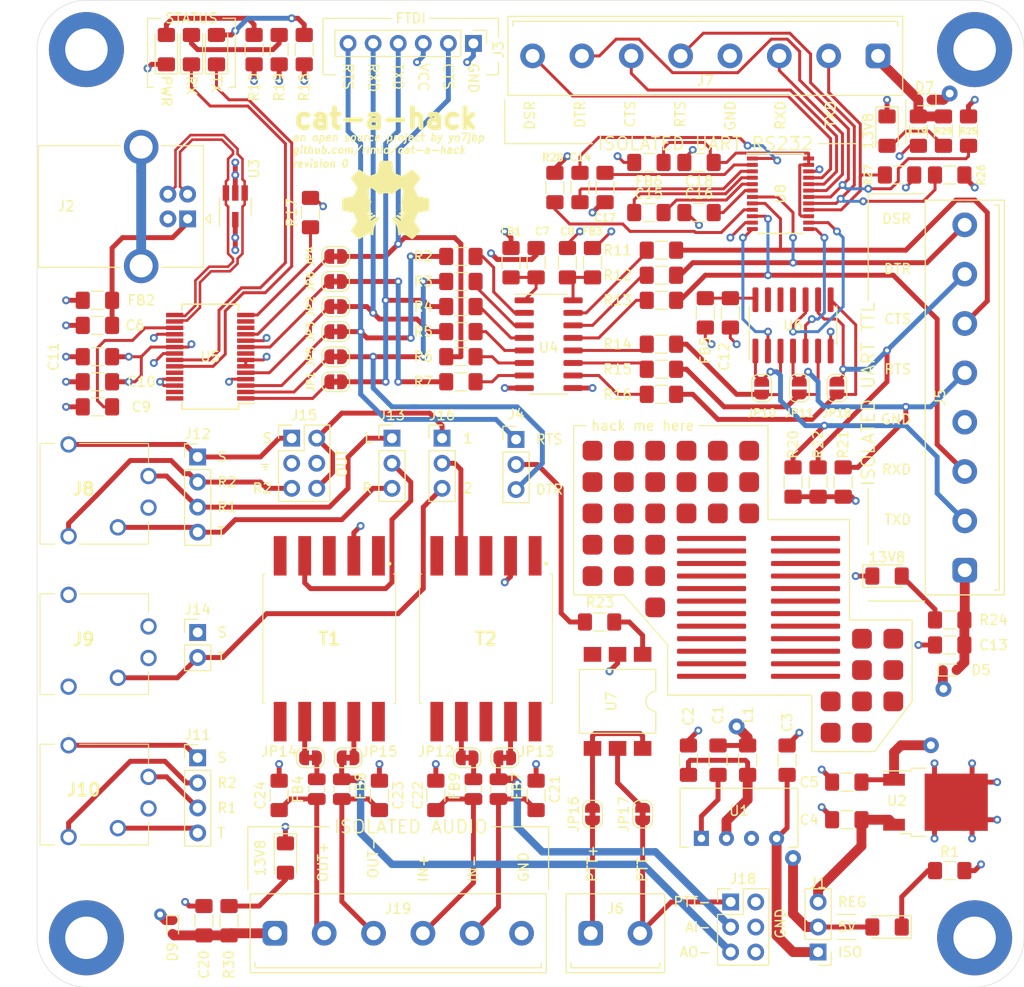
<source format=kicad_pcb>
(kicad_pcb (version 20171130) (host pcbnew "(5.1.5)-3")
  (title_block (title cat-a-hack) (rev 0) (company YO7JBP))
  (layers (0 F.Cu signal) (1 In1.Cu power hide) (2 In2.Cu power hide) (31 B.Cu signal) (35 F.Paste user) (36 B.SilkS user) (37 F.SilkS user) (39 F.Mask user) (44 Edge.Cuts user))
  (net 0 "")
  (net 1 VCC)
  (net 2 GND)
  (net 3 "Net-(C2-Pad2)")
  (net 4 XCVR_GND)
  (net 5 "Net-(C3-Pad2)")
  (net 6 "Net-(C4-Pad1)")
  (net 7 XCVR_13V8)
  (net 8 "Net-(C6-Pad1)")
  (net 9 "Net-(C7-Pad2)")
  (net 10 "Net-(C8-Pad1)")
  (net 11 "Net-(C9-Pad1)")
  (net 12 "Net-(C12-Pad2)")
  (net 13 "Net-(C13-Pad1)")
  (net 14 "Net-(C14-Pad2)")
  (net 15 "Net-(C14-Pad1)")
  (net 16 "Net-(C15-Pad1)")
  (net 17 "Net-(C15-Pad2)")
  (net 18 "Net-(C16-Pad1)")
  (net 19 "Net-(C17-Pad1)")
  (net 20 "Net-(C18-Pad2)")
  (net 21 "Net-(C19-Pad1)")
  (net 22 "Net-(C20-Pad1)")
  (net 23 "Net-(D2-Pad2)")
  (net 24 "Net-(D3-Pad2)")
  (net 25 TXLED)
  (net 26 RXLED)
  (net 27 "Net-(D4-Pad2)")
  (net 28 "Net-(D6-Pad2)")
  (net 29 "Net-(D8-Pad2)")
  (net 30 "Net-(D10-Pad2)")
  (net 31 XCVR_5V)
  (net 32 USB_D+)
  (net 33 USB_D-)
  (net 34 "Net-(J2-Pad5)")
  (net 35 /data/CTS)
  (net 36 /data/TXD)
  (net 37 /data/RXD)
  (net 38 /data/RTS)
  (net 39 /data/DTR)
  (net 40 "Net-(J4-Pad2)")
  (net 41 /data/XCVR_TXD_CON)
  (net 42 /data/XCVR_RTS_CON)
  (net 43 /data/XCVR_DTR_CON)
  (net 44 "Net-(J6-Pad1)")
  (net 45 XCVR_PTT-)
  (net 46 /data/rs232/RS232_DSR)
  (net 47 /data/rs232/RS232_DTR)
  (net 48 /data/rs232/RS232_CTS)
  (net 49 /data/rs232/RS232_RTS)
  (net 50 /data/rs232/RS232_RXD)
  (net 51 /data/rs232/RS232_TXD)
  (net 52 "Net-(J10-PadS)")
  (net 53 "Net-(J10-PadR2)")
  (net 54 "Net-(J10-PadR1)")
  (net 55 "Net-(J10-PadT)")
  (net 56 "Net-(J12-Pad4)")
  (net 57 "Net-(J12-Pad3)")
  (net 58 "Net-(J12-Pad2)")
  (net 59 "Net-(J12-Pad1)")
  (net 60 PC_AUDIO_GND)
  (net 61 "Net-(J15-Pad4)")
  (net 62 /data/DSR)
  (net 63 /audio/AUDIO_IN)
  (net 64 /audio/AUDIO_OUT)
  (net 65 /audio/XCVR_AUDIO_IN+)
  (net 66 /audio/XCVR_AUDIO_IN-)
  (net 67 /audio/XCVR_AUDIO_OUT+)
  (net 68 /audio/XCVR_AUDIO_OUT-)
  (net 69 "Net-(JP16-Pad1)")
  (net 70 "Net-(JP17-Pad1)")
  (net 71 "Net-(R2-Pad1)")
  (net 72 "Net-(R3-Pad1)")
  (net 73 "Net-(R4-Pad1)")
  (net 74 "Net-(R5-Pad1)")
  (net 75 "Net-(R6-Pad1)")
  (net 76 "Net-(R7-Pad1)")
  (net 77 "Net-(R11-Pad2)")
  (net 78 "Net-(R12-Pad2)")
  (net 79 "Net-(R13-Pad2)")
  (net 80 /data/XCVR_TXD)
  (net 81 "Net-(R14-Pad2)")
  (net 82 "Net-(R15-Pad2)")
  (net 83 /data/XCVR_RTS)
  (net 84 /data/XCVR_DTR)
  (net 85 "Net-(R16-Pad2)")
  (net 86 "Net-(R17-Pad2)")
  (net 87 "Net-(R23-Pad1)")
  (net 88 "Net-(R28-Pad2)")
  (net 89 "Net-(T1-Pad10)")
  (net 90 "Net-(T1-Pad8)")
  (net 91 "Net-(T1-Pad6)")
  (net 92 "Net-(T1-Pad5)")
  (net 93 "Net-(T1-Pad3)")
  (net 94 "Net-(T1-Pad1)")
  (net 95 "Net-(T2-Pad1)")
  (net 96 "Net-(T2-Pad3)")
  (net 97 "Net-(T2-Pad5)")
  (net 98 "Net-(T2-Pad6)")
  (net 99 "Net-(T2-Pad8)")
  (net 100 "Net-(T2-Pad10)")
  (net 101 "Net-(U3-Pad1)")
  (net 102 "Net-(U3-Pad3)")
  (net 103 "Net-(U5-Pad12)")
  (net 104 "Net-(U5-Pad13)")
  (net 105 "Net-(U5-Pad19)")
  (net 106 "Net-(U5-Pad27)")
  (net 107 "Net-(U5-Pad28)")
  (net 108 "Net-(U6-Pad11)")
  (net 109 "Net-(U6-Pad12)")
  (net 110 "Net-(U6-Pad13)")
  (net 111 "Net-(U7-Pad3)")
  (net 112 "Net-(J9-PadR2)")
  (net 113 "Net-(J9-PadR1)")
  (net 114 "Net-(J15-Pad2)")
  (net 115 "Net-(D1-Pad1)")
  (net 116 "Net-(J14-Pad2)")
  (net 117 XCVR_TXD_DRV)
  (net 118 XCVR_RTS_DRV)
  (net 119 XCVR_DTR_DRV)
  (net 120 "Net-(JP1-Pad1)")
  (net 121 "Net-(JP2-Pad1)")
  (net 122 "Net-(JP3-Pad1)")
  (net 123 "Net-(JP4-Pad1)")
  (net 124 "Net-(JP5-Pad1)")
  (net 125 "Net-(JP6-Pad1)")
  (net 126 XCVR_RXD)
  (net 127 XCVR_CTS)
  (net 128 XCVR_DSR)
  (net 129 "Net-(C21-Pad1)")
  (net 130 "Net-(C22-Pad1)")
  (net 131 "Net-(C23-Pad1)")
  (net 132 "Net-(C24-Pad1)")
  (net 133 "Net-(FB4-Pad2)")
  (net 134 "Net-(FB7-Pad2)")
  (net 135 "Net-(FB8-Pad2)")
  (net 136 "Net-(FB9-Pad2)")
  (module custom:Generic_Pad_SOP_7x0.51mm (layer F.Cu) (at 102.87 103.505)
    (fp_text reference REF** hide)
    (fp_text value Generic_Pad_SOP_7x0.51mm)
    (pad 1 smd roundrect (at 0 0) (size 7 0.51) (layers F.Cu F.Paste F.Mask))
  )
  (module custom:Generic_Pad_SOP_7x0.51mm (layer F.Cu) (at 93.345 102.235)
    (fp_text reference REF** hide)
    (fp_text value Generic_Pad_SOP_7x0.51mm)
    (pad 1 smd roundrect (at 0 0) (size 7 0.51) (layers F.Cu F.Paste F.Mask))
  )
  (module custom:Generic_Pad_SOP_7x0.51mm (layer F.Cu) (at 93.345 100.965)
    (fp_text reference REF** hide)
    (fp_text value Generic_Pad_SOP_7x0.51mm)
    (pad 1 smd roundrect (at 0 0) (size 7 0.51) (layers F.Cu F.Paste F.Mask))
  )
  (module custom:Generic_Pad_SOP_7x0.51mm (layer F.Cu) (at 102.87 102.235)
    (fp_text reference REF** hide)
    (fp_text value Generic_Pad_SOP_7x0.51mm)
    (pad 1 smd roundrect (at 0 0) (size 7 0.51) (layers F.Cu F.Paste F.Mask))
  )
  (module custom:Generic_Pad_SOP_7x0.51mm (layer F.Cu) (at 93.345 103.505)
    (fp_text reference REF** hide)
    (fp_text value Generic_Pad_SOP_7x0.51mm)
    (pad 1 smd roundrect (at 0 0) (size 7 0.51) (layers F.Cu F.Paste F.Mask))
  )
  (module custom:Generic_Pad_SOP_7x0.51mm (layer F.Cu) (at 102.87 99.695)
    (fp_text reference REF** hide)
    (fp_text value Generic_Pad_SOP_7x0.51mm)
    (pad 1 smd roundrect (at 0 0) (size 7 0.51) (layers F.Cu F.Paste F.Mask))
  )
  (module custom:Generic_Pad_SOP_7x0.51mm (layer F.Cu) (at 93.345 99.695)
    (fp_text reference REF** hide)
    (fp_text value Generic_Pad_SOP_7x0.51mm)
    (pad 1 smd roundrect (at 0 0) (size 7 0.51) (layers F.Cu F.Paste F.Mask))
  )
  (module custom:Generic_Pad_SOP_7x0.51mm (layer F.Cu) (at 102.87 100.965)
    (fp_text reference REF** hide)
    (fp_text value Generic_Pad_SOP_7x0.51mm)
    (pad 1 smd roundrect (at 0 0) (size 7 0.51) (layers F.Cu F.Paste F.Mask))
  )
  (module custom:Generic_Pad_SOP_7x0.51mm (layer F.Cu) (at 102.87 98.425)
    (fp_text reference REF** hide)
    (fp_text value Generic_Pad_SOP_7x0.51mm)
    (pad 1 smd roundrect (at 0 0) (size 7 0.51) (layers F.Cu F.Paste F.Mask))
  )
  (module custom:Generic_Pad_SOP_7x0.51mm (layer F.Cu) (at 93.345 97.155)
    (fp_text reference REF** hide)
    (fp_text value Generic_Pad_SOP_7x0.51mm)
    (pad 1 smd roundrect (at 0 0) (size 7 0.51) (layers F.Cu F.Paste F.Mask))
  )
  (module custom:Generic_Pad_SOP_7x0.51mm (layer F.Cu) (at 93.345 95.885)
    (fp_text reference REF** hide)
    (fp_text value Generic_Pad_SOP_7x0.51mm)
    (pad 1 smd roundrect (at 0 0) (size 7 0.51) (layers F.Cu F.Paste F.Mask))
  )
  (module custom:Generic_Pad_SOP_7x0.51mm (layer F.Cu) (at 102.87 97.155)
    (fp_text reference REF** hide)
    (fp_text value Generic_Pad_SOP_7x0.51mm)
    (pad 1 smd roundrect (at 0 0) (size 7 0.51) (layers F.Cu F.Paste F.Mask))
  )
  (module custom:Generic_Pad_SOP_7x0.51mm (layer F.Cu) (at 93.345 98.425)
    (fp_text reference REF** hide)
    (fp_text value Generic_Pad_SOP_7x0.51mm)
    (pad 1 smd roundrect (at 0 0) (size 7 0.51) (layers F.Cu F.Paste F.Mask))
  )
  (module custom:Generic_Pad_SOP_7x0.51mm (layer F.Cu) (at 102.87 94.615)
    (fp_text reference REF** hide)
    (fp_text value Generic_Pad_SOP_7x0.51mm)
    (pad 1 smd roundrect (at 0 0) (size 7 0.51) (layers F.Cu F.Paste F.Mask))
  )
  (module custom:Generic_Pad_SOP_7x0.51mm (layer F.Cu) (at 93.345 94.615)
    (fp_text reference REF** hide)
    (fp_text value Generic_Pad_SOP_7x0.51mm)
    (pad 1 smd roundrect (at 0 0) (size 7 0.51) (layers F.Cu F.Paste F.Mask))
  )
  (module custom:Generic_Pad_SOP_7x0.51mm (layer F.Cu) (at 102.87 95.885)
    (fp_text reference REF** hide)
    (fp_text value Generic_Pad_SOP_7x0.51mm)
    (pad 1 smd roundrect (at 0 0) (size 7 0.51) (layers F.Cu F.Paste F.Mask))
  )
  (module custom:Generic_Pad_SOP_7x0.51mm (layer F.Cu) (at 102.87 93.345)
    (fp_text reference REF** hide)
    (fp_text value Generic_Pad_SOP_7x0.51mm)
    (pad 1 smd roundrect (at 0 0) (size 7 0.51) (layers F.Cu F.Paste F.Mask))
  )
  (module custom:Generic_Pad_SOP_7x0.51mm (layer F.Cu) (at 93.345 93.345)
    (fp_text reference REF** hide)
    (fp_text value Generic_Pad_SOP_7x0.51mm)
    (pad 1 smd roundrect (at 0 0) (size 7 0.51) (layers F.Cu F.Paste F.Mask))
  )
  (module custom:Generic_Pad_SOP_7x0.51mm (layer F.Cu) (at 102.87 92.075)
    (fp_text reference REF** hide)
    (fp_text value Generic_Pad_SOP_7x0.51mm)
    (pad 1 smd roundrect (at 0 0) (size 7 0.51) (layers F.Cu F.Paste F.Mask))
  )
  (module custom:Generic_Pad_SOP_7x0.51mm (layer F.Cu) (at 93.345 92.075)
    (fp_text reference REF** hide)
    (fp_text value Generic_Pad_SOP_7x0.51mm)
    (pad 1 smd roundrect (at 0 0) (size 7 0.51) (layers F.Cu F.Paste F.Mask))
  )
  (module custom:Generic_Pad_SOP_7x0.51mm (layer F.Cu) (at 102.87 90.805)
    (fp_text reference REF** hide)
    (fp_text value Generic_Pad_SOP_7x0.51mm)
    (pad 1 smd roundrect (at 0 0) (size 7 0.51) (layers F.Cu F.Paste F.Mask))
  )
  (module custom:Generic_Pad_SOP_7x0.51mm (layer F.Cu) (at 93.345 90.805)
    (fp_text reference REF** hide)
    (fp_text value Generic_Pad_SOP_7x0.51mm)
    (pad 1 smd roundrect (at 0 0) (size 7 0.51) (layers F.Cu F.Paste F.Mask))
  )
  (module custom:Generic_Pad_SOP_7x0.51mm (layer F.Cu) (at 102.87 89.535)
    (fp_text reference REF** hide)
    (fp_text value Generic_Pad_SOP_7x0.51mm)
    (pad 1 smd roundrect (at 0 0) (size 7 0.51) (layers F.Cu F.Paste F.Mask))
  )
  (module custom:Generic_Pad_SOP_7x0.51mm (layer F.Cu) (at 93.345 89.535)
    (fp_text reference REF** hide)
    (fp_text value Generic_Pad_SOP_7x0.51mm)
    (pad 1 smd roundrect (at 0 0) (size 7 0.51) (layers F.Cu F.Paste F.Mask))
  )
  (module custom:Generic_Pad_2mm (layer F.Cu) (at 105.41 106.045)
    (fp_text reference REF** hide)
    (fp_text value Generic_Pad_2mm hide)
    (pad 1 smd roundrect (at 0 0) (size 2 2) (layers F.Cu F.Paste F.Mask))
  )
  (module custom:Generic_Pad_2mm (layer F.Cu) (at 87.63 96.52)
    (fp_text reference REF** hide)
    (fp_text value Generic_Pad_2mm hide)
    (pad 1 smd roundrect (at 0 0) (size 2 2) (layers F.Cu F.Paste F.Mask))
  )
  (module custom:Generic_Pad_2mm (layer F.Cu) (at 108.585 102.87)
    (fp_text reference REF** hide)
    (fp_text value Generic_Pad_2mm hide)
    (pad 1 smd roundrect (at 0 0) (size 2 2) (layers F.Cu F.Paste F.Mask))
  )
  (module custom:Generic_Pad_2mm (layer F.Cu) (at 108.585 106.045)
    (fp_text reference REF** hide)
    (fp_text value Generic_Pad_2mm hide)
    (pad 1 smd roundrect (at 0 0) (size 2 2) (layers F.Cu F.Paste F.Mask))
  )
  (module custom:Generic_Pad_2mm (layer F.Cu) (at 108.585 99.695)
    (fp_text reference REF** hide)
    (fp_text value Generic_Pad_2mm hide)
    (pad 1 smd roundrect (at 0 0) (size 2 2) (layers F.Cu F.Paste F.Mask))
  )
  (module custom:Generic_Pad_2mm (layer F.Cu) (at 111.76 99.695)
    (fp_text reference REF** hide)
    (fp_text value Generic_Pad_2mm hide)
    (pad 1 smd roundrect (at 0 0) (size 2 2) (layers F.Cu F.Paste F.Mask))
  )
  (module custom:Generic_Pad_2mm (layer F.Cu) (at 105.41 109.22)
    (fp_text reference REF** hide)
    (fp_text value Generic_Pad_2mm hide)
    (pad 1 smd roundrect (at 0 0) (size 2 2) (layers F.Cu F.Paste F.Mask))
  )
  (module custom:Generic_Pad_2mm (layer F.Cu) (at 111.76 106.045)
    (fp_text reference REF** hide)
    (fp_text value Generic_Pad_2mm hide)
    (pad 1 smd roundrect (at 0 0) (size 2 2) (layers F.Cu F.Paste F.Mask))
  )
  (module custom:Generic_Pad_2mm (layer F.Cu) (at 111.76 102.87)
    (fp_text reference REF** hide)
    (fp_text value Generic_Pad_2mm hide)
    (pad 1 smd roundrect (at 0 0) (size 2 2) (layers F.Cu F.Paste F.Mask))
  )
  (module custom:Generic_Pad_2mm (layer F.Cu) (at 108.585 109.22)
    (fp_text reference REF** hide)
    (fp_text value Generic_Pad_2mm hide)
    (pad 1 smd roundrect (at 0 0) (size 2 2) (layers F.Cu F.Paste F.Mask))
  )
  (module custom:Generic_Pad_2mm (layer F.Cu) (at 81.28 90.17)
    (fp_text reference REF** hide)
    (fp_text value Generic_Pad_2mm hide)
    (pad 1 smd roundrect (at 0 0) (size 2 2) (layers F.Cu F.Paste F.Mask))
  )
  (module custom:Generic_Pad_2mm (layer F.Cu) (at 87.63 93.345)
    (fp_text reference REF** hide)
    (fp_text value Generic_Pad_2mm hide)
    (pad 1 smd roundrect (at 0 0) (size 2 2) (layers F.Cu F.Paste F.Mask))
  )
  (module custom:Generic_Pad_2mm (layer F.Cu) (at 87.63 90.17)
    (fp_text reference REF** hide)
    (fp_text value Generic_Pad_2mm hide)
    (pad 1 smd roundrect (at 0 0) (size 2 2) (layers F.Cu F.Paste F.Mask))
  )
  (module custom:Generic_Pad_2mm (layer F.Cu) (at 84.455 90.17)
    (fp_text reference REF** hide)
    (fp_text value Generic_Pad_2mm hide)
    (pad 1 smd roundrect (at 0 0) (size 2 2) (layers F.Cu F.Paste F.Mask))
  )
  (module custom:Generic_Pad_2mm (layer F.Cu) (at 84.455 93.345)
    (fp_text reference REF** hide)
    (fp_text value Generic_Pad_2mm hide)
    (pad 1 smd roundrect (at 0 0) (size 2 2) (layers F.Cu F.Paste F.Mask))
  )
  (module custom:Generic_Pad_2mm (layer F.Cu) (at 81.28 93.345)
    (fp_text reference REF** hide)
    (fp_text value Generic_Pad_2mm hide)
    (pad 1 smd roundrect (at 0 0) (size 2 2) (layers F.Cu F.Paste F.Mask))
  )
  (module custom:Generic_Pad_2mm (layer F.Cu) (at 81.28 86.995)
    (fp_text reference REF** hide)
    (fp_text value Generic_Pad_2mm hide)
    (pad 1 smd roundrect (at 0 0) (size 2 2) (layers F.Cu F.Paste F.Mask))
  )
  (module custom:Generic_Pad_2mm (layer F.Cu) (at 97.155 86.995)
    (fp_text reference REF** hide)
    (fp_text value Generic_Pad_2mm hide)
    (pad 1 smd roundrect (at 0 0) (size 2 2) (layers F.Cu F.Paste F.Mask))
  )
  (module custom:Generic_Pad_2mm (layer F.Cu) (at 87.63 86.995)
    (fp_text reference REF** hide)
    (fp_text value Generic_Pad_2mm hide)
    (pad 1 smd roundrect (at 0 0) (size 2 2) (layers F.Cu F.Paste F.Mask))
  )
  (module custom:Generic_Pad_2mm (layer F.Cu) (at 84.455 86.995)
    (fp_text reference REF** hide)
    (fp_text value Generic_Pad_2mm hide)
    (pad 1 smd roundrect (at 0 0) (size 2 2) (layers F.Cu F.Paste F.Mask))
  )
  (module custom:Generic_Pad_2mm (layer F.Cu) (at 93.98 86.995)
    (fp_text reference REF** hide)
    (fp_text value Generic_Pad_2mm hide)
    (pad 1 smd roundrect (at 0 0) (size 2 2) (layers F.Cu F.Paste F.Mask))
  )
  (module custom:Generic_Pad_2mm (layer F.Cu) (at 90.805 86.995)
    (fp_text reference REF** hide)
    (fp_text value Generic_Pad_2mm hide)
    (pad 1 smd roundrect (at 0 0) (size 2 2) (layers F.Cu F.Paste F.Mask))
  )
  (module custom:Generic_Pad_2mm (layer F.Cu) (at 81.28 83.82)
    (fp_text reference REF** hide)
    (fp_text value Generic_Pad_2mm hide)
    (pad 1 smd roundrect (at 0 0) (size 2 2) (layers F.Cu F.Paste F.Mask))
  )
  (module custom:Generic_Pad_2mm (layer F.Cu) (at 97.155 83.82)
    (fp_text reference REF** hide)
    (fp_text value Generic_Pad_2mm hide)
    (pad 1 smd roundrect (at 0 0) (size 2 2) (layers F.Cu F.Paste F.Mask))
  )
  (module custom:Generic_Pad_2mm (layer F.Cu) (at 87.63 83.82)
    (fp_text reference REF** hide)
    (fp_text value Generic_Pad_2mm hide)
    (pad 1 smd roundrect (at 0 0) (size 2 2) (layers F.Cu F.Paste F.Mask))
  )
  (module custom:Generic_Pad_2mm (layer F.Cu) (at 84.455 83.82)
    (fp_text reference REF** hide)
    (fp_text value Generic_Pad_2mm hide)
    (pad 1 smd roundrect (at 0 0) (size 2 2) (layers F.Cu F.Paste F.Mask))
  )
  (module custom:Generic_Pad_2mm (layer F.Cu) (at 93.98 83.82)
    (fp_text reference REF** hide)
    (fp_text value Generic_Pad_2mm hide)
    (pad 1 smd roundrect (at 0 0) (size 2 2) (layers F.Cu F.Paste F.Mask))
  )
  (module custom:Generic_Pad_2mm (layer F.Cu) (at 90.805 83.82)
    (fp_text reference REF** hide)
    (fp_text value Generic_Pad_2mm hide)
    (pad 1 smd roundrect (at 0 0) (size 2 2) (layers F.Cu F.Paste F.Mask))
  )
  (module custom:Generic_Pad_2mm (layer F.Cu) (at 97.155 80.645)
    (fp_text reference REF** hide)
    (fp_text value Generic_Pad_2mm hide)
    (pad 1 smd roundrect (at 0 0) (size 2 2) (layers F.Cu F.Paste F.Mask))
  )
  (module custom:Generic_Pad_2mm (layer F.Cu) (at 93.98 80.645)
    (fp_text reference REF** hide)
    (fp_text value Generic_Pad_2mm hide)
    (pad 1 smd roundrect (at 0 0) (size 2 2) (layers F.Cu F.Paste F.Mask))
  )
  (module custom:Generic_Pad_2mm (layer F.Cu) (at 90.805 80.645)
    (fp_text reference REF** hide)
    (fp_text value Generic_Pad_2mm hide)
    (pad 1 smd roundrect (at 0 0) (size 2 2) (layers F.Cu F.Paste F.Mask))
  )
  (module custom:Generic_Pad_2mm (layer F.Cu) (at 87.63 80.645)
    (fp_text reference REF** hide)
    (fp_text value Generic_Pad_2mm hide)
    (pad 1 smd roundrect (at 0 0) (size 2 2) (layers F.Cu F.Paste F.Mask))
  )
  (module custom:Generic_Pad_2mm (layer F.Cu) (at 84.455 80.645)
    (fp_text reference REF** hide)
    (fp_text value Generic_Pad_2mm hide)
    (pad 1 smd roundrect (at 0 0) (size 2 2) (layers F.Cu F.Paste F.Mask))
  )
  (module custom:Generic_Pad_2mm (layer F.Cu) (at 81.28 80.645)
    (fp_text reference REF** hide)
    (fp_text value Generic_Pad_2mm hide)
    (pad 1 smd roundrect (at 0 0) (size 2 2) (layers F.Cu F.Paste F.Mask))
  )
  (module logo:logo (layer F.Cu) (at 60.325 55.245)
    (fp_text reference G*** hide)
    (fp_text value LOGO hide)
  )
  (module custom:TB003-500-P06BE (layer F.Cu) (at 61.595 129.54)
    (fp_text reference J19 (at 0 -2.5) (layer F.SilkS))
    (fp_text value XCVR_Audio)
    (pad 1 thru_hole roundrect (at -12.5 0) (size 2.5 2.5) (drill 1.4) (layers *.Cu *.Mask) (net 22 "Net-(C20-Pad1)"))
    (pad 2 thru_hole circle (at -7.5 0) (size 2.5 2.5) (drill 1.4) (layers *.Cu *.Mask) (net 132 "Net-(C24-Pad1)"))
    (pad 3 thru_hole circle (at -2.5 0) (size 2.5 2.5) (drill 1.4) (layers *.Cu *.Mask) (net 131 "Net-(C23-Pad1)"))
    (pad 4 thru_hole circle (at 2.5 0) (size 2.5 2.5) (drill 1.4) (layers *.Cu *.Mask) (net 130 "Net-(C22-Pad1)"))
    (pad 5 thru_hole circle (at 7.5 0) (size 2.5 2.5) (drill 1.4) (layers *.Cu *.Mask) (net 129 "Net-(C21-Pad1)"))
    (pad 6 thru_hole circle (at 12.5 0) (size 2.5 2.5) (drill 1.4) (layers *.Cu *.Mask) (net 4 XCVR_GND))
  )
  (module Capacitor_SMD:C_1206_3216Metric_Pad1.42x1.75mm_HandSolder (layer F.Cu) (at 75.565 115.57 90)
    (fp_text reference C21 (at 0.635 1.905 270) (layer F.SilkS))
    (fp_text value 27n)
    (pad 2 smd roundrect (at 1.4875 0 90) (size 1.425 1.75) (layers F.Cu F.Paste F.Mask) (roundrect_rratio 0.175439) (net 4 XCVR_GND))
    (pad 1 smd roundrect (at -1.4875 0 90) (size 1.425 1.75) (layers F.Cu F.Paste F.Mask) (roundrect_rratio 0.175439) (net 129 "Net-(C21-Pad1)"))
  )
  (module custom:NFZ2MSD101SZ10L_0806_Handsolder (layer F.Cu) (at 71.755 114.935 90)
    (fp_text reference FB7 (at 0.3 1.905 90) (layer F.SilkS))
    (fp_text value NFZ2MSD101SZ10L)
    (pad 2 smd roundrect (at 1 0 90) (size 1.2 1.8) (layers F.Cu F.Paste F.Mask) (net 134 "Net-(FB7-Pad2)"))
    (pad 1 smd roundrect (at -1 0 90) (size 1.2 1.8) (layers F.Cu F.Paste F.Mask) (net 129 "Net-(C21-Pad1)"))
  )
  (module Inductor_SMD:L_1206_3216Metric_Pad1.42x1.75mm_HandSolder (layer F.Cu) (at 73.025 61.595 270)
    (fp_text reference FB1 (at -3.175 0) (layer F.SilkS) (effects (font (size 0.75 0.75))))
    (fp_text value Fe)
    (pad 2 smd roundrect (at 1.4875 0 270) (size 1.425 1.75) (layers F.Cu F.Paste F.Mask) (roundrect_rratio 0.175439) (net 9 "Net-(C7-Pad2)"))
    (pad 1 smd roundrect (at -1.4875 0 270) (size 1.425 1.75) (layers F.Cu F.Paste F.Mask) (roundrect_rratio 0.175439) (net 1 VCC))
  )
  (module Inductor_SMD:L_1206_3216Metric_Pad1.42x1.75mm_HandSolder (layer F.Cu) (at 31.115 65.405)
    (fp_text reference FB2 (at 4.445 0 180) (layer F.SilkS))
    (fp_text value Fe)
    (pad 2 smd roundrect (at 1.4875 0) (size 1.425 1.75) (layers F.Cu F.Paste F.Mask) (roundrect_rratio 0.175439) (net 8 "Net-(C6-Pad1)"))
    (pad 1 smd roundrect (at -1.4875 0) (size 1.425 1.75) (layers F.Cu F.Paste F.Mask) (roundrect_rratio 0.175439) (net 1 VCC))
  )
  (module Inductor_SMD:L_1206_3216Metric_Pad1.42x1.75mm_HandSolder (layer F.Cu) (at 81.28 61.595 90)
    (fp_text reference FB3 (at 3.175 0) (layer F.SilkS) (effects (font (size 0.75 0.75))))
    (fp_text value Fe)
    (pad 2 smd roundrect (at 1.4875 0 90) (size 1.425 1.75) (layers F.Cu F.Paste F.Mask) (roundrect_rratio 0.175439) (net 31 XCVR_5V))
    (pad 1 smd roundrect (at -1.4875 0 90) (size 1.425 1.75) (layers F.Cu F.Paste F.Mask) (roundrect_rratio 0.175439) (net 10 "Net-(C8-Pad1)"))
  )
  (module Inductor_SMD:L_1206_3216Metric_Pad1.42x1.75mm_HandSolder (layer F.Cu) (at 92.71 66.675 90)
    (fp_text reference FB5 (at -3.81 0 90) (layer F.SilkS))
    (fp_text value Fe)
    (pad 2 smd roundrect (at 1.4875 0 90) (size 1.425 1.75) (layers F.Cu F.Paste F.Mask) (roundrect_rratio 0.175439) (net 12 "Net-(C12-Pad2)"))
    (pad 1 smd roundrect (at -1.4875 0 90) (size 1.425 1.75) (layers F.Cu F.Paste F.Mask) (roundrect_rratio 0.175439) (net 31 XCVR_5V))
  )
  (module Inductor_SMD:L_1206_3216Metric_Pad1.42x1.75mm_HandSolder (layer F.Cu) (at 86.995 51.435 180)
    (fp_text reference FB6 (at 0 -1.905 180) (layer F.SilkS))
    (fp_text value Fe)
    (pad 2 smd roundrect (at 1.4875 0 180) (size 1.425 1.75) (layers F.Cu F.Paste F.Mask) (roundrect_rratio 0.175439) (net 31 XCVR_5V))
    (pad 1 smd roundrect (at -1.4875 0 180) (size 1.425 1.75) (layers F.Cu F.Paste F.Mask) (roundrect_rratio 0.175439) (net 20 "Net-(C18-Pad2)"))
  )
  (module custom:NFZ2MSD101SZ10L_0806_Handsolder (layer F.Cu) (at 53.34 114.935 90)
    (fp_text reference FB4 (at 0 -1.905 270) (layer F.SilkS))
    (fp_text value NFZ2MSD101SZ10L)
    (pad 2 smd roundrect (at 1 0 90) (size 1.2 1.8) (layers F.Cu F.Paste F.Mask) (net 133 "Net-(FB4-Pad2)"))
    (pad 1 smd roundrect (at -1 0 90) (size 1.2 1.8) (layers F.Cu F.Paste F.Mask) (net 132 "Net-(C24-Pad1)"))
  )
  (module custom:NFZ2MSD101SZ10L_0806_Handsolder (layer F.Cu) (at 55.88 114.935 90)
    (fp_text reference FB8 (at 0.3 1.905 270) (layer F.SilkS))
    (fp_text value NFZ2MSD101SZ10L)
    (pad 2 smd roundrect (at 1 0 90) (size 1.2 1.8) (layers F.Cu F.Paste F.Mask) (net 135 "Net-(FB8-Pad2)"))
    (pad 1 smd roundrect (at -1 0 90) (size 1.2 1.8) (layers F.Cu F.Paste F.Mask) (net 131 "Net-(C23-Pad1)"))
  )
  (module custom:NFZ2MSD101SZ10L_0806_Handsolder (layer F.Cu) (at 69.215 114.935 90)
    (fp_text reference FB9 (at 0.3 -1.905 90) (layer F.SilkS))
    (fp_text value NFZ2MSD101SZ10L)
    (pad 2 smd roundrect (at 1 0 90) (size 1.2 1.8) (layers F.Cu F.Paste F.Mask) (net 136 "Net-(FB9-Pad2)"))
    (pad 1 smd roundrect (at -1 0 90) (size 1.2 1.8) (layers F.Cu F.Paste F.Mask) (net 130 "Net-(C22-Pad1)"))
  )
  (module MountingHole:MountingHole_4.3mm_M4_ISO7380_Pad (layer F.Cu) (at 120 130)
    (fp_text reference H4 hide)
    (fp_text value MountingHole)
    (pad 1 thru_hole circle (at 0 0) (size 7.6 7.6) (drill 4.3) (layers *.Cu *.Mask))
  )
  (module MountingHole:MountingHole_4.3mm_M4_ISO7380_Pad (layer F.Cu) (at 120 40)
    (fp_text reference H3 hide)
    (fp_text value MountingHole)
    (pad 1 thru_hole circle (at 0 0) (size 7.6 7.6) (drill 4.3) (layers *.Cu *.Mask))
  )
  (module MountingHole:MountingHole_4.3mm_M4_ISO7380_Pad (layer F.Cu) (at 30 130)
    (fp_text reference H2 hide)
    (fp_text value MountingHole)
    (pad 1 thru_hole circle (at 0 0) (size 7.6 7.6) (drill 4.3) (layers *.Cu *.Mask))
  )
  (module MountingHole:MountingHole_4.3mm_M4_ISO7380_Pad (layer F.Cu) (at 30 40)
    (fp_text reference H1 hide)
    (fp_text value MountingHole)
    (pad 1 thru_hole circle (at 0 0) (size 7.6 7.6) (drill 4.3) (layers *.Cu *.Mask))
  )
  (module Connector_PinHeader_2.54mm:PinHeader_2x03_P2.54mm_Vertical (layer F.Cu) (at 50.8 79.375)
    (fp_text reference J15 (at 1.27 -2.33) (layer F.SilkS))
    (fp_text value "CITA/OMTP choice")
    (pad 1 thru_hole rect (at 0 0) (size 1.7 1.7) (drill 1) (layers *.Cu *.Mask) (net 59 "Net-(J12-Pad1)"))
    (pad 2 thru_hole oval (at 2.54 0) (size 1.7 1.7) (drill 1) (layers *.Cu *.Mask) (net 114 "Net-(J15-Pad2)"))
    (pad 3 thru_hole oval (at 0 2.54) (size 1.7 1.7) (drill 1) (layers *.Cu *.Mask) (net 60 PC_AUDIO_GND))
    (pad 4 thru_hole oval (at 2.54 2.54) (size 1.7 1.7) (drill 1) (layers *.Cu *.Mask) (net 61 "Net-(J15-Pad4)"))
    (pad 5 thru_hole oval (at 0 5.08) (size 1.7 1.7) (drill 1) (layers *.Cu *.Mask) (net 58 "Net-(J12-Pad2)"))
    (pad 6 thru_hole oval (at 2.54 5.08) (size 1.7 1.7) (drill 1) (layers *.Cu *.Mask) (net 114 "Net-(J15-Pad2)"))
  )
  (module Package_DIP:SMDIP-6_W9.53mm_Clearance8mm (layer F.Cu) (at 83.82 106.045 270)
    (fp_text reference U7 (at 0 0.635 90) (layer F.SilkS))
    (fp_text value VOR1121B6T)
    (pad 1 smd rect (at -4.765 -2.54 270) (size 1.5 1.78) (layers F.Cu F.Paste F.Mask) (net 87 "Net-(R23-Pad1)"))
    (pad 4 smd rect (at 4.765 2.54 270) (size 1.5 1.78) (layers F.Cu F.Paste F.Mask) (net 69 "Net-(JP16-Pad1)"))
    (pad 2 smd rect (at -4.765 0 270) (size 1.5 1.78) (layers F.Cu F.Paste F.Mask) (net 2 GND))
    (pad 5 smd rect (at 4.765 0 270) (size 1.5 1.78) (layers F.Cu F.Paste F.Mask) (net 70 "Net-(JP17-Pad1)"))
    (pad 3 smd rect (at -4.765 2.54 270) (size 1.5 1.78) (layers F.Cu F.Paste F.Mask) (net 111 "Net-(U7-Pad3)"))
    (pad 6 smd rect (at 4.765 -2.54 270) (size 1.5 1.78) (layers F.Cu F.Paste F.Mask) (net 69 "Net-(JP16-Pad1)"))
  )
  (module custom:SIP-4_PQS075-S5-S5-S (layer F.Cu) (at 96.125 119.925)
    (fp_text reference U1 (at 0 -2.794) (layer F.SilkS))
    (fp_text value PQS075-S5-S5-S)
    (pad 1 thru_hole rect (at -3.81 0) (size 1.524 1.524) (drill 0.762) (layers *.Cu *.Mask) (net 2 GND))
    (pad 2 thru_hole circle (at -1.27 0) (size 1.524 1.524) (drill 0.762) (layers *.Cu *.Mask) (net 3 "Net-(C2-Pad2)"))
    (pad 3 thru_hole circle (at 1.27 0) (size 1.524 1.524) (drill 0.762) (layers *.Cu *.Mask) (net 4 XCVR_GND))
    (pad 4 thru_hole circle (at 3.81 0) (size 1.524 1.524) (drill 0.762) (layers *.Cu *.Mask) (net 5 "Net-(C3-Pad2)"))
  )
  (module custom:T6003NL_HandSolder (layer F.Cu) (at 54.61 99.695 180)
    (fp_text reference T1 (at 0 0) (layer F.SilkS) (effects (font (size 1.27 1.27) (thickness 0.254))))
    (fp_text value T6003NL hide)
    (pad 10 smd rect (at -4.98 -8.4 180) (size 1.3 4) (layers F.Cu F.Paste F.Mask) (net 89 "Net-(T1-Pad10)"))
    (pad 9 smd rect (at -2.49 -8.4 180) (size 1.3 4) (layers F.Cu F.Paste F.Mask) (net 68 /audio/XCVR_AUDIO_OUT-))
    (pad 8 smd rect (at 0 -8.4 180) (size 1.3 4) (layers F.Cu F.Paste F.Mask) (net 90 "Net-(T1-Pad8)"))
    (pad 7 smd rect (at 2.49 -8.4 180) (size 1.3 4) (layers F.Cu F.Paste F.Mask) (net 67 /audio/XCVR_AUDIO_OUT+))
    (pad 6 smd rect (at 4.98 -8.4 180) (size 1.3 4) (layers F.Cu F.Paste F.Mask) (net 91 "Net-(T1-Pad6)"))
    (pad 5 smd rect (at 4.98 8.4 180) (size 1.3 4) (layers F.Cu F.Paste F.Mask) (net 92 "Net-(T1-Pad5)"))
    (pad 4 smd rect (at 2.49 8.4 180) (size 1.3 4) (layers F.Cu F.Paste F.Mask) (net 63 /audio/AUDIO_IN))
    (pad 3 smd rect (at 0 8.4 180) (size 1.3 4) (layers F.Cu F.Paste F.Mask) (net 93 "Net-(T1-Pad3)"))
    (pad 2 smd rect (at -2.49 8.4 180) (size 1.3 4) (layers F.Cu F.Paste F.Mask) (net 60 PC_AUDIO_GND))
    (pad 1 smd rect (at -4.98 8.4 180) (size 1.3 4) (layers F.Cu F.Paste F.Mask) (net 94 "Net-(T1-Pad1)"))
  )
  (module Resistor_SMD:R_1206_3216Metric_Pad1.42x1.75mm_HandSolder (layer F.Cu) (at 44.45 128.27 90)
    (fp_text reference R30 (at -4.445 0 90) (layer F.SilkS))
    (fp_text value 2.2k)
    (pad 1 smd roundrect (at -1.4875 0 90) (size 1.425 1.75) (layers F.Cu F.Paste F.Mask) (roundrect_rratio 0.175439) (net 22 "Net-(C20-Pad1)"))
    (pad 2 smd roundrect (at 1.4875 0 90) (size 1.425 1.75) (layers F.Cu F.Paste F.Mask) (roundrect_rratio 0.175439) (net 30 "Net-(D10-Pad2)"))
  )
  (module Resistor_SMD:R_1206_3216Metric_Pad1.42x1.75mm_HandSolder (layer F.Cu) (at 116.84 48.26 270)
    (fp_text reference R29 (at 0 0 180) (layer F.SilkS) (effects (font (size 0.6 0.6))))
    (fp_text value 2.2k)
    (pad 1 smd roundrect (at -1.4875 0 270) (size 1.425 1.75) (layers F.Cu F.Paste F.Mask) (roundrect_rratio 0.175439) (net 21 "Net-(C19-Pad1)"))
    (pad 2 smd roundrect (at 1.4875 0 270) (size 1.425 1.75) (layers F.Cu F.Paste F.Mask) (roundrect_rratio 0.175439) (net 29 "Net-(D8-Pad2)"))
  )
  (module Resistor_SMD:R_1206_3216Metric_Pad1.42x1.75mm_HandSolder (layer F.Cu) (at 112.395 52.705)
    (fp_text reference R27 (at -3.175 0 270) (layer F.SilkS) (effects (font (size 0.75 0.75))))
    (fp_text value 1k)
    (pad 2 smd roundrect (at 1.4875 0) (size 1.425 1.75) (layers F.Cu F.Paste F.Mask) (roundrect_rratio 0.175439) (net 4 XCVR_GND))
    (pad 1 smd roundrect (at -1.4875 0) (size 1.425 1.75) (layers F.Cu F.Paste F.Mask) (roundrect_rratio 0.175439) (net 51 /data/rs232/RS232_TXD))
  )
  (module Resistor_SMD:R_1206_3216Metric_Pad1.42x1.75mm_HandSolder (layer F.Cu) (at 119.38 48.26 90)
    (fp_text reference R25 (at 0 0 180) (layer F.SilkS) (effects (font (size 0.6 0.6))))
    (fp_text value 1k)
    (pad 2 smd roundrect (at 1.4875 0 90) (size 1.425 1.75) (layers F.Cu F.Paste F.Mask) (roundrect_rratio 0.175439) (net 4 XCVR_GND))
    (pad 1 smd roundrect (at -1.4875 0 90) (size 1.425 1.75) (layers F.Cu F.Paste F.Mask) (roundrect_rratio 0.175439) (net 47 /data/rs232/RS232_DTR))
  )
  (module Resistor_SMD:R_1206_3216Metric_Pad1.42x1.75mm_HandSolder (layer F.Cu) (at 117.475 97.79 180)
    (fp_text reference R24 (at -4.445 0) (layer F.SilkS))
    (fp_text value 2.2k)
    (pad 1 smd roundrect (at -1.4875 0 180) (size 1.425 1.75) (layers F.Cu F.Paste F.Mask) (roundrect_rratio 0.175439) (net 13 "Net-(C13-Pad1)"))
    (pad 2 smd roundrect (at 1.4875 0 180) (size 1.425 1.75) (layers F.Cu F.Paste F.Mask) (roundrect_rratio 0.175439) (net 28 "Net-(D6-Pad2)"))
  )
  (module Resistor_SMD:R_1206_3216Metric_Pad1.42x1.75mm_HandSolder (layer F.Cu) (at 104.14 83.82 90)
    (fp_text reference R22 (at 3.81 0 270) (layer F.SilkS))
    (fp_text value 1k)
    (pad 2 smd roundrect (at 1.4875 0 90) (size 1.425 1.75) (layers F.Cu F.Paste F.Mask) (roundrect_rratio 0.175439) (net 43 /data/XCVR_DTR_CON))
    (pad 1 smd roundrect (at -1.4875 0 90) (size 1.425 1.75) (layers F.Cu F.Paste F.Mask) (roundrect_rratio 0.175439) (net 4 XCVR_GND))
  )
  (module Resistor_SMD:R_1206_3216Metric_Pad1.42x1.75mm_HandSolder (layer F.Cu) (at 106.68 83.82 90)
    (fp_text reference R21 (at 3.81 0 90) (layer F.SilkS))
    (fp_text value 1k)
    (pad 1 smd roundrect (at -1.4875 0 90) (size 1.425 1.75) (layers F.Cu F.Paste F.Mask) (roundrect_rratio 0.175439) (net 4 XCVR_GND))
    (pad 2 smd roundrect (at 1.4875 0 90) (size 1.425 1.75) (layers F.Cu F.Paste F.Mask) (roundrect_rratio 0.175439) (net 42 /data/XCVR_RTS_CON))
  )
  (module Resistor_SMD:R_1206_3216Metric_Pad1.42x1.75mm_HandSolder (layer F.Cu) (at 101.6 83.82 90)
    (fp_text reference R20 (at 3.81 0 90) (layer F.SilkS))
    (fp_text value 1k)
    (pad 2 smd roundrect (at 1.4875 0 90) (size 1.425 1.75) (layers F.Cu F.Paste F.Mask) (roundrect_rratio 0.175439) (net 41 /data/XCVR_TXD_CON))
    (pad 1 smd roundrect (at -1.4875 0 90) (size 1.425 1.75) (layers F.Cu F.Paste F.Mask) (roundrect_rratio 0.175439) (net 4 XCVR_GND))
  )
  (module Resistor_SMD:R_1206_3216Metric_Pad1.42x1.75mm_HandSolder (layer F.Cu) (at 49.53 40.005 90)
    (fp_text reference R19 (at -3.81 0 90) (layer F.SilkS))
    (fp_text value 470)
    (pad 1 smd roundrect (at -1.4875 0 90) (size 1.425 1.75) (layers F.Cu F.Paste F.Mask) (roundrect_rratio 0.175439) (net 1 VCC))
    (pad 2 smd roundrect (at 1.4875 0 90) (size 1.425 1.75) (layers F.Cu F.Paste F.Mask) (roundrect_rratio 0.175439) (net 27 "Net-(D4-Pad2)"))
  )
  (module Resistor_SMD:R_1206_3216Metric_Pad1.42x1.75mm_HandSolder (layer F.Cu) (at 52.07 40.005 90)
    (fp_text reference R18 (at -3.81 0 270) (layer F.SilkS))
    (fp_text value 560)
    (pad 1 smd roundrect (at -1.4875 0 90) (size 1.425 1.75) (layers F.Cu F.Paste F.Mask) (roundrect_rratio 0.175439) (net 1 VCC))
    (pad 2 smd roundrect (at 1.4875 0 90) (size 1.425 1.75) (layers F.Cu F.Paste F.Mask) (roundrect_rratio 0.175439) (net 24 "Net-(D3-Pad2)"))
  )
  (module Resistor_SMD:R_1206_3216Metric_Pad1.42x1.75mm_HandSolder (layer F.Cu) (at 46.99 40.005 90)
    (fp_text reference R10 (at -3.81 0 90) (layer F.SilkS))
    (fp_text value 470)
    (pad 1 smd roundrect (at -1.4875 0 90) (size 1.425 1.75) (layers F.Cu F.Paste F.Mask) (roundrect_rratio 0.175439) (net 1 VCC))
    (pad 2 smd roundrect (at 1.4875 0 90) (size 1.425 1.75) (layers F.Cu F.Paste F.Mask) (roundrect_rratio 0.175439) (net 23 "Net-(D2-Pad2)"))
  )
  (module Resistor_SMD:R_1206_3216Metric_Pad1.42x1.75mm_HandSolder (layer F.Cu) (at 117.475 123.19)
    (fp_text reference R1 (at 0 -1.905 180) (layer F.SilkS))
    (fp_text value 470)
    (pad 1 smd roundrect (at -1.4875 0) (size 1.425 1.75) (layers F.Cu F.Paste F.Mask) (roundrect_rratio 0.175439) (net 115 "Net-(D1-Pad1)"))
    (pad 2 smd roundrect (at 1.4875 0) (size 1.425 1.75) (layers F.Cu F.Paste F.Mask) (roundrect_rratio 0.175439) (net 4 XCVR_GND))
  )
  (module Jumper:SolderJumper-2_P1.3mm_Bridged_RoundedPad1.0x1.5mm (layer F.Cu) (at 86.36 117.475 270)
    (fp_text reference JP17 (at 0 1.905 90) (layer F.SilkS))
    (fp_text value SolderJumper_2_Bridged)
    (fp_poly (pts (xy 0.25 -0.3) (xy -0.25 -0.3) (xy -0.25 0.3) (xy 0.25 0.3)) (layer F.Cu) (width 0))
    (pad 2 smd custom (at 0.65 0 270) (size 1 0.5) (layers F.Cu F.Mask) (net 45 XCVR_PTT-) (options (clearance outline) (anchor rect)) (primitives (gr_circle (center 0 0.25) (end 0.5 0.25) (width 0)) (gr_circle (center 0 -0.25) (end 0.5 -0.25) (width 0)) (gr_poly (pts (xy 0 -0.75) (xy -0.5 -0.75) (xy -0.5 0.75) (xy 0 0.75)) (width 0))))
    (pad 1 smd custom (at -0.65 0 270) (size 1 0.5) (layers F.Cu F.Mask) (net 70 "Net-(JP17-Pad1)") (options (clearance outline) (anchor rect)) (primitives (gr_circle (center 0 0.25) (end 0.5 0.25) (width 0)) (gr_circle (center 0 -0.25) (end 0.5 -0.25) (width 0)) (gr_poly (pts (xy 0 -0.75) (xy 0.5 -0.75) (xy 0.5 0.75) (xy 0 0.75)) (width 0))))
  )
  (module Jumper:SolderJumper-2_P1.3mm_Bridged_RoundedPad1.0x1.5mm (layer F.Cu) (at 81.28 117.475 270)
    (fp_text reference JP16 (at 0 1.905 90) (layer F.SilkS))
    (fp_text value SolderJumper_2_Bridged)
    (fp_poly (pts (xy 0.25 -0.3) (xy -0.25 -0.3) (xy -0.25 0.3) (xy 0.25 0.3)) (layer F.Cu) (width 0))
    (pad 1 smd custom (at -0.65 0 270) (size 1 0.5) (layers F.Cu F.Mask) (net 69 "Net-(JP16-Pad1)") (options (clearance outline) (anchor rect)) (primitives (gr_circle (center 0 0.25) (end 0.5 0.25) (width 0)) (gr_circle (center 0 -0.25) (end 0.5 -0.25) (width 0)) (gr_poly (pts (xy 0 -0.75) (xy 0.5 -0.75) (xy 0.5 0.75) (xy 0 0.75)) (width 0))))
    (pad 2 smd custom (at 0.65 0 270) (size 1 0.5) (layers F.Cu F.Mask) (net 44 "Net-(J6-Pad1)") (options (clearance outline) (anchor rect)) (primitives (gr_circle (center 0 0.25) (end 0.5 0.25) (width 0)) (gr_circle (center 0 -0.25) (end 0.5 -0.25) (width 0)) (gr_poly (pts (xy 0 -0.75) (xy -0.5 -0.75) (xy -0.5 0.75) (xy 0 0.75)) (width 0))))
  )
  (module Jumper:SolderJumper-2_P1.3mm_Bridged_RoundedPad1.0x1.5mm (layer F.Cu) (at 56.515 111.76 180)
    (fp_text reference JP15 (at -3.175 0.635) (layer F.SilkS))
    (fp_text value SolderJumper_2_Bridged)
    (fp_poly (pts (xy 0.25 -0.3) (xy -0.25 -0.3) (xy -0.25 0.3) (xy 0.25 0.3)) (layer F.Cu) (width 0))
    (pad 1 smd custom (at -0.65 0 180) (size 1 0.5) (layers F.Cu F.Mask) (net 68 /audio/XCVR_AUDIO_OUT-) (options (clearance outline) (anchor rect)) (primitives (gr_circle (center 0 0.25) (end 0.5 0.25) (width 0)) (gr_circle (center 0 -0.25) (end 0.5 -0.25) (width 0)) (gr_poly (pts (xy 0 -0.75) (xy 0.5 -0.75) (xy 0.5 0.75) (xy 0 0.75)) (width 0))))
    (pad 2 smd custom (at 0.65 0 180) (size 1 0.5) (layers F.Cu F.Mask) (net 135 "Net-(FB8-Pad2)") (options (clearance outline) (anchor rect)) (primitives (gr_circle (center 0 0.25) (end 0.5 0.25) (width 0)) (gr_circle (center 0 -0.25) (end 0.5 -0.25) (width 0)) (gr_poly (pts (xy 0 -0.75) (xy -0.5 -0.75) (xy -0.5 0.75) (xy 0 0.75)) (width 0))))
  )
  (module Jumper:SolderJumper-2_P1.3mm_Bridged_RoundedPad1.0x1.5mm (layer F.Cu) (at 52.705 111.76)
    (fp_text reference JP14 (at -3.175 -0.635) (layer F.SilkS))
    (fp_text value SolderJumper_2_Bridged)
    (fp_poly (pts (xy 0.25 -0.3) (xy -0.25 -0.3) (xy -0.25 0.3) (xy 0.25 0.3)) (layer F.Cu) (width 0))
    (pad 2 smd custom (at 0.65 0) (size 1 0.5) (layers F.Cu F.Mask) (net 133 "Net-(FB4-Pad2)") (options (clearance outline) (anchor rect)) (primitives (gr_circle (center 0 0.25) (end 0.5 0.25) (width 0)) (gr_circle (center 0 -0.25) (end 0.5 -0.25) (width 0)) (gr_poly (pts (xy 0 -0.75) (xy -0.5 -0.75) (xy -0.5 0.75) (xy 0 0.75)) (width 0))))
    (pad 1 smd custom (at -0.65 0) (size 1 0.5) (layers F.Cu F.Mask) (net 67 /audio/XCVR_AUDIO_OUT+) (options (clearance outline) (anchor rect)) (primitives (gr_circle (center 0 0.25) (end 0.5 0.25) (width 0)) (gr_circle (center 0 -0.25) (end 0.5 -0.25) (width 0)) (gr_poly (pts (xy 0 -0.75) (xy 0.5 -0.75) (xy 0.5 0.75) (xy 0 0.75)) (width 0))))
  )
  (module Jumper:SolderJumper-2_P1.3mm_Bridged_RoundedPad1.0x1.5mm (layer F.Cu) (at 72.39 111.76 180)
    (fp_text reference JP13 (at -3.175 0.635) (layer F.SilkS))
    (fp_text value SolderJumper_2_Bridged)
    (fp_poly (pts (xy 0.25 -0.3) (xy -0.25 -0.3) (xy -0.25 0.3) (xy 0.25 0.3)) (layer F.Cu) (width 0))
    (pad 2 smd custom (at 0.65 0 180) (size 1 0.5) (layers F.Cu F.Mask) (net 134 "Net-(FB7-Pad2)") (options (clearance outline) (anchor rect)) (primitives (gr_circle (center 0 0.25) (end 0.5 0.25) (width 0)) (gr_circle (center 0 -0.25) (end 0.5 -0.25) (width 0)) (gr_poly (pts (xy 0 -0.75) (xy -0.5 -0.75) (xy -0.5 0.75) (xy 0 0.75)) (width 0))))
    (pad 1 smd custom (at -0.65 0 180) (size 1 0.5) (layers F.Cu F.Mask) (net 66 /audio/XCVR_AUDIO_IN-) (options (clearance outline) (anchor rect)) (primitives (gr_circle (center 0 0.25) (end 0.5 0.25) (width 0)) (gr_circle (center 0 -0.25) (end 0.5 -0.25) (width 0)) (gr_poly (pts (xy 0 -0.75) (xy 0.5 -0.75) (xy 0.5 0.75) (xy 0 0.75)) (width 0))))
  )
  (module Jumper:SolderJumper-2_P1.3mm_Bridged_RoundedPad1.0x1.5mm (layer F.Cu) (at 68.58 111.76)
    (fp_text reference JP12 (at -3.175 -0.635) (layer F.SilkS))
    (fp_text value SolderJumper_2_Bridged)
    (fp_poly (pts (xy 0.25 -0.3) (xy -0.25 -0.3) (xy -0.25 0.3) (xy 0.25 0.3)) (layer F.Cu) (width 0))
    (pad 1 smd custom (at -0.65 0) (size 1 0.5) (layers F.Cu F.Mask) (net 65 /audio/XCVR_AUDIO_IN+) (options (clearance outline) (anchor rect)) (primitives (gr_circle (center 0 0.25) (end 0.5 0.25) (width 0)) (gr_circle (center 0 -0.25) (end 0.5 -0.25) (width 0)) (gr_poly (pts (xy 0 -0.75) (xy 0.5 -0.75) (xy 0.5 0.75) (xy 0 0.75)) (width 0))))
    (pad 2 smd custom (at 0.65 0) (size 1 0.5) (layers F.Cu F.Mask) (net 136 "Net-(FB9-Pad2)") (options (clearance outline) (anchor rect)) (primitives (gr_circle (center 0 0.25) (end 0.5 0.25) (width 0)) (gr_circle (center 0 -0.25) (end 0.5 -0.25) (width 0)) (gr_poly (pts (xy 0 -0.75) (xy -0.5 -0.75) (xy -0.5 0.75) (xy 0 0.75)) (width 0))))
  )
  (module Jumper:SolderJumper-2_P1.3mm_Bridged_RoundedPad1.0x1.5mm (layer F.Cu) (at 55.245 63.5)
    (fp_text reference JP6 (at -2.54 0 90) (layer F.SilkS) (effects (font (size 0.75 0.75))))
    (fp_text value SolderJumper_2_Bridged)
    (fp_poly (pts (xy 0.25 -0.3) (xy -0.25 -0.3) (xy -0.25 0.3) (xy 0.25 0.3)) (layer F.Cu) (width 0))
    (pad 2 smd custom (at 0.65 0) (size 1 0.5) (layers F.Cu F.Mask) (net 62 /data/DSR) (options (clearance outline) (anchor rect)) (primitives (gr_circle (center 0 0.25) (end 0.5 0.25) (width 0)) (gr_circle (center 0 -0.25) (end 0.5 -0.25) (width 0)) (gr_poly (pts (xy 0 -0.75) (xy -0.5 -0.75) (xy -0.5 0.75) (xy 0 0.75)) (width 0))))
    (pad 1 smd custom (at -0.65 0) (size 1 0.5) (layers F.Cu F.Mask) (net 125 "Net-(JP6-Pad1)") (options (clearance outline) (anchor rect)) (primitives (gr_circle (center 0 0.25) (end 0.5 0.25) (width 0)) (gr_circle (center 0 -0.25) (end 0.5 -0.25) (width 0)) (gr_poly (pts (xy 0 -0.75) (xy 0.5 -0.75) (xy 0.5 0.75) (xy 0 0.75)) (width 0))))
  )
  (module Jumper:SolderJumper-2_P1.3mm_Bridged_RoundedPad1.0x1.5mm (layer F.Cu) (at 55.26 71.12)
    (fp_text reference JP5 (at -2.54 0 90) (layer F.SilkS) (effects (font (size 0.75 0.75))))
    (fp_text value SolderJumper_2_Bridged)
    (fp_poly (pts (xy 0.25 -0.3) (xy -0.25 -0.3) (xy -0.25 0.3) (xy 0.25 0.3)) (layer F.Cu) (width 0))
    (pad 2 smd custom (at 0.65 0) (size 1 0.5) (layers F.Cu F.Mask) (net 39 /data/DTR) (options (clearance outline) (anchor rect)) (primitives (gr_circle (center 0 0.25) (end 0.5 0.25) (width 0)) (gr_circle (center 0 -0.25) (end 0.5 -0.25) (width 0)) (gr_poly (pts (xy 0 -0.75) (xy -0.5 -0.75) (xy -0.5 0.75) (xy 0 0.75)) (width 0))))
    (pad 1 smd custom (at -0.65 0) (size 1 0.5) (layers F.Cu F.Mask) (net 124 "Net-(JP5-Pad1)") (options (clearance outline) (anchor rect)) (primitives (gr_circle (center 0 0.25) (end 0.5 0.25) (width 0)) (gr_circle (center 0 -0.25) (end 0.5 -0.25) (width 0)) (gr_poly (pts (xy 0 -0.75) (xy 0.5 -0.75) (xy 0.5 0.75) (xy 0 0.75)) (width 0))))
  )
  (module Jumper:SolderJumper-2_P1.3mm_Bridged_RoundedPad1.0x1.5mm (layer F.Cu) (at 55.26 60.96)
    (fp_text reference JP4 (at -2.54 0 90) (layer F.SilkS) (effects (font (size 0.75 0.75))))
    (fp_text value SolderJumper_2_Bridged)
    (fp_poly (pts (xy 0.25 -0.3) (xy -0.25 -0.3) (xy -0.25 0.3) (xy 0.25 0.3)) (layer F.Cu) (width 0))
    (pad 1 smd custom (at -0.65 0) (size 1 0.5) (layers F.Cu F.Mask) (net 123 "Net-(JP4-Pad1)") (options (clearance outline) (anchor rect)) (primitives (gr_circle (center 0 0.25) (end 0.5 0.25) (width 0)) (gr_circle (center 0 -0.25) (end 0.5 -0.25) (width 0)) (gr_poly (pts (xy 0 -0.75) (xy 0.5 -0.75) (xy 0.5 0.75) (xy 0 0.75)) (width 0))))
    (pad 2 smd custom (at 0.65 0) (size 1 0.5) (layers F.Cu F.Mask) (net 35 /data/CTS) (options (clearance outline) (anchor rect)) (primitives (gr_circle (center 0 0.25) (end 0.5 0.25) (width 0)) (gr_circle (center 0 -0.25) (end 0.5 -0.25) (width 0)) (gr_poly (pts (xy 0 -0.75) (xy -0.5 -0.75) (xy -0.5 0.75) (xy 0 0.75)) (width 0))))
  )
  (module Jumper:SolderJumper-2_P1.3mm_Bridged_RoundedPad1.0x1.5mm (layer F.Cu) (at 55.26 68.58)
    (fp_text reference JP3 (at -2.555 0 270) (layer F.SilkS) (effects (font (size 0.75 0.75))))
    (fp_text value SolderJumper_2_Bridged)
    (fp_poly (pts (xy 0.25 -0.3) (xy -0.25 -0.3) (xy -0.25 0.3) (xy 0.25 0.3)) (layer F.Cu) (width 0))
    (pad 2 smd custom (at 0.65 0) (size 1 0.5) (layers F.Cu F.Mask) (net 38 /data/RTS) (options (clearance outline) (anchor rect)) (primitives (gr_circle (center 0 0.25) (end 0.5 0.25) (width 0)) (gr_circle (center 0 -0.25) (end 0.5 -0.25) (width 0)) (gr_poly (pts (xy 0 -0.75) (xy -0.5 -0.75) (xy -0.5 0.75) (xy 0 0.75)) (width 0))))
    (pad 1 smd custom (at -0.65 0) (size 1 0.5) (layers F.Cu F.Mask) (net 122 "Net-(JP3-Pad1)") (options (clearance outline) (anchor rect)) (primitives (gr_circle (center 0 0.25) (end 0.5 0.25) (width 0)) (gr_circle (center 0 -0.25) (end 0.5 -0.25) (width 0)) (gr_poly (pts (xy 0 -0.75) (xy 0.5 -0.75) (xy 0.5 0.75) (xy 0 0.75)) (width 0))))
  )
  (module Jumper:SolderJumper-2_P1.3mm_Bridged_RoundedPad1.0x1.5mm (layer F.Cu) (at 55.26 66.04)
    (fp_text reference JP2 (at -2.555 0 90) (layer F.SilkS) (effects (font (size 0.75 0.75))))
    (fp_text value SolderJumper_2_Bridged)
    (fp_poly (pts (xy 0.25 -0.3) (xy -0.25 -0.3) (xy -0.25 0.3) (xy 0.25 0.3)) (layer F.Cu) (width 0))
    (pad 1 smd custom (at -0.65 0) (size 1 0.5) (layers F.Cu F.Mask) (net 121 "Net-(JP2-Pad1)") (options (clearance outline) (anchor rect)) (primitives (gr_circle (center 0 0.25) (end 0.5 0.25) (width 0)) (gr_circle (center 0 -0.25) (end 0.5 -0.25) (width 0)) (gr_poly (pts (xy 0 -0.75) (xy 0.5 -0.75) (xy 0.5 0.75) (xy 0 0.75)) (width 0))))
    (pad 2 smd custom (at 0.65 0) (size 1 0.5) (layers F.Cu F.Mask) (net 37 /data/RXD) (options (clearance outline) (anchor rect)) (primitives (gr_circle (center 0 0.25) (end 0.5 0.25) (width 0)) (gr_circle (center 0 -0.25) (end 0.5 -0.25) (width 0)) (gr_poly (pts (xy 0 -0.75) (xy -0.5 -0.75) (xy -0.5 0.75) (xy 0 0.75)) (width 0))))
  )
  (module Jumper:SolderJumper-2_P1.3mm_Bridged_RoundedPad1.0x1.5mm (layer F.Cu) (at 55.26 73.66)
    (fp_text reference JP1 (at -2.54 0 90) (layer F.SilkS) (effects (font (size 0.75 0.75))))
    (fp_text value SolderJumper_2_Bridged)
    (fp_poly (pts (xy 0.25 -0.3) (xy -0.25 -0.3) (xy -0.25 0.3) (xy 0.25 0.3)) (layer F.Cu) (width 0))
    (pad 2 smd custom (at 0.65 0) (size 1 0.5) (layers F.Cu F.Mask) (net 36 /data/TXD) (options (clearance outline) (anchor rect)) (primitives (gr_circle (center 0 0.25) (end 0.5 0.25) (width 0)) (gr_circle (center 0 -0.25) (end 0.5 -0.25) (width 0)) (gr_poly (pts (xy 0 -0.75) (xy -0.5 -0.75) (xy -0.5 0.75) (xy 0 0.75)) (width 0))))
    (pad 1 smd custom (at -0.65 0) (size 1 0.5) (layers F.Cu F.Mask) (net 120 "Net-(JP1-Pad1)") (options (clearance outline) (anchor rect)) (primitives (gr_circle (center 0 0.25) (end 0.5 0.25) (width 0)) (gr_circle (center 0 -0.25) (end 0.5 -0.25) (width 0)) (gr_poly (pts (xy 0 -0.75) (xy 0.5 -0.75) (xy 0.5 0.75) (xy 0 0.75)) (width 0))))
  )
  (module Connector_PinHeader_2.54mm:PinHeader_1x03_P2.54mm_Vertical (layer F.Cu) (at 66.04 79.375)
    (fp_text reference J16 (at 0 -2.33) (layer F.SilkS))
    (fp_text value "TRRS/TRS+TS choice")
    (pad 1 thru_hole rect (at 0 0) (size 1.7 1.7) (drill 1) (layers *.Cu *.Mask) (net 114 "Net-(J15-Pad2)"))
    (pad 2 thru_hole oval (at 0 2.54) (size 1.7 1.7) (drill 1) (layers *.Cu *.Mask) (net 64 /audio/AUDIO_OUT))
    (pad 3 thru_hole oval (at 0 5.08) (size 1.7 1.7) (drill 1) (layers *.Cu *.Mask) (net 116 "Net-(J14-Pad2)"))
  )
  (module Connector_PinHeader_2.54mm:PinHeader_1x02_P2.54mm_Vertical (layer F.Cu) (at 41.275 99.06)
    (fp_text reference J14 (at 0 -2.33) (layer F.SilkS))
    (fp_text value "Jack header")
    (pad 2 thru_hole oval (at 0 2.54) (size 1.7 1.7) (drill 1) (layers *.Cu *.Mask) (net 116 "Net-(J14-Pad2)"))
    (pad 1 thru_hole rect (at 0 0) (size 1.7 1.7) (drill 1) (layers *.Cu *.Mask) (net 60 PC_AUDIO_GND))
  )
  (module Connector_PinHeader_2.54mm:PinHeader_1x04_P2.54mm_Vertical (layer F.Cu) (at 41.275 81.28)
    (fp_text reference J12 (at 0 -2.33) (layer F.SilkS))
    (fp_text value "Jack header")
    (pad 4 thru_hole oval (at 0 7.62) (size 1.7 1.7) (drill 1) (layers *.Cu *.Mask) (net 56 "Net-(J12-Pad4)"))
    (pad 3 thru_hole oval (at 0 5.08) (size 1.7 1.7) (drill 1) (layers *.Cu *.Mask) (net 57 "Net-(J12-Pad3)"))
    (pad 2 thru_hole oval (at 0 2.54) (size 1.7 1.7) (drill 1) (layers *.Cu *.Mask) (net 58 "Net-(J12-Pad2)"))
    (pad 1 thru_hole rect (at 0 0) (size 1.7 1.7) (drill 1) (layers *.Cu *.Mask) (net 59 "Net-(J12-Pad1)"))
  )
  (module Connector_PinHeader_2.54mm:PinHeader_1x04_P2.54mm_Vertical (layer F.Cu) (at 41.275 111.76)
    (fp_text reference J11 (at 0 -2.33) (layer F.SilkS))
    (fp_text value "Jack header")
    (pad 1 thru_hole rect (at 0 0) (size 1.7 1.7) (drill 1) (layers *.Cu *.Mask) (net 52 "Net-(J10-PadS)"))
    (pad 2 thru_hole oval (at 0 2.54) (size 1.7 1.7) (drill 1) (layers *.Cu *.Mask) (net 53 "Net-(J10-PadR2)"))
    (pad 3 thru_hole oval (at 0 5.08) (size 1.7 1.7) (drill 1) (layers *.Cu *.Mask) (net 54 "Net-(J10-PadR1)"))
    (pad 4 thru_hole oval (at 0 7.62) (size 1.7 1.7) (drill 1) (layers *.Cu *.Mask) (net 55 "Net-(J10-PadT)"))
  )
  (module custom:TB003-500-P02BE (layer F.Cu) (at 83.6 129.54)
    (fp_text reference J6 (at 0 -2.5) (layer F.SilkS))
    (fp_text value XCVR_PTT)
    (pad 1 thru_hole roundrect (at -2.5 0) (size 2.5 2.5) (drill 1.4) (layers *.Cu *.Mask) (net 44 "Net-(J6-Pad1)"))
    (pad 2 thru_hole circle (at 2.5 0) (size 2.5 2.5) (drill 1.4) (layers *.Cu *.Mask) (net 45 XCVR_PTT-))
  )
  (module Connector_PinHeader_2.54mm:PinHeader_1x03_P2.54mm_Vertical (layer F.Cu) (at 73.533 79.502)
    (fp_text reference J4 (at 0 -2.54 180) (layer F.SilkS))
    (fp_text value "PTT choice")
    (pad 3 thru_hole oval (at 0 5.08) (size 1.7 1.7) (drill 1) (layers *.Cu *.Mask) (net 39 /data/DTR))
    (pad 2 thru_hole oval (at 0 2.54) (size 1.7 1.7) (drill 1) (layers *.Cu *.Mask) (net 40 "Net-(J4-Pad2)"))
    (pad 1 thru_hole rect (at 0 0) (size 1.7 1.7) (drill 1) (layers *.Cu *.Mask) (net 38 /data/RTS))
  )
  (module Connector_PinHeader_2.54mm:PinHeader_1x06_P2.54mm_Vertical (layer F.Cu) (at 69.215 39.37 270)
    (fp_text reference J3 (at 0.635 -2.54 90) (layer F.SilkS))
    (fp_text value "FTDI header")
    (pad 1 thru_hole rect (at 0 0 270) (size 1.7 1.7) (drill 1) (layers *.Cu *.Mask) (net 2 GND))
    (pad 2 thru_hole oval (at 0 2.54 270) (size 1.7 1.7) (drill 1) (layers *.Cu *.Mask) (net 35 /data/CTS))
    (pad 3 thru_hole oval (at 0 5.08 270) (size 1.7 1.7) (drill 1) (layers *.Cu *.Mask) (net 1 VCC))
    (pad 4 thru_hole oval (at 0 7.62 270) (size 1.7 1.7) (drill 1) (layers *.Cu *.Mask) (net 36 /data/TXD))
    (pad 5 thru_hole oval (at 0 10.16 270) (size 1.7 1.7) (drill 1) (layers *.Cu *.Mask) (net 37 /data/RXD))
    (pad 6 thru_hole oval (at 0 12.7 270) (size 1.7 1.7) (drill 1) (layers *.Cu *.Mask) (net 38 /data/RTS))
  )
  (module Connector_PinHeader_2.54mm:PinHeader_1x03_P2.54mm_Vertical (layer F.Cu) (at 104.14 131.445 180)
    (fp_text reference J1 (at 0 6.985) (layer F.SilkS))
    (fp_text value "XCVR power choice")
    (pad 1 thru_hole rect (at 0 0 180) (size 1.7 1.7) (drill 1) (layers *.Cu *.Mask) (net 5 "Net-(C3-Pad2)"))
    (pad 2 thru_hole oval (at 0 2.54 180) (size 1.7 1.7) (drill 1) (layers *.Cu *.Mask) (net 31 XCVR_5V))
    (pad 3 thru_hole oval (at 0 5.08 180) (size 1.7 1.7) (drill 1) (layers *.Cu *.Mask) (net 6 "Net-(C4-Pad1)"))
  )
  (module LED_SMD:LED_1206_3216Metric_Pad1.42x1.75mm_HandSolder (layer F.Cu) (at 50.165 121.92 270)
    (fp_text reference D10 hide)
    (fp_text value BG1102W-TR)
    (pad 2 smd roundrect (at 1.4875 0 270) (size 1.425 1.75) (layers F.Cu F.Paste F.Mask) (roundrect_rratio 0.175439) (net 30 "Net-(D10-Pad2)"))
    (pad 1 smd roundrect (at -1.4875 0 270) (size 1.425 1.75) (layers F.Cu F.Paste F.Mask) (roundrect_rratio 0.175439) (net 4 XCVR_GND))
  )
  (module LED_SMD:LED_1206_3216Metric_Pad1.42x1.75mm_HandSolder (layer F.Cu) (at 111.125 48.26 270)
    (fp_text reference D8 hide)
    (fp_text value BG1102W-TR)
    (pad 1 smd roundrect (at -1.4875 0 270) (size 1.425 1.75) (layers F.Cu F.Paste F.Mask) (roundrect_rratio 0.175439) (net 4 XCVR_GND))
    (pad 2 smd roundrect (at 1.4875 0 270) (size 1.425 1.75) (layers F.Cu F.Paste F.Mask) (roundrect_rratio 0.175439) (net 29 "Net-(D8-Pad2)"))
  )
  (module LED_SMD:LED_1206_3216Metric_Pad1.42x1.75mm_HandSolder (layer F.Cu) (at 111.125 93.345)
    (fp_text reference D6 hide)
    (fp_text value BG1102W-TR)
    (pad 2 smd roundrect (at 1.4875 0) (size 1.425 1.75) (layers F.Cu F.Paste F.Mask) (roundrect_rratio 0.175439) (net 28 "Net-(D6-Pad2)"))
    (pad 1 smd roundrect (at -1.4875 0) (size 1.425 1.75) (layers F.Cu F.Paste F.Mask) (roundrect_rratio 0.175439) (net 4 XCVR_GND))
  )
  (module LED_SMD:LED_1206_3216Metric_Pad1.42x1.75mm_HandSolder (layer F.Cu) (at 40.64 40.005 90)
    (fp_text reference D4 hide)
    (fp_text value RAY1102W-745-TR)
    (pad 1 smd roundrect (at -1.4875 0 90) (size 1.425 1.75) (layers F.Cu F.Paste F.Mask) (roundrect_rratio 0.175439) (net 26 RXLED))
    (pad 2 smd roundrect (at 1.4875 0 90) (size 1.425 1.75) (layers F.Cu F.Paste F.Mask) (roundrect_rratio 0.175439) (net 27 "Net-(D4-Pad2)"))
  )
  (module LED_SMD:LED_1206_3216Metric_Pad1.42x1.75mm_HandSolder (layer F.Cu) (at 43.18 40.005 90)
    (fp_text reference D3 hide)
    (fp_text value BR1101W-TR)
    (pad 2 smd roundrect (at 1.4875 0 90) (size 1.425 1.75) (layers F.Cu F.Paste F.Mask) (roundrect_rratio 0.175439) (net 24 "Net-(D3-Pad2)"))
    (pad 1 smd roundrect (at -1.4875 0 90) (size 1.425 1.75) (layers F.Cu F.Paste F.Mask) (roundrect_rratio 0.175439) (net 25 TXLED))
  )
  (module LED_SMD:LED_1206_3216Metric_Pad1.42x1.75mm_HandSolder (layer F.Cu) (at 38.1 40.005 90)
    (fp_text reference D2 hide)
    (fp_text value BG1102W-TR)
    (pad 1 smd roundrect (at -1.4875 0 90) (size 1.425 1.75) (layers F.Cu F.Paste F.Mask) (roundrect_rratio 0.175439) (net 2 GND))
    (pad 2 smd roundrect (at 1.4875 0 90) (size 1.425 1.75) (layers F.Cu F.Paste F.Mask) (roundrect_rratio 0.175439) (net 23 "Net-(D2-Pad2)"))
  )
  (module LED_SMD:LED_1206_3216Metric_Pad1.42x1.75mm_HandSolder (layer F.Cu) (at 111.125 128.905 180)
    (fp_text reference D1 hide)
    (fp_text value BG1102W-TR)
    (pad 1 smd roundrect (at -1.4875 0 180) (size 1.425 1.75) (layers F.Cu F.Paste F.Mask) (roundrect_rratio 0.175439) (net 115 "Net-(D1-Pad1)"))
    (pad 2 smd roundrect (at 1.4875 0 180) (size 1.425 1.75) (layers F.Cu F.Paste F.Mask) (roundrect_rratio 0.175439) (net 31 XCVR_5V))
  )
  (module Capacitor_SMD:C_1206_3216Metric_Pad1.42x1.75mm_HandSolder (layer F.Cu) (at 114.3 48.26 270)
    (fp_text reference C19 (at 0 0) (layer F.SilkS) (effects (font (size 0.6 0.6))))
    (fp_text value 100n)
    (pad 2 smd roundrect (at 1.4875 0 270) (size 1.425 1.75) (layers F.Cu F.Paste F.Mask) (roundrect_rratio 0.175439) (net 4 XCVR_GND))
    (pad 1 smd roundrect (at -1.4875 0 270) (size 1.425 1.75) (layers F.Cu F.Paste F.Mask) (roundrect_rratio 0.175439) (net 21 "Net-(C19-Pad1)"))
  )
  (module Capacitor_SMD:C_1206_3216Metric_Pad1.42x1.75mm_HandSolder (layer F.Cu) (at 92.075 51.435)
    (fp_text reference C18 (at 0 1.905 180) (layer F.SilkS))
    (fp_text value 100n)
    (pad 1 smd roundrect (at -1.4875 0) (size 1.425 1.75) (layers F.Cu F.Paste F.Mask) (roundrect_rratio 0.175439) (net 4 XCVR_GND))
    (pad 2 smd roundrect (at 1.4875 0) (size 1.425 1.75) (layers F.Cu F.Paste F.Mask) (roundrect_rratio 0.175439) (net 20 "Net-(C18-Pad2)"))
  )
  (module Capacitor_SMD:C_1206_3216Metric_Pad1.42x1.75mm_HandSolder (layer F.Cu) (at 92.075 56.515 180)
    (fp_text reference C16 (at 0 1.905 180) (layer F.SilkS))
    (fp_text value 100n)
    (pad 1 smd roundrect (at -1.4875 0 180) (size 1.425 1.75) (layers F.Cu F.Paste F.Mask) (roundrect_rratio 0.175439) (net 18 "Net-(C16-Pad1)"))
    (pad 2 smd roundrect (at 1.4875 0 180) (size 1.425 1.75) (layers F.Cu F.Paste F.Mask) (roundrect_rratio 0.175439) (net 4 XCVR_GND))
  )
  (module Capacitor_SMD:C_1206_3216Metric_Pad1.42x1.75mm_HandSolder (layer F.Cu) (at 117.475 100.33 180)
    (fp_text reference C13 (at -4.445 0) (layer F.SilkS))
    (fp_text value 100n)
    (pad 2 smd roundrect (at 1.4875 0 180) (size 1.425 1.75) (layers F.Cu F.Paste F.Mask) (roundrect_rratio 0.175439) (net 4 XCVR_GND))
    (pad 1 smd roundrect (at -1.4875 0 180) (size 1.425 1.75) (layers F.Cu F.Paste F.Mask) (roundrect_rratio 0.175439) (net 13 "Net-(C13-Pad1)"))
  )
  (module Capacitor_SMD:C_1206_3216Metric_Pad1.42x1.75mm_HandSolder (layer F.Cu) (at 31.115 71.12 180)
    (fp_text reference C11 (at 4.445 0 270) (layer F.SilkS))
    (fp_text value 100n)
    (pad 2 smd roundrect (at 1.4875 0 180) (size 1.425 1.75) (layers F.Cu F.Paste F.Mask) (roundrect_rratio 0.175439) (net 2 GND))
    (pad 1 smd roundrect (at -1.4875 0 180) (size 1.425 1.75) (layers F.Cu F.Paste F.Mask) (roundrect_rratio 0.175439) (net 1 VCC))
  )
  (module Capacitor_SMD:C_1206_3216Metric_Pad1.42x1.75mm_HandSolder (layer F.Cu) (at 31.115 73.66)
    (fp_text reference C10 (at 4.445 0) (layer F.SilkS))
    (fp_text value 4.7u)
    (pad 2 smd roundrect (at 1.4875 0) (size 1.425 1.75) (layers F.Cu F.Paste F.Mask) (roundrect_rratio 0.175439) (net 1 VCC))
    (pad 1 smd roundrect (at -1.4875 0) (size 1.425 1.75) (layers F.Cu F.Paste F.Mask) (roundrect_rratio 0.175439) (net 2 GND))
  )
  (module Capacitor_SMD:C_1206_3216Metric_Pad1.42x1.75mm_HandSolder (layer F.Cu) (at 31.115 76.2 180)
    (fp_text reference C9 (at -4.445 0 180) (layer F.SilkS))
    (fp_text value 100n)
    (pad 1 smd roundrect (at -1.4875 0 180) (size 1.425 1.75) (layers F.Cu F.Paste F.Mask) (roundrect_rratio 0.175439) (net 11 "Net-(C9-Pad1)"))
    (pad 2 smd roundrect (at 1.4875 0 180) (size 1.425 1.75) (layers F.Cu F.Paste F.Mask) (roundrect_rratio 0.175439) (net 2 GND))
  )
  (module Capacitor_SMD:C_1206_3216Metric_Pad1.42x1.75mm_HandSolder (layer F.Cu) (at 78.74 61.595 90)
    (fp_text reference C8 (at 3.175 0 180) (layer F.SilkS) (effects (font (size 0.75 0.75))))
    (fp_text value 100n)
    (pad 1 smd roundrect (at -1.4875 0 90) (size 1.425 1.75) (layers F.Cu F.Paste F.Mask) (roundrect_rratio 0.175439) (net 10 "Net-(C8-Pad1)"))
    (pad 2 smd roundrect (at 1.4875 0 90) (size 1.425 1.75) (layers F.Cu F.Paste F.Mask) (roundrect_rratio 0.175439) (net 4 XCVR_GND))
  )
  (module Capacitor_SMD:C_1206_3216Metric_Pad1.42x1.75mm_HandSolder (layer F.Cu) (at 31.115 67.945 180)
    (fp_text reference C6 (at -3.81 0) (layer F.SilkS))
    (fp_text value 10n)
    (pad 1 smd roundrect (at -1.4875 0 180) (size 1.425 1.75) (layers F.Cu F.Paste F.Mask) (roundrect_rratio 0.175439) (net 8 "Net-(C6-Pad1)"))
    (pad 2 smd roundrect (at 1.4875 0 180) (size 1.425 1.75) (layers F.Cu F.Paste F.Mask) (roundrect_rratio 0.175439) (net 2 GND))
  )
  (module Capacitor_SMD:C_1206_3216Metric_Pad1.42x1.75mm_HandSolder (layer F.Cu) (at 101 112 270)
    (fp_text reference C3 (at -3.81 0 90) (layer F.SilkS))
    (fp_text value 10u)
    (pad 1 smd roundrect (at -1.4875 0 270) (size 1.425 1.75) (layers F.Cu F.Paste F.Mask) (roundrect_rratio 0.175439) (net 4 XCVR_GND))
    (pad 2 smd roundrect (at 1.4875 0 270) (size 1.425 1.75) (layers F.Cu F.Paste F.Mask) (roundrect_rratio 0.175439) (net 5 "Net-(C3-Pad2)"))
  )
  (module Capacitor_SMD:C_1206_3216Metric_Pad1.42x1.75mm_HandSolder (layer F.Cu) (at 91 112 270)
    (fp_text reference C2 (at -4.445 0 270) (layer F.SilkS))
    (fp_text value 4.7u)
    (pad 2 smd roundrect (at 1.4875 0 270) (size 1.425 1.75) (layers F.Cu F.Paste F.Mask) (roundrect_rratio 0.175439) (net 3 "Net-(C2-Pad2)"))
    (pad 1 smd roundrect (at -1.4875 0 270) (size 1.425 1.75) (layers F.Cu F.Paste F.Mask) (roundrect_rratio 0.175439) (net 2 GND))
  )
  (module Capacitor_SMD:C_1206_3216Metric_Pad1.42x1.75mm_HandSolder (layer F.Cu) (at 94 112 90)
    (fp_text reference C1 (at 4.6 0 90) (layer F.SilkS))
    (fp_text value 4.7u)
    (pad 2 smd roundrect (at 1.4875 0 90) (size 1.425 1.75) (layers F.Cu F.Paste F.Mask) (roundrect_rratio 0.175439) (net 1 VCC))
    (pad 1 smd roundrect (at -1.4875 0 90) (size 1.425 1.75) (layers F.Cu F.Paste F.Mask) (roundrect_rratio 0.175439) (net 2 GND))
  )
  (module custom:TB003-500-P08BE (layer F.Cu) (at 92.71 40.64 180)
    (fp_text reference J7 (at 0 -2.5) (layer F.SilkS))
    (fp_text value XCVR_CAT_RS232)
    (pad 8 thru_hole circle (at 17.5 0 180) (size 2.5 2.5) (drill 1.4) (layers *.Cu *.Mask) (net 46 /data/rs232/RS232_DSR))
    (pad 7 thru_hole circle (at 12.5 0 180) (size 2.5 2.5) (drill 1.4) (layers *.Cu *.Mask) (net 47 /data/rs232/RS232_DTR))
    (pad 6 thru_hole circle (at 7.5 0 180) (size 2.5 2.5) (drill 1.4) (layers *.Cu *.Mask) (net 48 /data/rs232/RS232_CTS))
    (pad 5 thru_hole circle (at 2.5 0 180) (size 2.5 2.5) (drill 1.4) (layers *.Cu *.Mask) (net 49 /data/rs232/RS232_RTS))
    (pad 4 thru_hole circle (at -2.5 0 180) (size 2.5 2.5) (drill 1.4) (layers *.Cu *.Mask) (net 4 XCVR_GND))
    (pad 3 thru_hole circle (at -7.5 0 180) (size 2.5 2.5) (drill 1.4) (layers *.Cu *.Mask) (net 50 /data/rs232/RS232_RXD))
    (pad 2 thru_hole circle (at -12.5 0 180) (size 2.5 2.5) (drill 1.4) (layers *.Cu *.Mask) (net 51 /data/rs232/RS232_TXD))
    (pad 1 thru_hole roundrect (at -17.5 0 180) (size 2.5 2.5) (drill 1.4) (layers *.Cu *.Mask) (net 21 "Net-(C19-Pad1)"))
  )
  (module custom:TB003-500-P08BE (layer F.Cu) (at 119 75.255 90)
    (fp_text reference J5 (at 0 -2.5 90) (layer F.SilkS))
    (fp_text value XCVR_CAT_TTL)
    (pad 1 thru_hole roundrect (at -17.5 0 90) (size 2.5 2.5) (drill 1.4) (layers *.Cu *.Mask) (net 13 "Net-(C13-Pad1)"))
    (pad 2 thru_hole circle (at -12.5 0 90) (size 2.5 2.5) (drill 1.4) (layers *.Cu *.Mask) (net 41 /data/XCVR_TXD_CON))
    (pad 3 thru_hole circle (at -7.5 0 90) (size 2.5 2.5) (drill 1.4) (layers *.Cu *.Mask) (net 126 XCVR_RXD))
    (pad 4 thru_hole circle (at -2.5 0 90) (size 2.5 2.5) (drill 1.4) (layers *.Cu *.Mask) (net 4 XCVR_GND))
    (pad 5 thru_hole circle (at 2.5 0 90) (size 2.5 2.5) (drill 1.4) (layers *.Cu *.Mask) (net 42 /data/XCVR_RTS_CON))
    (pad 6 thru_hole circle (at 7.5 0 90) (size 2.5 2.5) (drill 1.4) (layers *.Cu *.Mask) (net 127 XCVR_CTS))
    (pad 7 thru_hole circle (at 12.5 0 90) (size 2.5 2.5) (drill 1.4) (layers *.Cu *.Mask) (net 43 /data/XCVR_DTR_CON))
    (pad 8 thru_hole circle (at 17.5 0 90) (size 2.5 2.5) (drill 1.4) (layers *.Cu *.Mask) (net 128 XCVR_DSR))
  )
  (module Connector_PinHeader_2.54mm:PinHeader_2x03_P2.54mm_Vertical (layer F.Cu) (at 95.28 126.365)
    (fp_text reference J18 (at 1.27 -2.33) (layer F.SilkS))
    (fp_text value "Xcvr grounding jumpers")
    (pad 6 thru_hole oval (at 2.54 5.08) (size 1.7 1.7) (drill 1) (layers *.Cu *.Mask) (net 4 XCVR_GND))
    (pad 5 thru_hole oval (at 0 5.08) (size 1.7 1.7) (drill 1) (layers *.Cu *.Mask) (net 135 "Net-(FB8-Pad2)"))
    (pad 4 thru_hole oval (at 2.54 2.54) (size 1.7 1.7) (drill 1) (layers *.Cu *.Mask) (net 4 XCVR_GND))
    (pad 3 thru_hole oval (at 0 2.54) (size 1.7 1.7) (drill 1) (layers *.Cu *.Mask) (net 134 "Net-(FB7-Pad2)"))
    (pad 2 thru_hole oval (at 2.54 0) (size 1.7 1.7) (drill 1) (layers *.Cu *.Mask) (net 4 XCVR_GND))
    (pad 1 thru_hole rect (at 0 0) (size 1.7 1.7) (drill 1) (layers *.Cu *.Mask) (net 45 XCVR_PTT-))
  )
  (module custom:SJ43514 (layer F.Cu) (at 28.194 80.01)
    (fp_text reference J8 (at 1.512 4.512) (layer F.SilkS) (effects (font (size 1.27 1.27) (thickness 0.254))))
    (fp_text value PC_AUDIO_IO hide)
    (pad MH2 np_thru_hole circle (at 5 4.8) (size 1.1 0) (drill 1.1) (layers *.Cu *.Mask))
    (pad MH1 np_thru_hole circle (at 0 4.8) (size 1.1 0) (drill 1.1) (layers *.Cu *.Mask))
    (pad 5 thru_hole circle (at 8.1 6.4) (size 1.65 1.65) (drill 1.1) (layers *.Cu *.Mask))
    (pad R2 thru_hole circle (at 0 9.3) (size 1.65 1.65) (drill 1.1) (layers *.Cu *.Mask) (net 58 "Net-(J12-Pad2)"))
    (pad R1 thru_hole circle (at 8.1 3.2) (size 1.65 1.65) (drill 1.1) (layers *.Cu B.Mask) (net 57 "Net-(J12-Pad3)"))
    (pad T thru_hole circle (at 5 8.4) (size 1.65 1.65) (drill 1.1) (layers *.Cu *.Mask) (net 56 "Net-(J12-Pad4)"))
    (pad S thru_hole circle (at 0 0) (size 1.65 1.65) (drill 1.1) (layers *.Cu *.Mask) (net 59 "Net-(J12-Pad1)"))
  )
  (module custom:SJ43514 (layer F.Cu) (at 28.194 95.25)
    (fp_text reference J9 (at 1.512 4.512) (layer F.SilkS) (effects (font (size 1.27 1.27) (thickness 0.254))))
    (fp_text value PC_AUDIO_OUT hide)
    (pad MH2 np_thru_hole circle (at 5 4.8) (size 1.1 0) (drill 1.1) (layers *.Cu *.Mask))
    (pad MH1 np_thru_hole circle (at 0 4.8) (size 1.1 0) (drill 1.1) (layers *.Cu *.Mask))
    (pad 5 thru_hole circle (at 8.1 6.4) (size 1.65 1.65) (drill 1.1) (layers *.Cu *.Mask))
    (pad R2 thru_hole circle (at 0 9.3) (size 1.65 1.65) (drill 1.1) (layers *.Cu *.Mask) (net 112 "Net-(J9-PadR2)"))
    (pad R1 thru_hole circle (at 8.1 3.2) (size 1.65 1.65) (drill 1.1) (layers *.Cu B.Mask) (net 113 "Net-(J9-PadR1)"))
    (pad T thru_hole circle (at 5 8.4) (size 1.65 1.65) (drill 1.1) (layers *.Cu *.Mask) (net 116 "Net-(J14-Pad2)"))
    (pad S thru_hole circle (at 0 0) (size 1.65 1.65) (drill 1.1) (layers *.Cu *.Mask) (net 60 PC_AUDIO_GND))
  )
  (module custom:SJ43514 (layer F.Cu) (at 28.194 110.49)
    (fp_text reference J10 (at 1.512 4.512) (layer F.SilkS) (effects (font (size 1.27 1.27) (thickness 0.254))))
    (fp_text value PC_AUDIO_EXTRA hide)
    (pad MH2 np_thru_hole circle (at 5 4.8) (size 1.1 0) (drill 1.1) (layers *.Cu *.Mask))
    (pad MH1 np_thru_hole circle (at 0 4.8) (size 1.1 0) (drill 1.1) (layers *.Cu *.Mask))
    (pad 5 thru_hole circle (at 8.1 6.4) (size 1.65 1.65) (drill 1.1) (layers *.Cu *.Mask))
    (pad R2 thru_hole circle (at 0 9.3) (size 1.65 1.65) (drill 1.1) (layers *.Cu *.Mask) (net 53 "Net-(J10-PadR2)"))
    (pad R1 thru_hole circle (at 8.1 3.2) (size 1.65 1.65) (drill 1.1) (layers *.Cu B.Mask) (net 54 "Net-(J10-PadR1)"))
    (pad T thru_hole circle (at 5 8.4) (size 1.65 1.65) (drill 1.1) (layers *.Cu *.Mask) (net 55 "Net-(J10-PadT)"))
    (pad S thru_hole circle (at 0 0) (size 1.65 1.65) (drill 1.1) (layers *.Cu *.Mask) (net 52 "Net-(J10-PadS)"))
  )
  (module Inductor_SMD:L_1206_3216Metric_Pad1.42x1.75mm_HandSolder (layer F.Cu) (at 97 112 90)
    (fp_text reference L1 (at 4.6 0.02 90) (layer F.SilkS))
    (fp_text value 6.8u)
    (pad 2 smd roundrect (at 1.4875 0 90) (size 1.425 1.75) (layers F.Cu F.Paste F.Mask) (roundrect_rratio 0.175439) (net 1 VCC))
    (pad 1 smd roundrect (at -1.4875 0 90) (size 1.425 1.75) (layers F.Cu F.Paste F.Mask) (roundrect_rratio 0.175439) (net 3 "Net-(C2-Pad2)"))
  )
  (module Diode_SMD:D_SOD-523 (layer F.Cu) (at 117.475 102.87)
    (fp_text reference D5 (at 3.175 0) (layer F.SilkS))
    (fp_text value 1N4148X-TP)
    (pad 1 smd rect (at -0.7 0 180) (size 0.6 0.7) (layers F.Cu F.Paste F.Mask) (net 7 XCVR_13V8))
    (pad 2 smd rect (at 0.7 0 180) (size 0.6 0.7) (layers F.Cu F.Paste F.Mask) (net 13 "Net-(C13-Pad1)"))
  )
  (module Diode_SMD:D_SOD-523 (layer F.Cu) (at 114.935 45.085 180)
    (fp_text reference D7 (at 0 1.27) (layer F.SilkS))
    (fp_text value 1N4148X-TP)
    (pad 2 smd rect (at 0.7 0) (size 0.6 0.7) (layers F.Cu F.Paste F.Mask) (net 21 "Net-(C19-Pad1)"))
    (pad 1 smd rect (at -0.7 0) (size 0.6 0.7) (layers F.Cu F.Paste F.Mask) (net 7 XCVR_13V8))
  )
  (module Diode_SMD:D_SOD-523 (layer F.Cu) (at 38.735 128.905 270)
    (fp_text reference D9 (at 2.54 0 90) (layer F.SilkS))
    (fp_text value 1N4148X-TP)
    (pad 2 smd rect (at 0.7 0 90) (size 0.6 0.7) (layers F.Cu F.Paste F.Mask) (net 22 "Net-(C20-Pad1)"))
    (pad 1 smd rect (at -0.7 0 90) (size 0.6 0.7) (layers F.Cu F.Paste F.Mask) (net 7 XCVR_13V8))
  )
  (module Package_TO_SOT_SMD:SOT-23-6_Handsoldering (layer F.Cu) (at 45.085 55.88 90)
    (fp_text reference U3 (at 3.81 1.905 90) (layer F.SilkS))
    (fp_text value SN65220)
    (pad 2 smd rect (at -1.35 0 90) (size 1.56 0.65) (layers F.Cu F.Paste F.Mask) (net 2 GND))
    (pad 4 smd rect (at 1.35 0.95 90) (size 1.56 0.65) (layers F.Cu F.Paste F.Mask) (net 33 USB_D-))
    (pad 6 smd rect (at 1.35 -0.95 90) (size 1.56 0.65) (layers F.Cu F.Paste F.Mask) (net 32 USB_D+))
    (pad 5 smd rect (at 1.35 0 90) (size 1.56 0.65) (layers F.Cu F.Paste F.Mask) (net 2 GND))
  )
  (module Capacitor_SMD:C_1206_3216Metric_Pad1.42x1.75mm_HandSolder (layer F.Cu) (at 41.91 128.27 90)
    (fp_text reference C20 (at -4.445 0 90) (layer F.SilkS))
    (fp_text value 100n)
    (pad 1 smd roundrect (at -1.4875 0 90) (size 1.425 1.75) (layers F.Cu F.Paste F.Mask) (roundrect_rratio 0.175439) (net 22 "Net-(C20-Pad1)"))
    (pad 2 smd roundrect (at 1.4875 0 90) (size 1.425 1.75) (layers F.Cu F.Paste F.Mask) (roundrect_rratio 0.175439) (net 4 XCVR_GND))
  )
  (module Capacitor_SMD:C_1206_3216Metric_Pad1.42x1.75mm_HandSolder (layer F.Cu) (at 75.565 61.595 270)
    (fp_text reference C7 (at -3.175 -0.635 180) (layer F.SilkS) (effects (font (size 0.75 0.75))))
    (fp_text value 100n)
    (pad 1 smd roundrect (at -1.4875 0 270) (size 1.425 1.75) (layers F.Cu F.Paste F.Mask) (roundrect_rratio 0.175439) (net 2 GND))
    (pad 2 smd roundrect (at 1.4875 0 270) (size 1.425 1.75) (layers F.Cu F.Paste F.Mask) (roundrect_rratio 0.175439) (net 9 "Net-(C7-Pad2)"))
  )
  (module Capacitor_SMD:C_1206_3216Metric_Pad1.42x1.75mm_HandSolder (layer F.Cu) (at 86.995 56.515)
    (fp_text reference C15 (at 0 -1.905) (layer F.SilkS))
    (fp_text value 100n)
    (pad 2 smd roundrect (at 1.4875 0) (size 1.425 1.75) (layers F.Cu F.Paste F.Mask) (roundrect_rratio 0.175439) (net 17 "Net-(C15-Pad2)"))
    (pad 1 smd roundrect (at -1.4875 0) (size 1.425 1.75) (layers F.Cu F.Paste F.Mask) (roundrect_rratio 0.175439) (net 16 "Net-(C15-Pad1)"))
  )
  (module custom:T6003NL_HandSolder (layer F.Cu) (at 70.485 99.695 180)
    (fp_text reference T2 (at 0 0) (layer F.SilkS) (effects (font (size 1.27 1.27) (thickness 0.254))))
    (fp_text value T6003NL hide)
    (pad 1 smd rect (at -4.98 8.4 180) (size 1.3 4) (layers F.Cu F.Paste F.Mask) (net 95 "Net-(T2-Pad1)"))
    (pad 2 smd rect (at -2.49 8.4 180) (size 1.3 4) (layers F.Cu F.Paste F.Mask) (net 60 PC_AUDIO_GND))
    (pad 3 smd rect (at 0 8.4 180) (size 1.3 4) (layers F.Cu F.Paste F.Mask) (net 96 "Net-(T2-Pad3)"))
    (pad 4 smd rect (at 2.49 8.4 180) (size 1.3 4) (layers F.Cu F.Paste F.Mask) (net 64 /audio/AUDIO_OUT))
    (pad 5 smd rect (at 4.98 8.4 180) (size 1.3 4) (layers F.Cu F.Paste F.Mask) (net 97 "Net-(T2-Pad5)"))
    (pad 6 smd rect (at 4.98 -8.4 180) (size 1.3 4) (layers F.Cu F.Paste F.Mask) (net 98 "Net-(T2-Pad6)"))
    (pad 7 smd rect (at 2.49 -8.4 180) (size 1.3 4) (layers F.Cu F.Paste F.Mask) (net 65 /audio/XCVR_AUDIO_IN+))
    (pad 8 smd rect (at 0 -8.4 180) (size 1.3 4) (layers F.Cu F.Paste F.Mask) (net 99 "Net-(T2-Pad8)"))
    (pad 9 smd rect (at -2.49 -8.4 180) (size 1.3 4) (layers F.Cu F.Paste F.Mask) (net 66 /audio/XCVR_AUDIO_IN-))
    (pad 10 smd rect (at -4.98 -8.4 180) (size 1.3 4) (layers F.Cu F.Paste F.Mask) (net 100 "Net-(T2-Pad10)"))
  )
  (module Connector_USB:USB_B_OST_USB-B1HSxx_Horizontal (layer F.Cu) (at 40.259 57.15 180)
    (fp_text reference J2 (at 12.319 1.27) (layer F.SilkS))
    (fp_text value USB_B)
    (pad 1 thru_hole rect (at 0 0 180) (size 1.7 1.7) (drill 0.92) (layers *.Cu *.Mask) (net 8 "Net-(C6-Pad1)"))
    (pad 2 thru_hole circle (at 0 2.5 180) (size 1.7 1.7) (drill 0.92) (layers *.Cu *.Mask) (net 32 USB_D+))
    (pad 3 thru_hole circle (at 2 2.5 180) (size 1.7 1.7) (drill 0.92) (layers *.Cu *.Mask) (net 33 USB_D-))
    (pad 4 thru_hole circle (at 2 0 180) (size 1.7 1.7) (drill 0.92) (layers *.Cu *.Mask) (net 2 GND))
    (pad 5 thru_hole circle (at 4.71 -4.77 180) (size 3.5 3.5) (drill 2.33) (layers *.Cu *.Mask) (net 34 "Net-(J2-Pad5)"))
    (pad 5 thru_hole circle (at 4.71 7.27 180) (size 3.5 3.5) (drill 2.33) (layers *.Cu *.Mask) (net 34 "Net-(J2-Pad5)"))
  )
  (module Jumper:SolderJumper-2_P1.3mm_Open_RoundedPad1.0x1.5mm (layer F.Cu) (at 98.425 74.31 90)
    (fp_text reference JP10 (at -2.525 0 180) (layer F.SilkS) (effects (font (size 0.8 0.8))))
    (fp_text value SolderJumper_2_Open)
    (pad 2 smd custom (at 0.65 0 90) (size 1 0.5) (layers F.Cu F.Mask) (net 41 /data/XCVR_TXD_CON) (options (clearance outline) (anchor rect)) (primitives (gr_circle (center 0 0.25) (end 0.5 0.25) (width 0)) (gr_circle (center 0 -0.25) (end 0.5 -0.25) (width 0)) (gr_poly (pts (xy 0 -0.75) (xy -0.5 -0.75) (xy -0.5 0.75) (xy 0 0.75)) (width 0))))
    (pad 1 smd custom (at -0.65 0 90) (size 1 0.5) (layers F.Cu F.Mask) (net 80 /data/XCVR_TXD) (options (clearance outline) (anchor rect)) (primitives (gr_circle (center 0 0.25) (end 0.5 0.25) (width 0)) (gr_circle (center 0 -0.25) (end 0.5 -0.25) (width 0)) (gr_poly (pts (xy 0 -0.75) (xy 0.5 -0.75) (xy 0.5 0.75) (xy 0 0.75)) (width 0))))
  )
  (module Jumper:SolderJumper-2_P1.3mm_Open_RoundedPad1.0x1.5mm (layer F.Cu) (at 106.045 74.295 90)
    (fp_text reference JP18 (at -2.54 0 180) (layer F.SilkS) (effects (font (size 0.8 0.8))))
    (fp_text value SolderJumper_2_Open)
    (pad 2 smd custom (at 0.65 0 90) (size 1 0.5) (layers F.Cu F.Mask) (net 43 /data/XCVR_DTR_CON) (options (clearance outline) (anchor rect)) (primitives (gr_circle (center 0 0.25) (end 0.5 0.25) (width 0)) (gr_circle (center 0 -0.25) (end 0.5 -0.25) (width 0)) (gr_poly (pts (xy 0 -0.75) (xy -0.5 -0.75) (xy -0.5 0.75) (xy 0 0.75)) (width 0))))
    (pad 1 smd custom (at -0.65 0 90) (size 1 0.5) (layers F.Cu F.Mask) (net 84 /data/XCVR_DTR) (options (clearance outline) (anchor rect)) (primitives (gr_circle (center 0 0.25) (end 0.5 0.25) (width 0)) (gr_circle (center 0 -0.25) (end 0.5 -0.25) (width 0)) (gr_poly (pts (xy 0 -0.75) (xy 0.5 -0.75) (xy 0.5 0.75) (xy 0 0.75)) (width 0))))
  )
  (module custom:SOIC-14_P1.27mm_Handsolder (layer F.Cu) (at 101.6 67.945 90)
    (fp_text reference U6 (at 0 0) (layer F.SilkS))
    (fp_text value SN74HCT32D)
    (pad 1 smd roundrect (at -2.6 -3.81 90) (size 2.5 0.6) (layers F.Cu F.Paste F.Mask) (net 41 /data/XCVR_TXD_CON))
    (pad 2 smd roundrect (at -2.6 -2.54 90) (size 2.5 0.6) (layers F.Cu F.Paste F.Mask) (net 117 XCVR_TXD_DRV))
    (pad 3 smd roundrect (at -2.6 -1.27 90) (size 2.5 0.6) (layers F.Cu F.Paste F.Mask) (net 80 /data/XCVR_TXD))
    (pad 4 smd roundrect (at -2.6 0 90) (size 2.5 0.6) (layers F.Cu F.Paste F.Mask) (net 42 /data/XCVR_RTS_CON))
    (pad 5 smd roundrect (at -2.6 1.27 90) (size 2.5 0.6) (layers F.Cu F.Paste F.Mask) (net 118 XCVR_RTS_DRV))
    (pad 6 smd roundrect (at -2.6 2.54 90) (size 2.5 0.6) (layers F.Cu F.Paste F.Mask) (net 83 /data/XCVR_RTS))
    (pad 7 smd roundrect (at -2.6 3.81 90) (size 2.5 0.6) (layers F.Cu F.Paste F.Mask) (net 4 XCVR_GND))
    (pad 8 smd roundrect (at 2.6 3.81 90) (size 2.5 0.6) (layers F.Cu F.Paste F.Mask) (net 84 /data/XCVR_DTR))
    (pad 9 smd roundrect (at 2.6 2.54 90) (size 2.5 0.6) (layers F.Cu F.Paste F.Mask) (net 43 /data/XCVR_DTR_CON))
    (pad 10 smd roundrect (at 2.6 1.27 90) (size 2.5 0.6) (layers F.Cu F.Paste F.Mask) (net 119 XCVR_DTR_DRV))
    (pad 11 smd roundrect (at 2.6 0 90) (size 2.5 0.6) (layers F.Cu F.Paste F.Mask) (net 108 "Net-(U6-Pad11)"))
    (pad 12 smd roundrect (at 2.6 -1.27 90) (size 2.5 0.6) (layers F.Cu F.Paste F.Mask) (net 109 "Net-(U6-Pad12)"))
    (pad 13 smd roundrect (at 2.6 -2.54 90) (size 2.5 0.6) (layers F.Cu F.Paste F.Mask) (net 110 "Net-(U6-Pad13)"))
    (pad 14 smd roundrect (at 2.6 -3.81 90) (size 2.5 0.6) (layers F.Cu F.Paste F.Mask) (net 12 "Net-(C12-Pad2)"))
  )
  (module Resistor_SMD:R_1206_3216Metric_Pad1.42x1.75mm_HandSolder (layer F.Cu) (at 88.265 69.85 180)
    (fp_text reference R14 (at 4.445 0) (layer F.SilkS))
    (fp_text value 270)
    (pad 1 smd roundrect (at -1.4875 0 180) (size 1.425 1.75) (layers F.Cu F.Paste F.Mask) (roundrect_rratio 0.175439) (net 80 /data/XCVR_TXD))
    (pad 2 smd roundrect (at 1.4875 0 180) (size 1.425 1.75) (layers F.Cu F.Paste F.Mask) (roundrect_rratio 0.175439) (net 81 "Net-(R14-Pad2)"))
  )
  (module Resistor_SMD:R_1206_3216Metric_Pad1.42x1.75mm_HandSolder (layer F.Cu) (at 88.265 65.405 180)
    (fp_text reference R13 (at 4.445 0) (layer F.SilkS))
    (fp_text value 270)
    (pad 2 smd roundrect (at 1.4875 0 180) (size 1.425 1.75) (layers F.Cu F.Paste F.Mask) (roundrect_rratio 0.175439) (net 79 "Net-(R13-Pad2)"))
    (pad 1 smd roundrect (at -1.4875 0 180) (size 1.425 1.75) (layers F.Cu F.Paste F.Mask) (roundrect_rratio 0.175439) (net 126 XCVR_RXD))
  )
  (module Resistor_SMD:R_1206_3216Metric_Pad1.42x1.75mm_HandSolder (layer F.Cu) (at 88.265 60.325 180)
    (fp_text reference R11 (at 4.445 0) (layer F.SilkS))
    (fp_text value 270)
    (pad 2 smd roundrect (at 1.4875 0 180) (size 1.425 1.75) (layers F.Cu F.Paste F.Mask) (roundrect_rratio 0.175439) (net 77 "Net-(R11-Pad2)"))
    (pad 1 smd roundrect (at -1.4875 0 180) (size 1.425 1.75) (layers F.Cu F.Paste F.Mask) (roundrect_rratio 0.175439) (net 127 XCVR_CTS))
  )
  (module Resistor_SMD:R_1206_3216Metric_Pad1.42x1.75mm_HandSolder (layer F.Cu) (at 88.265 62.865 180)
    (fp_text reference R12 (at 4.445 0 180) (layer F.SilkS))
    (fp_text value 270)
    (pad 1 smd roundrect (at -1.4875 0 180) (size 1.425 1.75) (layers F.Cu F.Paste F.Mask) (roundrect_rratio 0.175439) (net 128 XCVR_DSR))
    (pad 2 smd roundrect (at 1.4875 0 180) (size 1.425 1.75) (layers F.Cu F.Paste F.Mask) (roundrect_rratio 0.175439) (net 78 "Net-(R12-Pad2)"))
  )
  (module Resistor_SMD:R_1206_3216Metric_Pad1.42x1.75mm_HandSolder (layer F.Cu) (at 82 98 180)
    (fp_text reference R23 (at -0.042 1.988 180) (layer F.SilkS))
    (fp_text value 1k)
    (pad 1 smd roundrect (at -1.4875 0 180) (size 1.425 1.75) (layers F.Cu F.Paste F.Mask) (roundrect_rratio 0.175439) (net 87 "Net-(R23-Pad1)"))
    (pad 2 smd roundrect (at 1.4875 0 180) (size 1.425 1.75) (layers F.Cu F.Paste F.Mask) (roundrect_rratio 0.175439) (net 40 "Net-(J4-Pad2)"))
  )
  (module Package_SO:SOIC-16_3.9x9.9mm_P1.27mm (layer F.Cu) (at 76.835 69.85)
    (fp_text reference U4 (at 0 0.34) (layer F.SilkS))
    (fp_text value Si8663AB-B-IS1)
    (pad 1 smd roundrect (at -2.475 -4.445) (size 1.95 0.6) (layers F.Cu F.Paste F.Mask) (net 9 "Net-(C7-Pad2)"))
    (pad 2 smd roundrect (at -2.475 -3.175) (size 1.95 0.6) (layers F.Cu F.Paste F.Mask) (net 71 "Net-(R2-Pad1)"))
    (pad 3 smd roundrect (at -2.475 -1.905) (size 1.95 0.6) (layers F.Cu F.Paste F.Mask) (net 72 "Net-(R3-Pad1)"))
    (pad 4 smd roundrect (at -2.475 -0.635) (size 1.95 0.6) (layers F.Cu F.Paste F.Mask) (net 73 "Net-(R4-Pad1)"))
    (pad 5 smd roundrect (at -2.475 0.635) (size 1.95 0.6) (layers F.Cu F.Paste F.Mask) (net 74 "Net-(R5-Pad1)"))
    (pad 6 smd roundrect (at -2.475 1.905) (size 1.95 0.6) (layers F.Cu F.Paste F.Mask) (net 75 "Net-(R6-Pad1)"))
    (pad 7 smd roundrect (at -2.475 3.175) (size 1.95 0.6) (layers F.Cu F.Paste F.Mask) (net 76 "Net-(R7-Pad1)"))
    (pad 8 smd roundrect (at -2.475 4.445) (size 1.95 0.6) (layers F.Cu F.Paste F.Mask) (net 2 GND))
    (pad 9 smd roundrect (at 2.475 4.445) (size 1.95 0.6) (layers F.Cu F.Paste F.Mask) (net 4 XCVR_GND))
    (pad 10 smd roundrect (at 2.475 3.175) (size 1.95 0.6) (layers F.Cu F.Paste F.Mask) (net 85 "Net-(R16-Pad2)"))
    (pad 11 smd roundrect (at 2.475 1.905) (size 1.95 0.6) (layers F.Cu F.Paste F.Mask) (net 82 "Net-(R15-Pad2)"))
    (pad 12 smd roundrect (at 2.475 0.635) (size 1.95 0.6) (layers F.Cu F.Paste F.Mask) (net 81 "Net-(R14-Pad2)"))
    (pad 13 smd roundrect (at 2.475 -0.635) (size 1.95 0.6) (layers F.Cu F.Paste F.Mask) (net 79 "Net-(R13-Pad2)"))
    (pad 14 smd roundrect (at 2.475 -1.905) (size 1.95 0.6) (layers F.Cu F.Paste F.Mask) (net 78 "Net-(R12-Pad2)"))
    (pad 15 smd roundrect (at 2.475 -3.175) (size 1.95 0.6) (layers F.Cu F.Paste F.Mask) (net 77 "Net-(R11-Pad2)"))
    (pad 16 smd roundrect (at 2.475 -4.445) (size 1.95 0.6) (layers F.Cu F.Paste F.Mask) (net 10 "Net-(C8-Pad1)"))
  )
  (module Connector_PinHeader_2.54mm:PinHeader_1x03_P2.54mm_Vertical (layer F.Cu) (at 60.96 79.375)
    (fp_text reference J13 (at 0 -2.33) (layer F.SilkS))
    (fp_text value "L/R channel choice")
    (pad 1 thru_hole rect (at 0 0) (size 1.7 1.7) (drill 1) (layers *.Cu *.Mask) (net 57 "Net-(J12-Pad3)"))
    (pad 2 thru_hole oval (at 0 2.54) (size 1.7 1.7) (drill 1) (layers *.Cu *.Mask) (net 63 /audio/AUDIO_IN))
    (pad 3 thru_hole oval (at 0 5.08) (size 1.7 1.7) (drill 1) (layers *.Cu *.Mask) (net 56 "Net-(J12-Pad4)"))
  )
  (module Package_SO:SSOP-28_5.3x10.2mm_P0.65mm (layer F.Cu) (at 42.545 71.12 180)
    (fp_text reference U5 (at 0 0) (layer F.SilkS))
    (fp_text value FT232RL)
    (pad 28 smd rect (at 3.6 -4.225 180) (size 1.75 0.45) (layers F.Cu F.Paste F.Mask) (net 107 "Net-(U5-Pad28)"))
    (pad 27 smd rect (at 3.6 -3.575 180) (size 1.75 0.45) (layers F.Cu F.Paste F.Mask) (net 106 "Net-(U5-Pad27)"))
    (pad 26 smd rect (at 3.6 -2.925 180) (size 1.75 0.45) (layers F.Cu F.Paste F.Mask) (net 2 GND))
    (pad 25 smd rect (at 3.6 -2.275 180) (size 1.75 0.45) (layers F.Cu F.Paste F.Mask) (net 2 GND))
    (pad 24 smd rect (at 3.6 -1.625 180) (size 1.75 0.45) (layers F.Cu F.Paste F.Mask))
    (pad 23 smd rect (at 3.6 -0.975 180) (size 1.75 0.45) (layers F.Cu F.Paste F.Mask) (net 25 TXLED))
    (pad 22 smd rect (at 3.6 -0.325 180) (size 1.75 0.45) (layers F.Cu F.Paste F.Mask) (net 26 RXLED))
    (pad 21 smd rect (at 3.6 0.325 180) (size 1.75 0.45) (layers F.Cu F.Paste F.Mask) (net 2 GND))
    (pad 20 smd rect (at 3.6 0.975 180) (size 1.75 0.45) (layers F.Cu F.Paste F.Mask) (net 1 VCC))
    (pad 19 smd rect (at 3.6 1.625 180) (size 1.75 0.45) (layers F.Cu F.Paste F.Mask) (net 105 "Net-(U5-Pad19)"))
    (pad 18 smd rect (at 3.6 2.275 180) (size 1.75 0.45) (layers F.Cu F.Paste F.Mask) (net 2 GND))
    (pad 17 smd rect (at 3.6 2.925 180) (size 1.75 0.45) (layers F.Cu F.Paste F.Mask) (net 11 "Net-(C9-Pad1)"))
    (pad 16 smd rect (at 3.6 3.575 180) (size 1.75 0.45) (layers F.Cu F.Paste F.Mask) (net 33 USB_D-))
    (pad 15 smd rect (at 3.6 4.225 180) (size 1.75 0.45) (layers F.Cu F.Paste F.Mask) (net 32 USB_D+))
    (pad 14 smd rect (at -3.6 4.225 180) (size 1.75 0.45) (layers F.Cu F.Paste F.Mask) (net 86 "Net-(R17-Pad2)"))
    (pad 13 smd rect (at -3.6 3.575 180) (size 1.75 0.45) (layers F.Cu F.Paste F.Mask) (net 104 "Net-(U5-Pad13)"))
    (pad 12 smd rect (at -3.6 2.925 180) (size 1.75 0.45) (layers F.Cu F.Paste F.Mask) (net 103 "Net-(U5-Pad12)"))
    (pad 11 smd rect (at -3.6 2.275 180) (size 1.75 0.45) (layers F.Cu F.Paste F.Mask) (net 123 "Net-(JP4-Pad1)"))
    (pad 10 smd rect (at -3.6 1.625 180) (size 1.75 0.45) (layers F.Cu F.Paste F.Mask) (net 2 GND))
    (pad 9 smd rect (at -3.6 0.975 180) (size 1.75 0.45) (layers F.Cu F.Paste F.Mask) (net 125 "Net-(JP6-Pad1)"))
    (pad 8 smd rect (at -3.6 0.325 180) (size 1.75 0.45) (layers F.Cu F.Paste F.Mask))
    (pad 7 smd rect (at -3.6 -0.325 180) (size 1.75 0.45) (layers F.Cu F.Paste F.Mask) (net 2 GND))
    (pad 6 smd rect (at -3.6 -0.975 180) (size 1.75 0.45) (layers F.Cu F.Paste F.Mask) (net 2 GND))
    (pad 5 smd rect (at -3.6 -1.625 180) (size 1.75 0.45) (layers F.Cu F.Paste F.Mask) (net 121 "Net-(JP2-Pad1)"))
    (pad 4 smd rect (at -3.6 -2.275 180) (size 1.75 0.45) (layers F.Cu F.Paste F.Mask) (net 1 VCC))
    (pad 3 smd rect (at -3.6 -2.925 180) (size 1.75 0.45) (layers F.Cu F.Paste F.Mask) (net 122 "Net-(JP3-Pad1)"))
    (pad 2 smd rect (at -3.6 -3.575 180) (size 1.75 0.45) (layers F.Cu F.Paste F.Mask) (net 124 "Net-(JP5-Pad1)"))
    (pad 1 smd rect (at -3.6 -4.225 180) (size 1.75 0.45) (layers F.Cu F.Paste F.Mask) (net 120 "Net-(JP1-Pad1)"))
  )
  (module Capacitor_SMD:C_1206_3216Metric_Pad1.42x1.75mm_HandSolder (layer F.Cu) (at 95.25 66.675 90)
    (fp_text reference C12 (at -4.445 -0.635 90) (layer F.SilkS))
    (fp_text value 100n)
    (pad 1 smd roundrect (at -1.4875 0 90) (size 1.425 1.75) (layers F.Cu F.Paste F.Mask) (roundrect_rratio 0.175439) (net 4 XCVR_GND))
    (pad 2 smd roundrect (at 1.4875 0 90) (size 1.425 1.75) (layers F.Cu F.Paste F.Mask) (roundrect_rratio 0.175439) (net 12 "Net-(C12-Pad2)"))
  )
  (module Resistor_SMD:R_1206_3216Metric_Pad1.42x1.75mm_HandSolder (layer F.Cu) (at 88.265 72.39 180)
    (fp_text reference R15 (at 4.445 0) (layer F.SilkS))
    (fp_text value 270)
    (pad 2 smd roundrect (at 1.4875 0 180) (size 1.425 1.75) (layers F.Cu F.Paste F.Mask) (roundrect_rratio 0.175439) (net 82 "Net-(R15-Pad2)"))
    (pad 1 smd roundrect (at -1.4875 0 180) (size 1.425 1.75) (layers F.Cu F.Paste F.Mask) (roundrect_rratio 0.175439) (net 83 /data/XCVR_RTS))
  )
  (module Jumper:SolderJumper-2_P1.3mm_Open_RoundedPad1.0x1.5mm (layer F.Cu) (at 102.235 74.295 90)
    (fp_text reference JP11 (at -2.54 0) (layer F.SilkS) (effects (font (size 0.8 0.8))))
    (fp_text value SolderJumper_2_Open)
    (pad 1 smd custom (at -0.65 0 90) (size 1 0.5) (layers F.Cu F.Mask) (net 83 /data/XCVR_RTS) (options (clearance outline) (anchor rect)) (primitives (gr_circle (center 0 0.25) (end 0.5 0.25) (width 0)) (gr_circle (center 0 -0.25) (end 0.5 -0.25) (width 0)) (gr_poly (pts (xy 0 -0.75) (xy 0.5 -0.75) (xy 0.5 0.75) (xy 0 0.75)) (width 0))))
    (pad 2 smd custom (at 0.65 0 90) (size 1 0.5) (layers F.Cu F.Mask) (net 42 /data/XCVR_RTS_CON) (options (clearance outline) (anchor rect)) (primitives (gr_circle (center 0 0.25) (end 0.5 0.25) (width 0)) (gr_circle (center 0 -0.25) (end 0.5 -0.25) (width 0)) (gr_poly (pts (xy 0 -0.75) (xy -0.5 -0.75) (xy -0.5 0.75) (xy 0 0.75)) (width 0))))
  )
  (module Resistor_SMD:R_1206_3216Metric_Pad1.42x1.75mm_HandSolder (layer F.Cu) (at 88.265 74.93 180)
    (fp_text reference R16 (at 4.445 0) (layer F.SilkS))
    (fp_text value 270)
    (pad 1 smd roundrect (at -1.4875 0 180) (size 1.425 1.75) (layers F.Cu F.Paste F.Mask) (roundrect_rratio 0.175439) (net 84 /data/XCVR_DTR))
    (pad 2 smd roundrect (at 1.4875 0 180) (size 1.425 1.75) (layers F.Cu F.Paste F.Mask) (roundrect_rratio 0.175439) (net 85 "Net-(R16-Pad2)"))
  )
  (module Package_SO:TSSOP-24_4.4x7.8mm_P0.65mm (layer F.Cu) (at 100.33 54.61)
    (fp_text reference U8 (at 0 0 90) (layer F.SilkS))
    (fp_text value MAX3387ECUG+)
    (pad 1 smd rect (at -2.85 -3.575) (size 1.1 0.4) (layers F.Cu F.Paste F.Mask) (net 15 "Net-(C14-Pad1)"))
    (pad 2 smd rect (at -2.85 -2.925) (size 1.1 0.4) (layers F.Cu F.Paste F.Mask) (net 19 "Net-(C17-Pad1)"))
    (pad 3 smd rect (at -2.85 -2.275) (size 1.1 0.4) (layers F.Cu F.Paste F.Mask) (net 14 "Net-(C14-Pad2)"))
    (pad 4 smd rect (at -2.85 -1.625) (size 1.1 0.4) (layers F.Cu F.Paste F.Mask) (net 16 "Net-(C15-Pad1)"))
    (pad 5 smd rect (at -2.85 -0.975) (size 1.1 0.4) (layers F.Cu F.Paste F.Mask) (net 17 "Net-(C15-Pad2)"))
    (pad 6 smd rect (at -2.85 -0.325) (size 1.1 0.4) (layers F.Cu F.Paste F.Mask) (net 18 "Net-(C16-Pad1)"))
    (pad 7 smd rect (at -2.85 0.325) (size 1.1 0.4) (layers F.Cu F.Paste F.Mask) (net 128 XCVR_DSR))
    (pad 8 smd rect (at -2.85 0.975) (size 1.1 0.4) (layers F.Cu F.Paste F.Mask) (net 127 XCVR_CTS))
    (pad 9 smd rect (at -2.85 1.625) (size 1.1 0.4) (layers F.Cu F.Paste F.Mask) (net 88 "Net-(R28-Pad2)"))
    (pad 10 smd rect (at -2.85 2.275) (size 1.1 0.4) (layers F.Cu F.Paste F.Mask) (net 126 XCVR_RXD))
    (pad 11 smd rect (at -2.85 2.925) (size 1.1 0.4) (layers F.Cu F.Paste F.Mask) (net 4 XCVR_GND))
    (pad 12 smd rect (at -2.85 3.575) (size 1.1 0.4) (layers F.Cu F.Paste F.Mask) (net 117 XCVR_TXD_DRV))
    (pad 13 smd rect (at 2.85 3.575) (size 1.1 0.4) (layers F.Cu F.Paste F.Mask) (net 118 XCVR_RTS_DRV))
    (pad 14 smd rect (at 2.85 2.925) (size 1.1 0.4) (layers F.Cu F.Paste F.Mask) (net 119 XCVR_DTR_DRV))
    (pad 15 smd rect (at 2.85 2.275) (size 1.1 0.4) (layers F.Cu F.Paste F.Mask) (net 20 "Net-(C18-Pad2)"))
    (pad 16 smd rect (at 2.85 1.625) (size 1.1 0.4) (layers F.Cu F.Paste F.Mask) (net 51 /data/rs232/RS232_TXD))
    (pad 17 smd rect (at 2.85 0.975) (size 1.1 0.4) (layers F.Cu F.Paste F.Mask) (net 49 /data/rs232/RS232_RTS))
    (pad 18 smd rect (at 2.85 0.325) (size 1.1 0.4) (layers F.Cu F.Paste F.Mask) (net 47 /data/rs232/RS232_DTR))
    (pad 19 smd rect (at 2.85 -0.325) (size 1.1 0.4) (layers F.Cu F.Paste F.Mask) (net 50 /data/rs232/RS232_RXD))
    (pad 20 smd rect (at 2.85 -0.975) (size 1.1 0.4) (layers F.Cu F.Paste F.Mask) (net 48 /data/rs232/RS232_CTS))
    (pad 21 smd rect (at 2.85 -1.625) (size 1.1 0.4) (layers F.Cu F.Paste F.Mask) (net 46 /data/rs232/RS232_DSR))
    (pad 22 smd rect (at 2.85 -2.275) (size 1.1 0.4) (layers F.Cu F.Paste F.Mask) (net 4 XCVR_GND))
    (pad 23 smd rect (at 2.85 -2.925) (size 1.1 0.4) (layers F.Cu F.Paste F.Mask) (net 20 "Net-(C18-Pad2)"))
    (pad 24 smd rect (at 2.85 -3.575) (size 1.1 0.4) (layers F.Cu F.Paste F.Mask) (net 20 "Net-(C18-Pad2)"))
  )
  (module Resistor_SMD:R_1206_3216Metric_Pad1.42x1.75mm_HandSolder (layer F.Cu) (at 77.47 53.975 270)
    (fp_text reference R28 (at -3.036138 0.205484 180) (layer F.SilkS) (effects (font (size 0.75 0.75))))
    (fp_text value 10k)
    (pad 2 smd roundrect (at 1.4875 0 270) (size 1.425 1.75) (layers F.Cu F.Paste F.Mask) (roundrect_rratio 0.175439) (net 88 "Net-(R28-Pad2)"))
    (pad 1 smd roundrect (at -1.4875 0 270) (size 1.425 1.75) (layers F.Cu F.Paste F.Mask) (roundrect_rratio 0.175439) (net 4 XCVR_GND))
  )
  (module Capacitor_SMD:C_1206_3216Metric_Pad1.42x1.75mm_HandSolder (layer F.Cu) (at 80.01 53.975 270)
    (fp_text reference C14 (at -3.064407 -0.030126 180) (layer F.SilkS) (effects (font (size 0.75 0.75))))
    (fp_text value 100n)
    (pad 1 smd roundrect (at -1.4875 0 270) (size 1.425 1.75) (layers F.Cu F.Paste F.Mask) (roundrect_rratio 0.175439) (net 15 "Net-(C14-Pad1)"))
    (pad 2 smd roundrect (at 1.4875 0 270) (size 1.425 1.75) (layers F.Cu F.Paste F.Mask) (roundrect_rratio 0.175439) (net 14 "Net-(C14-Pad2)"))
  )
  (module Capacitor_SMD:C_1206_3216Metric_Pad1.42x1.75mm_HandSolder (layer F.Cu) (at 82.55 53.975 270)
    (fp_text reference C17 (at 3.063726 -0.007808 180) (layer F.SilkS) (effects (font (size 0.75 0.75))))
    (fp_text value 100n)
    (pad 2 smd roundrect (at 1.4875 0 270) (size 1.425 1.75) (layers F.Cu F.Paste F.Mask) (roundrect_rratio 0.175439) (net 4 XCVR_GND))
    (pad 1 smd roundrect (at -1.4875 0 270) (size 1.425 1.75) (layers F.Cu F.Paste F.Mask) (roundrect_rratio 0.175439) (net 19 "Net-(C17-Pad1)"))
  )
  (module Package_TO_SOT_SMD:TO-252-2 (layer F.Cu) (at 116.035 116.265)
    (fp_text reference U2 (at -3.91 -0.135) (layer F.SilkS))
    (fp_text value L78M05CDT-TR)
    (pad 2 smd rect (at 2.1 0) (size 6.4 5.8) (layers F.Cu F.Mask) (net 4 XCVR_GND))
    (pad 3 smd rect (at -4.2 2.28) (size 2.2 1.2) (layers F.Cu F.Paste F.Mask) (net 6 "Net-(C4-Pad1)"))
    (pad 1 smd rect (at -4.2 -2.28) (size 2.2 1.2) (layers F.Cu F.Paste F.Mask) (net 7 XCVR_13V8))
  )
  (module Capacitor_SMD:C_1206_3216Metric_Pad1.42x1.75mm_HandSolder (layer F.Cu) (at 107.045 118.035 180)
    (fp_text reference C4 (at 3.81 0) (layer F.SilkS))
    (fp_text value 100n)
    (pad 2 smd roundrect (at 1.4875 0 180) (size 1.425 1.75) (layers F.Cu F.Paste F.Mask) (roundrect_rratio 0.175439) (net 4 XCVR_GND))
    (pad 1 smd roundrect (at -1.4875 0 180) (size 1.425 1.75) (layers F.Cu F.Paste F.Mask) (roundrect_rratio 0.175439) (net 6 "Net-(C4-Pad1)"))
  )
  (module Capacitor_SMD:C_1206_3216Metric_Pad1.42x1.75mm_HandSolder (layer F.Cu) (at 107.045 114.225)
    (fp_text reference C5 (at -3.81 0) (layer F.SilkS))
    (fp_text value 330n)
    (pad 1 smd roundrect (at -1.4875 0) (size 1.425 1.75) (layers F.Cu F.Paste F.Mask) (roundrect_rratio 0.175439) (net 4 XCVR_GND))
    (pad 2 smd roundrect (at 1.4875 0) (size 1.425 1.75) (layers F.Cu F.Paste F.Mask) (roundrect_rratio 0.175439) (net 7 XCVR_13V8))
  )
  (module Resistor_SMD:R_1206_3216Metric_Pad1.42x1.75mm_HandSolder (layer F.Cu) (at 52.705 56.515 270)
    (fp_text reference R17 (at 0 1.905 90) (layer F.SilkS))
    (fp_text value 10k)
    (pad 2 smd roundrect (at 1.4875 0 270) (size 1.425 1.75) (layers F.Cu F.Paste F.Mask) (roundrect_rratio 0.175439) (net 86 "Net-(R17-Pad2)"))
    (pad 1 smd roundrect (at -1.4875 0 270) (size 1.425 1.75) (layers F.Cu F.Paste F.Mask) (roundrect_rratio 0.175439) (net 1 VCC))
  )
  (module Resistor_SMD:R_1206_3216Metric_Pad1.42x1.75mm_HandSolder (layer F.Cu) (at 67.945 71.12 180)
    (fp_text reference R6 (at 3.81 0) (layer F.SilkS))
    (fp_text value 270)
    (pad 2 smd roundrect (at 1.4875 0 180) (size 1.425 1.75) (layers F.Cu F.Paste F.Mask) (roundrect_rratio 0.175439) (net 35 /data/CTS))
    (pad 1 smd roundrect (at -1.4875 0 180) (size 1.425 1.75) (layers F.Cu F.Paste F.Mask) (roundrect_rratio 0.175439) (net 75 "Net-(R6-Pad1)"))
  )
  (module Resistor_SMD:R_1206_3216Metric_Pad1.42x1.75mm_HandSolder (layer F.Cu) (at 67.945 66.04 180)
    (fp_text reference R4 (at 3.81 0) (layer F.SilkS))
    (fp_text value 270)
    (pad 2 smd roundrect (at 1.4875 0 180) (size 1.425 1.75) (layers F.Cu F.Paste F.Mask) (roundrect_rratio 0.175439) (net 36 /data/TXD))
    (pad 1 smd roundrect (at -1.4875 0 180) (size 1.425 1.75) (layers F.Cu F.Paste F.Mask) (roundrect_rratio 0.175439) (net 73 "Net-(R4-Pad1)"))
  )
  (module Resistor_SMD:R_1206_3216Metric_Pad1.42x1.75mm_HandSolder (layer F.Cu) (at 67.945 68.58 180)
    (fp_text reference R5 (at 3.81 0) (layer F.SilkS))
    (fp_text value 270)
    (pad 1 smd roundrect (at -1.4875 0 180) (size 1.425 1.75) (layers F.Cu F.Paste F.Mask) (roundrect_rratio 0.175439) (net 74 "Net-(R5-Pad1)"))
    (pad 2 smd roundrect (at 1.4875 0 180) (size 1.425 1.75) (layers F.Cu F.Paste F.Mask) (roundrect_rratio 0.175439) (net 37 /data/RXD))
  )
  (module Resistor_SMD:R_1206_3216Metric_Pad1.42x1.75mm_HandSolder (layer F.Cu) (at 67.945 63.5 180)
    (fp_text reference R3 (at 3.81 0 180) (layer F.SilkS))
    (fp_text value 270)
    (pad 1 smd roundrect (at -1.4875 0 180) (size 1.425 1.75) (layers F.Cu F.Paste F.Mask) (roundrect_rratio 0.175439) (net 72 "Net-(R3-Pad1)"))
    (pad 2 smd roundrect (at 1.4875 0 180) (size 1.425 1.75) (layers F.Cu F.Paste F.Mask) (roundrect_rratio 0.175439) (net 39 /data/DTR))
  )
  (module Resistor_SMD:R_1206_3216Metric_Pad1.42x1.75mm_HandSolder (layer F.Cu) (at 67.945 60.96 180)
    (fp_text reference R2 (at 3.81 0) (layer F.SilkS))
    (fp_text value 270)
    (pad 2 smd roundrect (at 1.4875 0 180) (size 1.425 1.75) (layers F.Cu F.Paste F.Mask) (roundrect_rratio 0.175439) (net 38 /data/RTS))
    (pad 1 smd roundrect (at -1.4875 0 180) (size 1.425 1.75) (layers F.Cu F.Paste F.Mask) (roundrect_rratio 0.175439) (net 71 "Net-(R2-Pad1)"))
  )
  (module Resistor_SMD:R_1206_3216Metric_Pad1.42x1.75mm_HandSolder (layer F.Cu) (at 67.945 73.66 180)
    (fp_text reference R7 (at 3.81 0) (layer F.SilkS))
    (fp_text value 270)
    (pad 1 smd roundrect (at -1.4875 0 180) (size 1.425 1.75) (layers F.Cu F.Paste F.Mask) (roundrect_rratio 0.175439) (net 76 "Net-(R7-Pad1)"))
    (pad 2 smd roundrect (at 1.4875 0 180) (size 1.425 1.75) (layers F.Cu F.Paste F.Mask) (roundrect_rratio 0.175439) (net 62 /data/DSR))
  )
  (module Resistor_SMD:R_1206_3216Metric_Pad1.42x1.75mm_HandSolder (layer F.Cu) (at 117.475 52.705)
    (fp_text reference R26 (at 3.175 0 270) (layer F.SilkS) (effects (font (size 0.75 0.75))))
    (fp_text value 1k)
    (pad 1 smd roundrect (at -1.4875 0) (size 1.425 1.75) (layers F.Cu F.Paste F.Mask) (roundrect_rratio 0.175439) (net 49 /data/rs232/RS232_RTS))
    (pad 2 smd roundrect (at 1.4875 0) (size 1.425 1.75) (layers F.Cu F.Paste F.Mask) (roundrect_rratio 0.175439) (net 4 XCVR_GND))
  )
  (module Capacitor_SMD:C_1206_3216Metric_Pad1.42x1.75mm_HandSolder (layer F.Cu) (at 65.405 115.57 90)
    (fp_text reference C22 (at 0 -1.82 90) (layer F.SilkS))
    (fp_text value 27n)
    (pad 2 smd roundrect (at 1.4875 0 90) (size 1.425 1.75) (layers F.Cu F.Paste F.Mask) (roundrect_rratio 0.175439) (net 4 XCVR_GND))
    (pad 1 smd roundrect (at -1.4875 0 90) (size 1.425 1.75) (layers F.Cu F.Paste F.Mask) (roundrect_rratio 0.175439) (net 130 "Net-(C22-Pad1)"))
  )
  (module Capacitor_SMD:C_1206_3216Metric_Pad1.42x1.75mm_HandSolder (layer F.Cu) (at 59.69 115.57 90)
    (fp_text reference C23 (at 0 1.905 270) (layer F.SilkS))
    (fp_text value 27n)
    (pad 2 smd roundrect (at 1.4875 0 90) (size 1.425 1.75) (layers F.Cu F.Paste F.Mask) (roundrect_rratio 0.175439) (net 4 XCVR_GND))
    (pad 1 smd roundrect (at -1.4875 0 90) (size 1.425 1.75) (layers F.Cu F.Paste F.Mask) (roundrect_rratio 0.175439) (net 131 "Net-(C23-Pad1)"))
  )
  (module Capacitor_SMD:C_1206_3216Metric_Pad1.42x1.75mm_HandSolder (layer F.Cu) (at 49.53 115.57 90)
    (fp_text reference C24 (at 0 -1.905 90) (layer F.SilkS))
    (fp_text value 27n)
    (pad 2 smd roundrect (at 1.4875 0 90) (size 1.425 1.75) (layers F.Cu F.Paste F.Mask) (roundrect_rratio 0.175439) (net 4 XCVR_GND))
    (pad 1 smd roundrect (at -1.4875 0 90) (size 1.425 1.75) (layers F.Cu F.Paste F.Mask) (roundrect_rratio 0.175439) (net 132 "Net-(C24-Pad1)"))
  )
  (gr_line (start 84.455 95.25) (end 88.9 100.33) (layer F.SilkS) (width 0.12))
  (gr_line (start 109.855 111.125) (end 113.665 106.045) (layer F.SilkS) (width 0.12))
  (gr_line (start 103.505 111.125) (end 109.855 111.125) (layer F.SilkS) (width 0.12))
  (gr_line (start 103.505 105.41) (end 103.505 111.125) (layer F.SilkS) (width 0.12))
  (gr_line (start 79.375 78.105) (end 80.645 78.105) (layer F.SilkS) (width 0.12))
  (gr_text "hack me here" (at 86.36 78.105) (layer F.SilkS) (effects (font (size 1 1))))
  (gr_line (start 99.06 78.105) (end 92.075 78.105) (layer F.SilkS) (width 0.12))
  (gr_line (start 99.06 78.74) (end 99.06 78.105) (layer F.SilkS) (width 0.12))
  (gr_line (start 99.06 87.63) (end 99.06 78.74) (layer F.SilkS) (width 0.12))
  (gr_line (start 107.315 87.63) (end 99.06 87.63) (layer F.SilkS) (width 0.12))
  (gr_line (start 107.315 97.79) (end 107.315 87.63) (layer F.SilkS) (width 0.12))
  (gr_line (start 113.665 97.79) (end 107.315 97.79) (layer F.SilkS) (width 0.12))
  (gr_line (start 113.665 106.045) (end 113.665 97.79) (layer F.SilkS) (width 0.12))
  (gr_line (start 88.9 105.41) (end 103.505 105.41) (layer F.SilkS) (width 0.12))
  (gr_line (start 88.9 100.33) (end 88.9 105.41) (layer F.SilkS) (width 0.12))
  (gr_line (start 79.375 95.25) (end 84.455 95.25) (layer F.SilkS) (width 0.12))
  (gr_line (start 79.375 78.105) (end 79.375 95.25) (layer F.SilkS) (width 0.12))
  (gr_text "revision 0" (at 50.8 51.562) (layer F.SilkS) (effects (font (size 0.75 0.75) (thickness 0.15) italic) (justify left)))
  (gr_text github.com/rimio/cat-a-hack (at 50.8 50.165) (layer F.SilkS) (effects (font (size 0.75 0.75) (thickness 0.15) italic) (justify left)))
  (gr_text "an open source project by yo7jbp" (at 50.8 48.895) (layer F.SilkS) (effects (font (size 0.75 0.75) (thickness 0.15) italic) (justify left)))
  (gr_text cat-a-hack (at 50.8 46.99) (layer F.SilkS) (effects (font (size 2 2) (thickness 0.5)) (justify left)))
  (gr_text DTR (at 113.665 62.23) (layer F.SilkS) (effects (font (size 1 1)) (justify right)))
  (gr_text "ISOLATED UART RS232" (at 92.71 49.53) (layer F.SilkS) (effects (font (size 1.3 1.3))))
  (gr_text RTS (at 113.665 72.39) (layer F.SilkS) (effects (font (size 1 1)) (justify right)))
  (gr_line (start 109.22 54.61) (end 114.935 54.61) (layer F.SilkS) (width 0.12))
  (gr_text R (at 59.055 84.455) (layer F.SilkS) (effects (font (size 1 1)) (justify right)))
  (gr_text L (at 59.055 79.375) (layer F.SilkS) (effects (font (size 1 1)) (justify right)))
  (gr_line (start 46.355 118.745) (end 46.355 125.095) (layer F.SilkS) (width 0.12))
  (gr_line (start 54.61 118.745) (end 46.355 118.745) (layer F.SilkS) (width 0.12))
  (gr_line (start 76.835 118.745) (end 76.835 125.095) (layer F.SilkS) (width 0.12))
  (gr_line (start 71.12 118.745) (end 76.835 118.745) (layer F.SilkS) (width 0.12))
  (gr_text "ISOLATED AUDIO" (at 62.865 118.745) (layer F.SilkS) (effects (font (size 1.3 1.3))))
  (gr_line (start 114.935 95.885) (end 109.22 95.885) (layer F.SilkS) (width 0.12))
  (gr_line (start 109.22 84.455) (end 109.22 90.17) (layer F.SilkS) (width 0.12))
  (gr_line (start 109.22 65.405) (end 109.22 54.61) (layer F.SilkS) (width 0.12))
  (gr_line (start 113.03 49.53) (end 113.03 45.085) (layer F.SilkS) (width 0.12))
  (gr_line (start 104.14 49.53) (end 107.95 49.53) (layer F.SilkS) (width 0.12))
  (gr_line (start 72.39 49.53) (end 72.39 45.085) (layer F.SilkS) (width 0.12))
  (gr_line (start 81.28 49.53) (end 72.39 49.53) (layer F.SilkS) (width 0.12))
  (gr_text "ISOLATED UART TTL" (at 109.22 74.93 90) (layer F.SilkS) (effects (font (size 1.3 1.3))))
  (gr_text DSR (at 113.665 57.15) (layer F.SilkS) (effects (font (size 1 1)) (justify right)))
  (gr_text CTS (at 113.665 67.31) (layer F.SilkS) (effects (font (size 1 1)) (justify right)))
  (gr_text GND (at 113.665 77.47) (layer F.SilkS) (effects (font (size 1 1)) (justify right)))
  (gr_text RXD (at 113.665 82.55) (layer F.SilkS) (effects (font (size 1 1)) (justify right)))
  (gr_text TXD (at 113.665 87.63) (layer F.SilkS) (effects (font (size 1 1)) (justify right)))
  (gr_text DSR (at 74.93 45.085 90) (layer F.SilkS) (effects (font (size 1 1)) (justify right)))
  (gr_text DTR (at 80.01 45.085 90) (layer F.SilkS) (effects (font (size 1 1)) (justify right)))
  (gr_text CTS (at 85.09 45.085 90) (layer F.SilkS) (effects (font (size 1 1)) (justify right)))
  (gr_text RTS (at 90.17 45.085 90) (layer F.SilkS) (effects (font (size 1 1)) (justify right)))
  (gr_text GND (at 95.25 45.085 90) (layer F.SilkS) (effects (font (size 1 1)) (justify right)))
  (gr_text RXD (at 100.33 45.085 90) (layer F.SilkS) (effects (font (size 1 1)) (justify right)))
  (gr_text TXD (at 105.41 45.085 90) (layer F.SilkS) (effects (font (size 1 1)) (justify right)))
  (gr_text 13V8 (at 109.22 48.26 90) (layer F.SilkS) (effects (font (size 1 1))))
  (gr_line (start 71.755 41.275) (end 71.755 42.545) (layer F.SilkS) (width 0.12))
  (gr_line (start 71.755 36.83) (end 71.755 38.735) (layer F.SilkS) (width 0.12))
  (gr_line (start 71.755 42.545) (end 70.485 42.545) (layer F.SilkS) (width 0.12))
  (gr_line (start 53.975 42.545) (end 55.245 42.545) (layer F.SilkS) (width 0.12))
  (gr_line (start 53.975 38.1) (end 53.975 42.545) (layer F.SilkS) (width 0.12))
  (gr_line (start 45.085 43.815) (end 44.45 43.815) (layer F.SilkS) (width 0.12))
  (gr_line (start 45.085 36.83) (end 45.085 43.815) (layer F.SilkS) (width 0.12))
  (gr_line (start 43.815 36.83) (end 45.085 36.83) (layer F.SilkS) (width 0.12))
  (gr_line (start 36.195 43.815) (end 36.83 43.815) (layer F.SilkS) (width 0.12))
  (gr_line (start 36.195 43.18) (end 36.195 43.815) (layer F.SilkS) (width 0.12))
  (gr_line (start 36.195 36.83) (end 36.195 43.18) (layer F.SilkS) (width 0.12))
  (gr_line (start 37.465 36.83) (end 36.195 36.83) (layer F.SilkS) (width 0.12))
  (gr_text STATUS (at 40.64 36.83) (layer F.SilkS) (effects (font (size 1 1))))
  (gr_line (start 53.975 36.83) (end 53.975 38.1) (layer F.SilkS) (width 0.12))
  (gr_line (start 60.96 36.83) (end 53.975 36.83) (layer F.SilkS) (width 0.12))
  (gr_line (start 64.77 36.83) (end 71.755 36.83) (layer F.SilkS) (width 0.12))
  (gr_text FTDI (at 62.865 36.83) (layer F.SilkS) (effects (font (size 1 1))))
  (gr_text RTS (at 56.515 41.275 -90) (layer F.SilkS) (effects (font (size 1 1)) (justify left)))
  (gr_text RXD (at 59.055 41.275 -90) (layer F.SilkS) (effects (font (size 1 1)) (justify left)))
  (gr_text TXD (at 61.595 41.275 -90) (layer F.SilkS) (effects (font (size 1 1)) (justify left)))
  (gr_text VCC (at 64.135 41.275 -90) (layer F.SilkS) (effects (font (size 1 1)) (justify left)))
  (gr_text CTS (at 66.675 41.275 -90) (layer F.SilkS) (effects (font (size 1 1)) (justify left)))
  (gr_text GND (at 69.215 41.275 -90) (layer F.SilkS) (effects (font (size 1 1)) (justify left)))
  (gr_text PWR (at 38.1 42.545 270) (layer F.SilkS) (effects (font (size 1 1)) (justify left)))
  (gr_text TX (at 43.18 42.545 270) (layer F.SilkS) (effects (font (size 1 1)) (justify left)))
  (gr_text RX (at 40.64 42.545 270) (layer F.SilkS) (effects (font (size 1 1)) (justify left)))
  (gr_line (start 106.045 127.635) (end 107.95 127.635) (layer F.SilkS) (width 0.12))
  (gr_line (start 106.045 130.175) (end 107.95 130.175) (layer F.SilkS) (width 0.12))
  (gr_text 5V (at 106.045 128.905) (layer F.SilkS) (effects (font (size 1 1)) (justify left)))
  (gr_text ISO (at 106.045 131.445) (layer F.SilkS) (effects (font (size 1 1)) (justify left)))
  (gr_text REG (at 106.045 126.365) (layer F.SilkS) (effects (font (size 1 1)) (justify left)))
  (gr_text RTS (at 75.438 79.502) (layer F.SilkS) (effects (font (size 1 1)) (justify left)))
  (gr_text DTR (at 75.438 84.582) (layer F.SilkS) (effects (font (size 1 1)) (justify left)))
  (gr_text 13V8 (at 111.125 91.44) (layer F.SilkS) (effects (font (size 1 1))))
  (gr_text PTT- (at 86.36 124.46 90) (layer F.SilkS) (effects (font (size 1 1)) (justify left)))
  (gr_text PTT+ (at 81.28 124.46 90) (layer F.SilkS) (effects (font (size 1 1)) (justify left)))
  (gr_text GND (at 74.295 124.46 90) (layer F.SilkS) (effects (font (size 1 1)) (justify left)))
  (gr_text IN- (at 69.215 124.46 90) (layer F.SilkS) (effects (font (size 1 1)) (justify left)))
  (gr_text IN+ (at 64.135 124.46 90) (layer F.SilkS) (effects (font (size 1 1)) (justify left)))
  (gr_text OUT- (at 59.055 121.92 90) (layer F.SilkS) (effects (font (size 1 1))))
  (gr_text OUT+ (at 53.975 124.46 90) (layer F.SilkS) (effects (font (size 1 1)) (justify left)))
  (gr_text 13V8 (at 47.625 121.92 90) (layer F.SilkS) (effects (font (size 1 1))))
  (gr_text AO- (at 93.345 131.445) (layer F.SilkS) (effects (font (size 1 1)) (justify right)))
  (gr_text AI- (at 93.345 128.905) (layer F.SilkS) (effects (font (size 1 1)) (justify right)))
  (gr_text PTT- (at 93.345 126.365) (layer F.SilkS) (effects (font (size 1 1)) (justify right)))
  (gr_text GND (at 100.33 130.175 90) (layer F.SilkS) (effects (font (size 1 1)) (justify left)))
  (gr_text OUT (at 55.88 81.915 90) (layer F.SilkS) (effects (font (size 1 1))))
  (gr_line (start 47.752 82.042) (end 48.514 82.042) (layer F.SilkS) (width 0.12))
  (gr_line (start 47.879 82.296) (end 48.387 82.296) (layer F.SilkS) (width 0.12))
  (gr_line (start 48.006 82.55) (end 48.26 82.55) (layer F.SilkS) (width 0.12))
  (gr_text R2 (at 48.895 84.455) (layer F.SilkS) (effects (font (size 1 1)) (justify right)))
  (gr_text S (at 48.895 79.375) (layer F.SilkS) (effects (font (size 1 1)) (justify right)))
  (gr_text 2 (at 69.215 84.455) (layer F.SilkS) (effects (font (size 1 1)) (justify right)))
  (gr_text 1 (at 69.215 79.375) (layer F.SilkS) (effects (font (size 1 1)) (justify right)))
  (gr_text T (at 43.18 101.6) (layer F.SilkS) (effects (font (size 1 1)) (justify left)))
  (gr_text S (at 43.18 99.06) (layer F.SilkS) (effects (font (size 1 1)) (justify left)))
  (gr_text T (at 43.18 88.9) (layer F.SilkS) (effects (font (size 1 1)) (justify left)))
  (gr_text R2 (at 43.18 83.82) (layer F.SilkS) (effects (font (size 1 1)) (justify left)))
  (gr_text R1 (at 43.18 86.36) (layer F.SilkS) (effects (font (size 1 1)) (justify left)))
  (gr_text S (at 43.18 81.28) (layer F.SilkS) (effects (font (size 1 1)) (justify left)))
  (gr_text S (at 43.18 111.76) (layer F.SilkS) (effects (font (size 1 1)) (justify left)))
  (gr_text R2 (at 43.18 114.3) (layer F.SilkS) (effects (font (size 1 1)) (justify left)))
  (gr_text R1 (at 43.18 116.84) (layer F.SilkS) (effects (font (size 1 1)) (justify left)))
  (gr_text T (at 43.18 119.38) (layer F.SilkS) (effects (font (size 1 1)) (justify left)))
  (gr_line (start 25 130) (end 25 40) (layer Edge.Cuts) (width 0.05))
  (gr_arc (start 120 130) (end 120 135) (angle -90) (layer Edge.Cuts) (width 0.05))
  (gr_arc (start 30 130) (end 25 130) (angle -90) (layer Edge.Cuts) (width 0.05))
  (gr_arc (start 30 40) (end 30 35) (angle -90) (layer Edge.Cuts) (width 0.05))
  (gr_arc (start 120 40) (end 125 40) (angle -90) (layer Edge.Cuts) (width 0.05))
  (gr_line (start 30 35) (end 120 35) (layer Edge.Cuts) (width 0.05))
  (gr_line (start 125 130) (end 125 40) (layer Edge.Cuts) (width 0.05))
  (gr_line (start 30 135) (end 120 135) (layer Edge.Cuts) (width 0.05))
  (via (at 27.94 65.405) (size 0.8) (drill 0.4) (layers F.Cu B.Cu) (net 1))
  (segment (start 29.6275 65.405) (end 27.94 65.405) (width 0.5) (layer F.Cu) (net 1))
  (segment (start 32.6025 71.12) (end 34.29 71.12) (width 0.5) (layer F.Cu) (net 1))
  (via (at 34.29 73.66) (size 0.8) (drill 0.4) (layers F.Cu B.Cu) (net 1))
  (segment (start 32.6025 73.66) (end 34.29 73.66) (width 0.5) (layer F.Cu) (net 1))
  (segment (start 38.945 70.145) (end 37.17 70.145) (width 0.3) (layer F.Cu) (net 1))
  (segment (start 34.29 71.12) (end 35.56 71.12) (width 0.3) (layer F.Cu) (net 1))
  (segment (start 36.535 70.145) (end 37.17 70.145) (width 0.3) (layer F.Cu) (net 1))
  (segment (start 35.56 71.12) (end 36.535 70.145) (width 0.3) (layer F.Cu) (net 1))
  (segment (start 34.29 71.12) (end 34.29 71.12) (width 0.5) (layer F.Cu) (net 1))
  (via (at 34.29 71.12) (size 0.8) (drill 0.4) (layers F.Cu B.Cu) (net 1))
  (segment (start 34.29 73.66) (end 34.925 73.66) (width 0.3) (layer F.Cu) (net 1))
  (segment (start 35.56 73.025) (end 35.56 71.12) (width 0.3) (layer F.Cu) (net 1))
  (segment (start 34.925 73.66) (end 35.56 73.025) (width 0.3) (layer F.Cu) (net 1))
  (via (at 46.99 43.18) (size 0.8) (drill 0.4) (layers F.Cu B.Cu) (net 1))
  (segment (start 46.99 41.4925) (end 46.99 43.18) (width 0.5) (layer F.Cu) (net 1))
  (segment (start 49.53 41.4925) (end 49.53 43.18) (width 0.5) (layer F.Cu) (net 1))
  (via (at 49.53 43.18) (size 0.8) (drill 0.4) (layers F.Cu B.Cu) (net 1))
  (via (at 52.07 43.18) (size 0.8) (drill 0.4) (layers F.Cu B.Cu) (net 1))
  (segment (start 52.07 41.4925) (end 52.07 43.18) (width 0.5) (layer F.Cu) (net 1))
  (via (at 40.64 69.85) (size 0.8) (drill 0.4) (layers F.Cu B.Cu) (net 1))
  (segment (start 38.945 70.145) (end 40.345 70.145) (width 0.3) (layer F.Cu) (net 1))
  (segment (start 40.345 70.145) (end 40.64 69.85) (width 0.3) (layer F.Cu) (net 1))
  (via (at 44.45 73.66) (size 0.8) (drill 0.4) (layers F.Cu B.Cu) (net 1))
  (segment (start 46.145 73.395) (end 44.715 73.395) (width 0.3) (layer F.Cu) (net 1))
  (segment (start 44.715 73.395) (end 44.45 73.66) (width 0.3) (layer F.Cu) (net 1))
  (segment (start 97 110.5125) (end 94 110.5125) (width 0.5) (layer F.Cu) (net 1))
  (via (at 95.885 108.585) (size 1.6) (drill 0.8) (layers F.Cu B.Cu) (net 1))
  (segment (start 97 110.5125) (end 97 109.7) (width 1) (layer F.Cu) (net 1))
  (segment (start 97 109.7) (end 95.885 108.585) (width 1) (layer F.Cu) (net 1))
  (segment (start 64.135 39.37) (end 64.135 40.64) (width 0.5) (layer B.Cu) (net 1))
  (via (at 63.5 41.275) (size 0.8) (drill 0.4) (layers F.Cu B.Cu) (net 1))
  (segment (start 64.135 40.64) (end 63.5 41.275) (width 0.5) (layer B.Cu) (net 1))
  (via (at 53.975 55.88) (size 0.8) (drill 0.4) (layers F.Cu B.Cu) (net 1))
  (segment (start 52.705 55.0275) (end 53.1225 55.0275) (width 0.3) (layer F.Cu) (net 1))
  (segment (start 53.1225 55.0275) (end 53.975 55.88) (width 0.3) (layer F.Cu) (net 1))
  (via (at 72.39 58.42) (size 0.8) (drill 0.4) (layers F.Cu B.Cu) (net 1))
  (segment (start 73.025 60.1075) (end 73.025 59.055) (width 0.5) (layer F.Cu) (net 1))
  (segment (start 73.025 59.055) (end 72.39 58.42) (width 0.5) (layer F.Cu) (net 1))
  (via (at 27.94 67.945) (size 0.8) (drill 0.4) (layers F.Cu B.Cu) (net 2))
  (segment (start 29.6275 67.945) (end 27.94 67.945) (width 0.5) (layer F.Cu) (net 2))
  (via (at 27.94 71.12) (size 0.8) (drill 0.4) (layers F.Cu B.Cu) (net 2))
  (segment (start 29.6275 71.12) (end 27.94 71.12) (width 0.5) (layer F.Cu) (net 2))
  (via (at 27.94 73.66) (size 0.8) (drill 0.4) (layers F.Cu B.Cu) (net 2))
  (segment (start 29.6275 73.66) (end 27.94 73.66) (width 0.5) (layer F.Cu) (net 2))
  (via (at 27.94 76.2) (size 0.8) (drill 0.4) (layers F.Cu B.Cu) (net 2))
  (segment (start 29.6275 76.2) (end 27.94 76.2) (width 0.5) (layer F.Cu) (net 2))
  (via (at 36.83 69.215) (size 0.8) (drill 0.4) (layers F.Cu B.Cu) (net 2))
  (segment (start 38.945 68.845) (end 37.2 68.845) (width 0.3) (layer F.Cu) (net 2))
  (segment (start 37.2 68.845) (end 36.83 69.215) (width 0.3) (layer F.Cu) (net 2))
  (via (at 36.83 71.755) (size 0.8) (drill 0.4) (layers F.Cu B.Cu) (net 2))
  (segment (start 38.945 70.795) (end 37.79 70.795) (width 0.3) (layer F.Cu) (net 2))
  (segment (start 37.79 70.795) (end 36.83 71.755) (width 0.3) (layer F.Cu) (net 2))
  (via (at 45.085 52.705) (size 0.8) (drill 0.4) (layers F.Cu B.Cu) (net 2))
  (segment (start 45.085 54.53) (end 45.085 52.705) (width 0.5) (layer F.Cu) (net 2))
  (segment (start 45.085 57.23) (end 45.085 57.15) (width 0.5) (layer F.Cu) (net 2))
  (via (at 45.085 59.055) (size 0.8) (drill 0.4) (layers F.Cu B.Cu) (net 2))
  (segment (start 45.085 57.23) (end 45.085 59.055) (width 0.5) (layer F.Cu) (net 2))
  (via (at 45.085 60.325) (size 0.8) (drill 0.4) (layers F.Cu B.Cu) (net 2))
  (segment (start 45.085 59.055) (end 45.085 60.325) (width 0.5) (layer F.Cu) (net 2))
  (via (at 45.085 51.435) (size 0.8) (drill 0.4) (layers F.Cu B.Cu) (net 2))
  (segment (start 45.085 52.705) (end 45.085 51.435) (width 0.5) (layer F.Cu) (net 2))
  (via (at 48.26 71.12) (size 0.8) (drill 0.4) (layers F.Cu B.Cu) (net 2))
  (segment (start 46.145 71.445) (end 47.935 71.445) (width 0.3) (layer F.Cu) (net 2))
  (segment (start 47.935 71.445) (end 48.26 71.12) (width 0.3) (layer F.Cu) (net 2))
  (via (at 48.26 69.215) (size 0.8) (drill 0.4) (layers F.Cu B.Cu) (net 2))
  (segment (start 46.145 69.495) (end 47.98 69.495) (width 0.3) (layer F.Cu) (net 2))
  (segment (start 47.98 69.495) (end 48.26 69.215) (width 0.3) (layer F.Cu) (net 2))
  (segment (start 46.145 72.095) (end 46.145 71.445) (width 0.3) (layer F.Cu) (net 2))
  (segment (start 38.945 73.395) (end 37.73 73.395) (width 0.3) (layer F.Cu) (net 2))
  (via (at 37.465 73.66) (size 0.8) (drill 0.4) (layers F.Cu B.Cu) (net 2))
  (segment (start 37.73 73.395) (end 37.465 73.66) (width 0.3) (layer F.Cu) (net 2))
  (segment (start 37.85 74.045) (end 37.465 73.66) (width 0.3) (layer F.Cu) (net 2))
  (segment (start 38.945 74.045) (end 37.85 74.045) (width 0.3) (layer F.Cu) (net 2))
  (via (at 36.195 41.91) (size 0.8) (drill 0.4) (layers F.Cu B.Cu) (net 2))
  (segment (start 38.1 41.4925) (end 36.6125 41.4925) (width 0.5) (layer F.Cu) (net 2))
  (segment (start 36.6125 41.4925) (end 36.195 41.91) (width 0.5) (layer F.Cu) (net 2))
  (via (at 72.39 74.295) (size 0.8) (drill 0.4) (layers F.Cu B.Cu) (net 2))
  (segment (start 74.36 74.295) (end 72.39 74.295) (width 0.5) (layer F.Cu) (net 2))
  (via (at 83 103) (size 0.8) (drill 0.4) (layers F.Cu B.Cu) (net 2))
  (segment (start 83.82 101.28) (end 83.82 102.18) (width 0.5) (layer F.Cu) (net 2))
  (segment (start 83.82 102.18) (end 83 103) (width 0.5) (layer F.Cu) (net 2))
  (segment (start 94 113.4875) (end 94 116) (width 0.5) (layer F.Cu) (net 2))
  (segment (start 92.315 117.685) (end 92.315 119.925) (width 0.5) (layer F.Cu) (net 2))
  (segment (start 94 116) (end 92.315 117.685) (width 0.5) (layer F.Cu) (net 2))
  (via (at 92 109) (size 0.8) (drill 0.4) (layers F.Cu B.Cu) (net 2))
  (segment (start 91 110.5125) (end 91 110) (width 0.5) (layer F.Cu) (net 2))
  (segment (start 91 110) (end 92 109) (width 0.5) (layer F.Cu) (net 2))
  (via (at 68.58 41.275) (size 0.8) (drill 0.4) (layers F.Cu B.Cu) (net 2))
  (segment (start 69.215 39.37) (end 69.215 40.64) (width 0.5) (layer B.Cu) (net 2))
  (segment (start 69.215 40.64) (end 68.58 41.275) (width 0.5) (layer B.Cu) (net 2))
  (segment (start 75.11499 61.27001) (end 71.63501 61.27001) (width 0.5) (layer F.Cu) (net 2))
  (segment (start 71.63501 61.27001) (end 71 60.635) (width 0.5) (layer F.Cu) (net 2))
  (segment (start 75.565 60.1075) (end 75.565 60.82) (width 0.5) (layer F.Cu) (net 2))
  (via (at 71 60.635) (size 0.8) (drill 0.4) (layers F.Cu B.Cu) (net 2))
  (segment (start 75.565 60.82) (end 75.11499 61.27001) (width 0.5) (layer F.Cu) (net 2))
  (segment (start 97 113.4875) (end 97 116) (width 1) (layer F.Cu) (net 3))
  (segment (start 94.855 118.145) (end 94.855 119.925) (width 1) (layer F.Cu) (net 3))
  (segment (start 97 116) (end 94.855 118.145) (width 1) (layer F.Cu) (net 3))
  (segment (start 91.186 112.014) (end 96.774 112.014) (width 0.5) (layer F.Cu) (net 3))
  (segment (start 97 112.24) (end 97 113.4875) (width 0.5) (layer F.Cu) (net 3))
  (segment (start 96.774 112.014) (end 97 112.24) (width 0.5) (layer F.Cu) (net 3))
  (segment (start 91 113.4875) (end 91 112.2) (width 0.5) (layer F.Cu) (net 3))
  (segment (start 91 112.2) (end 91.186 112.014) (width 0.5) (layer F.Cu) (net 3))
  (via (at 107.95 93.345) (size 0.8) (drill 0.4) (layers F.Cu B.Cu) (net 4))
  (segment (start 109.6375 93.345) (end 107.95 93.345) (width 0.5) (layer F.Cu) (net 4))
  (via (at 50.165 118.745) (size 0.8) (drill 0.4) (layers F.Cu B.Cu) (net 4))
  (segment (start 50.165 120.4325) (end 50.165 118.745) (width 0.5) (layer F.Cu) (net 4))
  (via (at 114.3 100.33) (size 0.8) (drill 0.4) (layers F.Cu B.Cu) (net 4))
  (segment (start 115.9875 100.33) (end 114.3 100.33) (width 0.5) (layer F.Cu) (net 4))
  (via (at 40.005 126.365) (size 0.8) (drill 0.4) (layers F.Cu B.Cu) (net 4))
  (segment (start 41.91 126.7825) (end 40.4225 126.7825) (width 0.5) (layer F.Cu) (net 4))
  (segment (start 40.4225 126.7825) (end 40.005 126.365) (width 0.5) (layer F.Cu) (net 4))
  (via (at 81.28 74.295) (size 0.8) (drill 0.4) (layers F.Cu B.Cu) (net 4))
  (segment (start 79.31 74.295) (end 81.28 74.295) (width 0.5) (layer F.Cu) (net 4))
  (via (at 95.885 69.85) (size 0.8) (drill 0.4) (layers F.Cu B.Cu) (net 4))
  (segment (start 95.25 68.1625) (end 95.25 69.215) (width 0.3) (layer F.Cu) (net 4))
  (segment (start 95.25 69.215) (end 95.885 69.85) (width 0.3) (layer F.Cu) (net 4))
  (via (at 105.41 68.58) (size 0.8) (drill 0.4) (layers F.Cu B.Cu) (net 4))
  (segment (start 105.41 70.545) (end 105.41 68.58) (width 0.3) (layer F.Cu) (net 4))
  (via (at 111.125 45.085) (size 0.8) (drill 0.4) (layers F.Cu B.Cu) (net 4))
  (segment (start 111.125 46.7725) (end 111.125 45.085) (width 0.5) (layer F.Cu) (net 4))
  (segment (start 78.74 60.1075) (end 78.74 59.69) (width 0.3) (layer F.Cu) (net 4))
  (via (at 80.01 58.42) (size 0.8) (drill 0.4) (layers F.Cu B.Cu) (net 4))
  (segment (start 78.74 59.69) (end 80.01 58.42) (width 0.3) (layer F.Cu) (net 4))
  (segment (start 97.48 57.535) (end 96.77 57.535) (width 0.3) (layer F.Cu) (net 4))
  (segment (start 96.77 57.535) (end 95.25 59.055) (width 0.3) (layer F.Cu) (net 4))
  (via (at 95.25 59.055) (size 0.8) (drill 0.4) (layers F.Cu B.Cu) (net 4))
  (via (at 91.44 50.165) (size 0.8) (drill 0.4) (layers F.Cu B.Cu) (net 4))
  (segment (start 90.5875 51.435) (end 90.5875 51.0175) (width 0.3) (layer F.Cu) (net 4))
  (segment (start 90.5875 51.0175) (end 91.44 50.165) (width 0.3) (layer F.Cu) (net 4))
  (segment (start 90.5875 56.515) (end 90.805 56.515) (width 0.3) (layer F.Cu) (net 4))
  (via (at 92.075 57.785) (size 0.8) (drill 0.4) (layers F.Cu B.Cu) (net 4))
  (segment (start 90.805 56.515) (end 92.075 57.785) (width 0.3) (layer F.Cu) (net 4))
  (via (at 119.745 112.32) (size 0.8) (drill 0.4) (layers F.Cu B.Cu) (net 4))
  (via (at 115.935 119.94) (size 0.8) (drill 0.4) (layers F.Cu B.Cu) (net 4))
  (via (at 122.285 118.035) (size 0.8) (drill 0.4) (layers F.Cu B.Cu) (net 4))
  (via (at 122.285 114.225) (size 0.8) (drill 0.4) (layers F.Cu B.Cu) (net 4))
  (via (at 115.935 112.32) (size 0.8) (drill 0.4) (layers F.Cu B.Cu) (net 4))
  (via (at 119.745 119.94) (size 0.8) (drill 0.4) (layers F.Cu B.Cu) (net 4))
  (via (at 104.505 112.955) (size 0.8) (drill 0.4) (layers F.Cu B.Cu) (net 4))
  (via (at 104.505 116.765) (size 0.8) (drill 0.4) (layers F.Cu B.Cu) (net 4))
  (segment (start 105.5575 117.8175) (end 104.505 116.765) (width 0.5) (layer F.Cu) (net 4))
  (segment (start 105.5575 118.035) (end 105.5575 117.8175) (width 0.5) (layer F.Cu) (net 4))
  (segment (start 105.5575 114.225) (end 105.5575 114.0075) (width 0.5) (layer F.Cu) (net 4))
  (segment (start 105.5575 114.0075) (end 104.505 112.955) (width 0.5) (layer F.Cu) (net 4))
  (segment (start 101 110.5125) (end 100.9875 110.5125) (width 0.5) (layer F.Cu) (net 4))
  (via (at 102.235 109.22) (size 0.8) (drill 0.4) (layers F.Cu B.Cu) (net 4))
  (segment (start 100.9875 110.5125) (end 102.235 109.265) (width 0.5) (layer F.Cu) (net 4))
  (segment (start 102.235 109.265) (end 102.235 109.22) (width 0.5) (layer F.Cu) (net 4))
  (via (at 81.28 56.515) (size 0.8) (drill 0.4) (layers F.Cu B.Cu) (net 4))
  (segment (start 82.55 55.4625) (end 82.3325 55.4625) (width 0.5) (layer F.Cu) (net 4))
  (segment (start 82.3325 55.4625) (end 81.28 56.515) (width 0.5) (layer F.Cu) (net 4))
  (segment (start 115.935 118.465) (end 118.135 116.265) (width 0.5) (layer F.Cu) (net 4))
  (segment (start 115.935 119.94) (end 115.935 118.465) (width 0.5) (layer F.Cu) (net 4))
  (segment (start 119.745 117.875) (end 118.135 116.265) (width 0.5) (layer F.Cu) (net 4))
  (segment (start 119.745 119.94) (end 119.745 117.875) (width 0.5) (layer F.Cu) (net 4))
  (segment (start 119.905 118.035) (end 118.135 116.265) (width 0.5) (layer F.Cu) (net 4))
  (segment (start 122.285 118.035) (end 119.905 118.035) (width 0.5) (layer F.Cu) (net 4))
  (segment (start 120.175 114.225) (end 118.135 116.265) (width 0.5) (layer F.Cu) (net 4))
  (segment (start 122.285 114.225) (end 120.175 114.225) (width 0.5) (layer F.Cu) (net 4))
  (segment (start 119.745 114.655) (end 118.135 116.265) (width 0.5) (layer F.Cu) (net 4))
  (segment (start 119.745 112.32) (end 119.745 114.655) (width 0.5) (layer F.Cu) (net 4))
  (segment (start 115.935 114.065) (end 118.135 116.265) (width 0.5) (layer F.Cu) (net 4))
  (segment (start 115.935 112.32) (end 115.935 114.065) (width 0.5) (layer F.Cu) (net 4))
  (segment (start 101.6 85.3075) (end 104.14 85.3075) (width 0.5) (layer F.Cu) (net 4))
  (segment (start 104.14 85.3075) (end 106.68 85.3075) (width 0.5) (layer F.Cu) (net 4))
  (segment (start 106.68 85.3075) (end 106.68 85.725) (width 0.5) (layer F.Cu) (net 4))
  (via (at 107.95 85.725) (size 0.8) (drill 0.4) (layers F.Cu B.Cu) (net 4))
  (segment (start 106.68 85.3075) (end 107.5325 85.3075) (width 0.5) (layer F.Cu) (net 4))
  (segment (start 107.5325 85.3075) (end 107.95 85.725) (width 0.5) (layer F.Cu) (net 4))
  (segment (start 113.8825 52.705) (end 113.8825 52.4875) (width 0.5) (layer F.Cu) (net 4))
  (via (at 78.74 50.8) (size 0.8) (drill 0.4) (layers F.Cu B.Cu) (net 4))
  (segment (start 77.47 52.4875) (end 77.47 52.07) (width 0.5) (layer F.Cu) (net 4))
  (segment (start 77.47 52.07) (end 78.74 50.8) (width 0.5) (layer F.Cu) (net 4))
  (via (at 104.276905 52.131774) (size 0.8) (drill 0.4) (layers F.Cu B.Cu) (net 4))
  (segment (start 103.18 52.335) (end 104.073679 52.335) (width 0.3) (layer F.Cu) (net 4))
  (segment (start 104.073679 52.335) (end 104.276905 52.131774) (width 0.3) (layer F.Cu) (net 4))
  (via (at 113.03 53.975) (size 0.8) (drill 0.4) (layers F.Cu B.Cu) (net 4))
  (segment (start 113.8825 52.705) (end 113.8825 53.1225) (width 0.3) (layer F.Cu) (net 4))
  (segment (start 113.8825 53.1225) (end 113.03 53.975) (width 0.3) (layer F.Cu) (net 4))
  (via (at 112.395 50.8) (size 0.8) (drill 0.4) (layers F.Cu B.Cu) (net 4))
  (segment (start 114.3 49.7475) (end 113.4475 49.7475) (width 0.3) (layer F.Cu) (net 4))
  (segment (start 113.4475 49.7475) (end 112.395 50.8) (width 0.3) (layer F.Cu) (net 4))
  (via (at 120.015 45.085) (size 0.8) (drill 0.4) (layers F.Cu B.Cu) (net 4))
  (via (at 120.015 53.975) (size 0.8) (drill 0.4) (layers F.Cu B.Cu) (net 4))
  (segment (start 118.9625 52.705) (end 118.9625 52.9225) (width 0.5) (layer F.Cu) (net 4))
  (segment (start 118.9625 52.9225) (end 120.015 53.975) (width 0.5) (layer F.Cu) (net 4))
  (segment (start 119.38 45.72) (end 120.015 45.085) (width 0.5) (layer F.Cu) (net 4))
  (segment (start 119.38 46.7725) (end 119.38 45.72) (width 0.5) (layer F.Cu) (net 4))
  (segment (start 118.9625 123.19) (end 120.015 123.19) (width 0.5) (layer F.Cu) (net 4))
  (via (at 120.65 122.555) (size 0.8) (drill 0.4) (layers F.Cu B.Cu) (net 4))
  (segment (start 120.015 123.19) (end 120.65 122.555) (width 0.5) (layer F.Cu) (net 4))
  (via (at 49.53 112.395) (size 0.8) (drill 0.4) (layers F.Cu B.Cu) (net 4))
  (segment (start 49.53 114.0825) (end 49.53 112.395) (width 0.5) (layer F.Cu) (net 4))
  (via (at 59.69 112.395) (size 0.8) (drill 0.4) (layers F.Cu B.Cu) (net 4))
  (segment (start 59.69 114.0825) (end 59.69 112.395) (width 0.5) (layer F.Cu) (net 4))
  (via (at 65.405 112.395) (size 0.8) (drill 0.4) (layers F.Cu B.Cu) (net 4))
  (segment (start 65.405 114.0825) (end 65.405 112.395) (width 0.5) (layer F.Cu) (net 4))
  (via (at 75.565 112.395) (size 0.8) (drill 0.4) (layers F.Cu B.Cu) (net 4))
  (segment (start 75.565 114.0825) (end 75.565 112.395) (width 0.5) (layer F.Cu) (net 4))
  (segment (start 101 118.86) (end 99.935 119.925) (width 0.5) (layer F.Cu) (net 5))
  (segment (start 101 113.4875) (end 101 118.86) (width 0.5) (layer F.Cu) (net 5))
  (segment (start 99.935 119.925) (end 99.935 129.78) (width 1) (layer F.Cu) (net 5))
  (segment (start 101.6 131.445) (end 104.14 131.445) (width 1) (layer F.Cu) (net 5))
  (segment (start 99.935 129.78) (end 101.6 131.445) (width 1) (layer F.Cu) (net 5))
  (segment (start 104.14 126.365) (end 104.14 125.095) (width 1) (layer F.Cu) (net 6))
  (segment (start 108.5325 120.7025) (end 108.5325 118.035) (width 1) (layer F.Cu) (net 6))
  (segment (start 104.14 125.095) (end 108.5325 120.7025) (width 1) (layer F.Cu) (net 6))
  (segment (start 111.325 118.035) (end 111.835 118.545) (width 1) (layer F.Cu) (net 6))
  (segment (start 108.5325 118.035) (end 111.325 118.035) (width 1) (layer F.Cu) (net 6))
  (segment (start 116.775 102.87) (end 116.775 104.71) (width 1) (layer F.Cu) (net 7))
  (via (at 116.84 104.775) (size 0.8) (drill 0.4) (layers F.Cu B.Cu) (net 7))
  (segment (start 116.775 104.71) (end 116.84 104.775) (width 1) (layer F.Cu) (net 7))
  (via (at 37.465 127.635) (size 0.8) (drill 0.4) (layers F.Cu B.Cu) (net 7))
  (segment (start 38.735 128.205) (end 38.035 128.205) (width 1) (layer F.Cu) (net 7))
  (segment (start 38.035 128.205) (end 37.465 127.635) (width 1) (layer F.Cu) (net 7))
  (segment (start 116.84 104.775) (end 116.84 104.775) (width 1) (layer F.Cu) (net 7))
  (via (at 116.84 104.775) (size 1.2) (drill 0.6) (layers F.Cu B.Cu) (net 7))
  (segment (start 37.465 127.635) (end 37.465 127.635) (width 1) (layer F.Cu) (net 7))
  (via (at 37.465 127.635) (size 1.2) (drill 0.6) (layers F.Cu B.Cu) (net 7))
  (segment (start 116.84 104.775) (end 116.84 104.775) (width 1) (layer F.Cu) (net 7))
  (via (at 116.84 104.775) (size 1.6) (drill 0.8) (layers F.Cu B.Cu) (net 7))
  (segment (start 108.7725 113.985) (end 108.5325 114.225) (width 0.5) (layer F.Cu) (net 7))
  (segment (start 111.835 113.985) (end 108.7725 113.985) (width 0.5) (layer F.Cu) (net 7))
  (segment (start 111.835 113.985) (end 111.835 111.2) (width 1) (layer F.Cu) (net 7))
  (via (at 115.57 110.49) (size 1.6) (drill 0.8) (layers F.Cu B.Cu) (net 7))
  (segment (start 111.835 111.2) (end 112.545 110.49) (width 1) (layer F.Cu) (net 7))
  (segment (start 112.545 110.49) (end 115.57 110.49) (width 1) (layer F.Cu) (net 7))
  (via (at 117.475 44.45) (size 1.6) (drill 0.8) (layers F.Cu B.Cu) (net 7))
  (segment (start 115.635 45.085) (end 116.84 45.085) (width 1) (layer F.Cu) (net 7))
  (segment (start 116.84 45.085) (end 117.475 44.45) (width 1) (layer F.Cu) (net 7))
  (segment (start 32.6025 65.405) (end 32.6025 67.945) (width 0.5) (layer F.Cu) (net 8))
  (segment (start 40.259 57.531) (end 40.259 57.15) (width 0.5) (layer F.Cu) (net 8))
  (segment (start 33.655 59.055) (end 38.735 59.055) (width 0.5) (layer F.Cu) (net 8))
  (segment (start 32.6025 65.405) (end 32.6025 60.1075) (width 0.5) (layer F.Cu) (net 8))
  (segment (start 38.735 59.055) (end 40.259 57.531) (width 0.5) (layer F.Cu) (net 8))
  (segment (start 32.6025 60.1075) (end 33.655 59.055) (width 0.5) (layer F.Cu) (net 8))
  (segment (start 73.025 63.0825) (end 73.025 63.435) (width 0.3) (layer F.Cu) (net 9))
  (segment (start 73.025 63.0825) (end 75.565 63.0825) (width 0.3) (layer F.Cu) (net 9))
  (segment (start 75.565 64.2) (end 74.36 65.405) (width 0.3) (layer F.Cu) (net 9))
  (segment (start 75.565 63.0825) (end 75.565 64.2) (width 0.3) (layer F.Cu) (net 9))
  (segment (start 78.74 63.0825) (end 81.28 63.0825) (width 0.3) (layer F.Cu) (net 10))
  (segment (start 79.31 63.6525) (end 78.74 63.0825) (width 0.3) (layer F.Cu) (net 10))
  (segment (start 79.31 65.405) (end 79.31 63.6525) (width 0.3) (layer F.Cu) (net 10))
  (segment (start 35.945 68.195) (end 38.945 68.195) (width 0.3) (layer F.Cu) (net 11))
  (segment (start 34.671 69.469) (end 35.945 68.195) (width 0.3) (layer F.Cu) (net 11))
  (segment (start 31.75 76.2) (end 31.115 75.565) (width 0.3) (layer F.Cu) (net 11))
  (segment (start 32.6025 76.2) (end 31.75 76.2) (width 0.3) (layer F.Cu) (net 11))
  (segment (start 31.877 69.469) (end 34.671 69.469) (width 0.3) (layer F.Cu) (net 11))
  (segment (start 31.115 75.565) (end 31.115 70.231) (width 0.3) (layer F.Cu) (net 11))
  (segment (start 31.115 70.231) (end 31.877 69.469) (width 0.3) (layer F.Cu) (net 11))
  (segment (start 92.71 65.1875) (end 95.25 65.1875) (width 0.3) (layer F.Cu) (net 12))
  (segment (start 97.6325 65.1875) (end 97.79 65.345) (width 0.3) (layer F.Cu) (net 12))
  (segment (start 95.25 65.1875) (end 97.6325 65.1875) (width 0.3) (layer F.Cu) (net 12))
  (segment (start 119 97.7525) (end 118.9625 97.79) (width 1) (layer F.Cu) (net 13))
  (segment (start 119 92.755) (end 119 97.7525) (width 1) (layer F.Cu) (net 13))
  (segment (start 118.9625 97.79) (end 118.9625 100.33) (width 1) (layer F.Cu) (net 13))
  (segment (start 118.9625 102.0825) (end 118.175 102.87) (width 1) (layer F.Cu) (net 13))
  (segment (start 118.9625 100.33) (end 118.9625 102.0825) (width 1) (layer F.Cu) (net 13))
  (segment (start 80.01 54.255) (end 80.01 55.4625) (width 0.3) (layer F.Cu) (net 14))
  (segment (start 80.15 54.115) (end 80.01 54.255) (width 0.3) (layer F.Cu) (net 14))
  (segment (start 96.33364 52.335) (end 94.55865 54.10999) (width 0.3) (layer F.Cu) (net 14))
  (segment (start 94.55865 54.10999) (end 87.91789 54.10999) (width 0.3) (layer F.Cu) (net 14))
  (segment (start 87.91288 54.115) (end 80.15 54.115) (width 0.3) (layer F.Cu) (net 14))
  (segment (start 97.48 52.335) (end 96.33364 52.335) (width 0.3) (layer F.Cu) (net 14))
  (segment (start 87.91789 54.10999) (end 87.91288 54.115) (width 0.3) (layer F.Cu) (net 14))
  (via (at 97 49.734999) (size 0.8) (drill 0.4) (layers F.Cu B.Cu) (net 15))
  (segment (start 93.914989 48.914989) (end 96.17999 48.914989) (width 0.3) (layer F.Cu) (net 15))
  (segment (start 96.17999 48.914989) (end 97 49.734999) (width 0.3) (layer F.Cu) (net 15))
  (via (at 100 51.234999) (size 0.8) (drill 0.4) (layers F.Cu B.Cu) (net 15))
  (segment (start 97 49.734999) (end 98.5 49.734999) (width 0.3) (layer B.Cu) (net 15))
  (segment (start 98.5 49.734999) (end 100 51.234999) (width 0.3) (layer B.Cu) (net 15))
  (segment (start 99.800001 51.035) (end 97.48 51.035) (width 0.3) (layer F.Cu) (net 15))
  (segment (start 100 51.234999) (end 99.800001 51.035) (width 0.3) (layer F.Cu) (net 15))
  (segment (start 83.187511 48.914989) (end 83.82 48.895) (width 0.3) (layer F.Cu) (net 15))
  (segment (start 83.82 48.895) (end 93.914989 48.914989) (width 0.3) (layer F.Cu) (net 15))
  (segment (start 81.915 48.895) (end 82.55 48.895) (width 0.3) (layer F.Cu) (net 15))
  (segment (start 80.01 50.8) (end 81.915 48.895) (width 0.3) (layer F.Cu) (net 15))
  (segment (start 80.01 52.4875) (end 80.01 50.8) (width 0.3) (layer F.Cu) (net 15))
  (segment (start 82.255 48.895) (end 82.55 48.895) (width 0.3) (layer F.Cu) (net 15))
  (segment (start 82.55 48.895) (end 83.82 48.895) (width 0.3) (layer F.Cu) (net 15))
  (segment (start 86.10099 54.61501) (end 85.5075 55.2085) (width 0.3) (layer F.Cu) (net 16))
  (segment (start 96.39076 52.985) (end 94.76576 54.61) (width 0.3) (layer F.Cu) (net 16))
  (segment (start 88.11999 54.61501) (end 86.10099 54.61501) (width 0.3) (layer F.Cu) (net 16))
  (segment (start 94.76576 54.61) (end 88.125 54.61) (width 0.3) (layer F.Cu) (net 16))
  (segment (start 85.5075 55.2085) (end 85.5075 56.515) (width 0.3) (layer F.Cu) (net 16))
  (segment (start 97.48 52.985) (end 96.39076 52.985) (width 0.3) (layer F.Cu) (net 16))
  (segment (start 88.125 54.61) (end 88.11999 54.61501) (width 0.3) (layer F.Cu) (net 16))
  (segment (start 89.789 55.245) (end 88.519 56.515) (width 0.3) (layer F.Cu) (net 17))
  (segment (start 88.519 56.515) (end 88.4825 56.515) (width 0.3) (layer F.Cu) (net 17))
  (segment (start 94.83788 55.245) (end 89.789 55.245) (width 0.3) (layer F.Cu) (net 17))
  (segment (start 97.48 53.635) (end 96.44788 53.635) (width 0.3) (layer F.Cu) (net 17))
  (segment (start 96.44788 53.635) (end 94.83788 55.245) (width 0.3) (layer F.Cu) (net 17))
  (segment (start 96.749998 54.285) (end 97.48 54.285) (width 0.3) (layer F.Cu) (net 18))
  (segment (start 94.519998 56.515) (end 96.749998 54.285) (width 0.3) (layer F.Cu) (net 18))
  (segment (start 93.5625 56.515) (end 94.519998 56.515) (width 0.3) (layer F.Cu) (net 18))
  (segment (start 82.72251 52.66001) (end 82.55 52.4875) (width 0.3) (layer F.Cu) (net 19))
  (segment (start 94.65999 52.66001) (end 82.72251 52.66001) (width 0.3) (layer F.Cu) (net 19))
  (segment (start 95.635 51.685) (end 94.65999 52.66001) (width 0.3) (layer F.Cu) (net 19))
  (segment (start 97.48 51.685) (end 95.635 51.685) (width 0.3) (layer F.Cu) (net 19))
  (segment (start 102.33 51.685) (end 103.18 51.685) (width 0.3) (layer F.Cu) (net 20))
  (segment (start 102.279999 51.735001) (end 102.33 51.685) (width 0.3) (layer F.Cu) (net 20))
  (segment (start 102.279999 56.715001) (end 102.279999 51.735001) (width 0.3) (layer F.Cu) (net 20))
  (segment (start 102.449998 56.885) (end 102.279999 56.715001) (width 0.3) (layer F.Cu) (net 20))
  (segment (start 103.18 56.885) (end 102.449998 56.885) (width 0.3) (layer F.Cu) (net 20))
  (segment (start 103.18 51.035) (end 103.18 51.685) (width 0.3) (layer F.Cu) (net 20))
  (segment (start 88.4825 51.435) (end 88.4825 49.9475) (width 0.3) (layer F.Cu) (net 20))
  (segment (start 88.4825 49.9475) (end 89.017386 49.412614) (width 0.3) (layer F.Cu) (net 20))
  (segment (start 89.017386 49.412614) (end 92.592614 49.412614) (width 0.3) (layer F.Cu) (net 20))
  (segment (start 92.592614 49.412614) (end 93.218 50.038) (width 0.3) (layer F.Cu) (net 20))
  (segment (start 93.218 51.0905) (end 93.5625 51.435) (width 0.3) (layer F.Cu) (net 20))
  (segment (start 93.218 50.038) (end 93.218 51.0905) (width 0.3) (layer F.Cu) (net 20))
  (segment (start 93.5625 51.435) (end 94.869 51.435) (width 0.3) (layer F.Cu) (net 20))
  (segment (start 103.18 50.535) (end 103.18 51.035) (width 0.3) (layer F.Cu) (net 20))
  (segment (start 103.129998 50.484998) (end 103.18 50.535) (width 0.3) (layer F.Cu) (net 20))
  (segment (start 99.639999 50.484998) (end 103.129998 50.484998) (width 0.3) (layer F.Cu) (net 20))
  (segment (start 99.639997 50.485) (end 99.639999 50.484998) (width 0.3) (layer F.Cu) (net 20))
  (segment (start 95.819 50.485) (end 99.639997 50.485) (width 0.3) (layer F.Cu) (net 20))
  (segment (start 94.869 51.435) (end 95.819 50.485) (width 0.3) (layer F.Cu) (net 20))
  (segment (start 110.21 40.64) (end 110.21 40.995) (width 1) (layer F.Cu) (net 21))
  (segment (start 114.3 45.085) (end 114.3 46.7725) (width 1) (layer F.Cu) (net 21))
  (segment (start 110.21 40.995) (end 114.3 45.085) (width 1) (layer F.Cu) (net 21))
  (segment (start 114.3 46.7725) (end 116.84 46.7725) (width 1) (layer F.Cu) (net 21))
  (segment (start 44.6675 129.54) (end 44.45 129.7575) (width 1) (layer F.Cu) (net 22))
  (segment (start 49.095 129.54) (end 44.6675 129.54) (width 1) (layer F.Cu) (net 22))
  (segment (start 44.45 129.7575) (end 41.91 129.7575) (width 1) (layer F.Cu) (net 22))
  (segment (start 38.8875 129.7575) (end 38.735 129.605) (width 1) (layer F.Cu) (net 22))
  (segment (start 41.91 129.7575) (end 38.8875 129.7575) (width 1) (layer F.Cu) (net 22))
  (segment (start 38.1 38.5175) (end 38.1 37.465) (width 0.5) (layer F.Cu) (net 23))
  (segment (start 38.1 37.465) (end 38.735 36.83) (width 0.5) (layer F.Cu) (net 23))
  (segment (start 38.735 36.83) (end 46.355 36.83) (width 0.5) (layer F.Cu) (net 23))
  (segment (start 46.355 36.83) (end 46.99 37.465) (width 0.5) (layer F.Cu) (net 23))
  (segment (start 46.99 37.465) (end 46.99 38.5175) (width 0.5) (layer F.Cu) (net 23))
  (via (at 45.085 38.1) (size 0.8) (drill 0.4) (layers F.Cu B.Cu) (net 24))
  (segment (start 43.18 38.5175) (end 44.6675 38.5175) (width 0.5) (layer F.Cu) (net 24))
  (segment (start 44.6675 38.5175) (end 45.085 38.1) (width 0.5) (layer F.Cu) (net 24))
  (segment (start 45.085 38.1) (end 46.355 36.83) (width 0.5) (layer B.Cu) (net 24))
  (segment (start 46.355 36.83) (end 50.8 36.83) (width 0.5) (layer B.Cu) (net 24))
  (via (at 50.8 36.83) (size 0.8) (drill 0.4) (layers F.Cu B.Cu) (net 24))
  (segment (start 50.8 36.83) (end 51.435 36.83) (width 0.5) (layer F.Cu) (net 24))
  (segment (start 52.07 37.465) (end 52.07 38.5175) (width 0.5) (layer F.Cu) (net 24))
  (segment (start 51.435 36.83) (end 52.07 37.465) (width 0.5) (layer F.Cu) (net 24))
  (segment (start 42.84 72.095) (end 44.069 70.866) (width 0.3) (layer F.Cu) (net 25))
  (segment (start 43.18 43.815) (end 43.18 41.4925) (width 0.3) (layer F.Cu) (net 25))
  (segment (start 48.12501 64.63501) (end 50.8 61.96002) (width 0.3) (layer F.Cu) (net 25))
  (segment (start 45.92711 64.63501) (end 48.12501 64.63501) (width 0.3) (layer F.Cu) (net 25))
  (segment (start 50.8 49.45788) (end 46.42712 45.085) (width 0.3) (layer F.Cu) (net 25))
  (segment (start 38.945 72.095) (end 42.84 72.095) (width 0.3) (layer F.Cu) (net 25))
  (segment (start 44.45 45.085) (end 43.18 43.815) (width 0.3) (layer F.Cu) (net 25))
  (segment (start 50.8 61.96002) (end 50.8 49.45788) (width 0.3) (layer F.Cu) (net 25))
  (segment (start 44.069 70.866) (end 44.069 66.49312) (width 0.3) (layer F.Cu) (net 25))
  (segment (start 44.069 66.49312) (end 45.92711 64.63501) (width 0.3) (layer F.Cu) (net 25))
  (segment (start 46.42712 45.085) (end 44.45 45.085) (width 0.3) (layer F.Cu) (net 25))
  (segment (start 50.165 49.53) (end 46.355 45.72) (width 0.3) (layer F.Cu) (net 26))
  (segment (start 40.64 43.815) (end 40.64 41.4925) (width 0.3) (layer F.Cu) (net 26))
  (segment (start 40.64 43.815) (end 42.545 45.72) (width 0.3) (layer F.Cu) (net 26))
  (segment (start 46.355 45.72) (end 42.545 45.72) (width 0.3) (layer F.Cu) (net 26))
  (segment (start 43.434 70.485) (end 43.434 66.421) (width 0.3) (layer F.Cu) (net 26))
  (segment (start 42.474 71.445) (end 43.434 70.485) (width 0.3) (layer F.Cu) (net 26))
  (segment (start 38.945 71.445) (end 42.474 71.445) (width 0.3) (layer F.Cu) (net 26))
  (segment (start 43.434 66.421) (end 45.72 64.135) (width 0.3) (layer F.Cu) (net 26))
  (segment (start 47.625 64.135) (end 50.165 61.595) (width 0.3) (layer F.Cu) (net 26))
  (segment (start 50.165 61.595) (end 50.165 49.53) (width 0.3) (layer F.Cu) (net 26))
  (segment (start 45.72 64.135) (end 47.625 64.135) (width 0.3) (layer F.Cu) (net 26))
  (segment (start 40.64 38.5175) (end 40.64 39.37) (width 0.5) (layer F.Cu) (net 27))
  (segment (start 40.64 39.37) (end 41.275 40.005) (width 0.5) (layer F.Cu) (net 27))
  (segment (start 41.275 40.005) (end 48.895 40.005) (width 0.5) (layer F.Cu) (net 27))
  (segment (start 48.895 40.005) (end 49.53 39.37) (width 0.5) (layer F.Cu) (net 27))
  (segment (start 49.53 39.37) (end 49.53 38.5175) (width 0.5) (layer F.Cu) (net 27))
  (segment (start 115.9875 96.72) (end 112.6125 93.345) (width 0.5) (layer F.Cu) (net 28))
  (segment (start 115.9875 97.79) (end 115.9875 96.72) (width 0.5) (layer F.Cu) (net 28))
  (segment (start 111.125 49.7475) (end 111.5425 49.7475) (width 0.3) (layer F.Cu) (net 29))
  (segment (start 111.5425 49.7475) (end 113.03 48.26) (width 0.3) (layer F.Cu) (net 29))
  (segment (start 115.3525 48.26) (end 116.84 49.7475) (width 0.3) (layer F.Cu) (net 29))
  (segment (start 113.03 48.26) (end 115.3525 48.26) (width 0.3) (layer F.Cu) (net 29))
  (segment (start 47.5025 126.7825) (end 50.165 124.12) (width 0.5) (layer F.Cu) (net 30))
  (segment (start 50.165 124.12) (end 50.165 123.4075) (width 0.5) (layer F.Cu) (net 30))
  (segment (start 44.45 126.7825) (end 47.5025 126.7825) (width 0.5) (layer F.Cu) (net 30))
  (segment (start 107.315 128.905) (end 109.6375 128.905) (width 0.5) (layer F.Cu) (net 31))
  (via (at 93.345 69.85) (size 0.8) (drill 0.4) (layers F.Cu B.Cu) (net 31))
  (segment (start 92.71 68.1625) (end 92.71 69.215) (width 0.3) (layer F.Cu) (net 31))
  (segment (start 92.71 69.215) (end 93.345 69.85) (width 0.3) (layer F.Cu) (net 31))
  (via (at 83.185 58.42) (size 0.8) (drill 0.4) (layers F.Cu B.Cu) (net 31))
  (segment (start 81.28 60.1075) (end 81.4975 60.1075) (width 0.3) (layer F.Cu) (net 31))
  (segment (start 81.4975 60.1075) (end 83.185 58.42) (width 0.3) (layer F.Cu) (net 31))
  (via (at 83.82 50.8) (size 0.8) (drill 0.4) (layers F.Cu B.Cu) (net 31))
  (segment (start 85.5075 51.435) (end 84.455 51.435) (width 0.3) (layer F.Cu) (net 31))
  (segment (start 84.455 51.435) (end 83.82 50.8) (width 0.3) (layer F.Cu) (net 31))
  (via (at 101.6 121.92) (size 1.6) (drill 0.8) (layers F.Cu B.Cu) (net 31))
  (segment (start 101.6 126.365) (end 101.6 121.92) (width 1) (layer F.Cu) (net 31))
  (segment (start 101.6 127.567081) (end 101.6 126.365) (width 1) (layer F.Cu) (net 31))
  (segment (start 102.937919 128.905) (end 101.6 127.567081) (width 1) (layer F.Cu) (net 31))
  (segment (start 104.14 128.905) (end 102.937919 128.905) (width 1) (layer F.Cu) (net 31))
  (segment (start 104.14 128.905) (end 109.6375 128.905) (width 0.5) (layer F.Cu) (net 31))
  (segment (start 44.354443 51.084332) (end 44.354443 53.140556) (width 0.261112) (layer F.Cu) (net 32))
  (segment (start 44.852844 50.585931) (end 44.354443 51.084332) (width 0.261112) (layer F.Cu) (net 32))
  (segment (start 40.736164 49.127156) (end 43.718836 49.127156) (width 0.261112) (layer F.Cu) (net 32))
  (segment (start 40.259 54.65) (end 39.491156 53.882156) (width 0.261112) (layer F.Cu) (net 32))
  (segment (start 44.135 53.359999) (end 44.135 54.53) (width 0.261112) (layer F.Cu) (net 32))
  (segment (start 43.718836 49.127156) (end 44.852844 50.261164) (width 0.261112) (layer F.Cu) (net 32))
  (segment (start 39.491156 53.882156) (end 39.491156 50.372164) (width 0.261112) (layer F.Cu) (net 32))
  (segment (start 44.354443 53.140556) (end 44.135 53.359999) (width 0.261112) (layer F.Cu) (net 32))
  (segment (start 39.491156 50.372164) (end 40.736164 49.127156) (width 0.261112) (layer F.Cu) (net 32))
  (segment (start 44.852844 50.261164) (end 44.852844 50.585931) (width 0.261112) (layer F.Cu) (net 32))
  (segment (start 44.135 55.700001) (end 44.135 54.53) (width 0.261112) (layer F.Cu) (net 32))
  (segment (start 44.354443 60.675668) (end 44.354443 55.919444) (width 0.261112) (layer F.Cu) (net 32))
  (segment (start 44.852844 61.174069) (end 44.354443 60.675668) (width 0.261112) (layer F.Cu) (net 32))
  (segment (start 44.852844 61.498836) (end 44.852844 61.174069) (width 0.261112) (layer F.Cu) (net 32))
  (segment (start 44.354443 55.919444) (end 44.135 55.700001) (width 0.261112) (layer F.Cu) (net 32))
  (segment (start 44.852844 61.498836) (end 44.353836 61.997844) (width 0.261112) (layer F.Cu) (net 32))
  (segment (start 44.353836 61.997844) (end 42.448836 61.997844) (width 0.261112) (layer F.Cu) (net 32))
  (segment (start 42.448836 61.997844) (end 41.042844 63.403836) (width 0.261112) (layer F.Cu) (net 32))
  (segment (start 41.042844 63.403836) (end 41.042844 65.943836) (width 0.261112) (layer F.Cu) (net 32))
  (segment (start 41.042844 65.943836) (end 39.998836 66.987844) (width 0.261112) (layer F.Cu) (net 32))
  (segment (start 39.687844 66.987844) (end 39.595 66.895) (width 0.261112) (layer F.Cu) (net 32))
  (segment (start 39.998836 66.987844) (end 39.687844 66.987844) (width 0.261112) (layer F.Cu) (net 32))
  (segment (start 39.595 66.895) (end 38.945 66.895) (width 0.261112) (layer F.Cu) (net 32))
  (segment (start 45.317156 50.585931) (end 45.815557 51.084332) (width 0.261112) (layer F.Cu) (net 33))
  (segment (start 45.317156 50.068836) (end 45.317156 50.585931) (width 0.261112) (layer F.Cu) (net 33))
  (segment (start 43.911164 48.662844) (end 45.317156 50.068836) (width 0.261112) (layer F.Cu) (net 33))
  (segment (start 39.026844 50.179836) (end 40.543836 48.662844) (width 0.261112) (layer F.Cu) (net 33))
  (segment (start 39.026844 53.882156) (end 39.026844 50.179836) (width 0.261112) (layer F.Cu) (net 33))
  (segment (start 46.035 53.359999) (end 46.035 54.53) (width 0.261112) (layer F.Cu) (net 33))
  (segment (start 40.543836 48.662844) (end 43.911164 48.662844) (width 0.261112) (layer F.Cu) (net 33))
  (segment (start 38.259 54.65) (end 39.026844 53.882156) (width 0.261112) (layer F.Cu) (net 33))
  (segment (start 45.815557 53.140556) (end 46.035 53.359999) (width 0.261112) (layer F.Cu) (net 33))
  (segment (start 45.815557 51.084332) (end 45.815557 53.140556) (width 0.261112) (layer F.Cu) (net 33))
  (segment (start 46.035 55.700001) (end 46.035 54.53) (width 0.261112) (layer F.Cu) (net 33))
  (segment (start 45.317156 61.174069) (end 45.815557 60.675668) (width 0.261112) (layer F.Cu) (net 33))
  (segment (start 45.815557 60.675668) (end 45.815557 55.919444) (width 0.261112) (layer F.Cu) (net 33))
  (segment (start 45.317156 61.691164) (end 45.317156 61.174069) (width 0.261112) (layer F.Cu) (net 33))
  (segment (start 45.815557 55.919444) (end 46.035 55.700001) (width 0.261112) (layer F.Cu) (net 33))
  (segment (start 45.317156 61.691164) (end 44.546164 62.462156) (width 0.261112) (layer F.Cu) (net 33))
  (segment (start 44.546164 62.462156) (end 42.641164 62.462156) (width 0.261112) (layer F.Cu) (net 33))
  (segment (start 42.641164 62.462156) (end 41.507156 63.596164) (width 0.261112) (layer F.Cu) (net 33))
  (segment (start 41.507156 63.596164) (end 41.507156 66.136164) (width 0.261112) (layer F.Cu) (net 33))
  (segment (start 39.595 67.545) (end 38.945 67.545) (width 0.261112) (layer F.Cu) (net 33))
  (segment (start 39.687844 67.452156) (end 39.595 67.545) (width 0.261112) (layer F.Cu) (net 33))
  (segment (start 40.191164 67.452156) (end 39.687844 67.452156) (width 0.261112) (layer F.Cu) (net 33))
  (segment (start 41.507156 66.136164) (end 40.191164 67.452156) (width 0.261112) (layer F.Cu) (net 33))
  (segment (start 35.549 52.354873) (end 35.549 61.92) (width 1) (layer B.Cu) (net 34))
  (segment (start 35.549 49.88) (end 35.549 52.354873) (width 1) (layer B.Cu) (net 34))
  (segment (start 66.675 45.085) (end 66.675 39.37) (width 0.5) (layer B.Cu) (net 35))
  (segment (start 61.595 50.165) (end 66.675 45.085) (width 0.5) (layer B.Cu) (net 35))
  (segment (start 66.4575 71.12) (end 67.945 71.12) (width 0.5) (layer F.Cu) (net 35))
  (segment (start 62.23 59.055) (end 61.595 59.69) (width 0.5) (layer F.Cu) (net 35))
  (via (at 61.595 59.69) (size 0.8) (drill 0.4) (layers F.Cu B.Cu) (net 35))
  (segment (start 61.595 50.165) (end 61.595 59.69) (width 0.5) (layer B.Cu) (net 35))
  (segment (start 60.325 60.96) (end 61.595 59.69) (width 0.5) (layer F.Cu) (net 35))
  (segment (start 55.91 60.96) (end 60.325 60.96) (width 0.5) (layer F.Cu) (net 35))
  (segment (start 67.945 59.69) (end 67.31 59.055) (width 0.5) (layer F.Cu) (net 35))
  (segment (start 67.31 59.055) (end 62.23 59.055) (width 0.5) (layer F.Cu) (net 35))
  (segment (start 67.945 71.12) (end 67.945 59.69) (width 0.5) (layer F.Cu) (net 35))
  (segment (start 61.595 48.26) (end 61.595 39.37) (width 0.5) (layer B.Cu) (net 36))
  (segment (start 60.325 49.53) (end 61.595 48.26) (width 0.5) (layer B.Cu) (net 36))
  (via (at 60.325 73.66) (size 0.8) (drill 0.4) (layers F.Cu B.Cu) (net 36))
  (segment (start 55.91 73.66) (end 60.325 73.66) (width 0.5) (layer F.Cu) (net 36))
  (segment (start 60.325 66.04) (end 60.325 73.66) (width 0.5) (layer B.Cu) (net 36))
  (via (at 60.325 65.405) (size 0.8) (drill 0.4) (layers F.Cu B.Cu) (net 36))
  (segment (start 60.325 65.405) (end 60.325 66.04) (width 0.5) (layer B.Cu) (net 36))
  (segment (start 60.325 49.53) (end 60.325 65.405) (width 0.5) (layer B.Cu) (net 36))
  (segment (start 66.4575 66.04) (end 64.77 66.04) (width 0.5) (layer F.Cu) (net 36))
  (segment (start 64.135 65.405) (end 60.325 65.405) (width 0.5) (layer F.Cu) (net 36))
  (segment (start 64.77 66.04) (end 64.135 65.405) (width 0.5) (layer F.Cu) (net 36))
  (segment (start 59.055 39.37) (end 59.055 66.04) (width 0.5) (layer B.Cu) (net 37))
  (segment (start 59.69 67.31) (end 63.5 67.31) (width 0.5) (layer F.Cu) (net 37))
  (segment (start 55.91 66.04) (end 58.42 66.04) (width 0.5) (layer F.Cu) (net 37))
  (via (at 59.055 66.675) (size 0.8) (drill 0.4) (layers F.Cu B.Cu) (net 37))
  (segment (start 59.055 66.04) (end 59.055 66.675) (width 0.5) (layer B.Cu) (net 37))
  (segment (start 58.42 66.04) (end 59.055 66.675) (width 0.5) (layer F.Cu) (net 37))
  (segment (start 59.055 66.675) (end 59.69 67.31) (width 0.5) (layer F.Cu) (net 37))
  (segment (start 64.77 68.58) (end 63.5 67.31) (width 0.5) (layer F.Cu) (net 37))
  (segment (start 66.4575 68.58) (end 64.77 68.58) (width 0.5) (layer F.Cu) (net 37))
  (segment (start 56.515 48.26) (end 56.515 39.37) (width 0.5) (layer B.Cu) (net 38))
  (segment (start 57.785 49.53) (end 56.515 48.26) (width 0.5) (layer B.Cu) (net 38))
  (segment (start 57.785 74.93) (end 60.325 77.47) (width 0.5) (layer B.Cu) (net 38))
  (segment (start 60.325 77.47) (end 71.501 77.47) (width 0.5) (layer B.Cu) (net 38))
  (segment (start 71.501 77.47) (end 73.533 79.502) (width 0.5) (layer B.Cu) (net 38))
  (via (at 57.785 68.58) (size 0.8) (drill 0.4) (layers F.Cu B.Cu) (net 38))
  (segment (start 57.785 49.53) (end 57.785 68.58) (width 0.5) (layer B.Cu) (net 38))
  (segment (start 55.91 68.58) (end 57.785 68.58) (width 0.5) (layer F.Cu) (net 38))
  (segment (start 57.785 74.93) (end 57.785 68.58) (width 0.5) (layer B.Cu) (net 38))
  (via (at 62.865 60.96) (size 0.8) (drill 0.4) (layers F.Cu B.Cu) (net 38))
  (segment (start 62.865 60.96) (end 66.4575 60.96) (width 0.5) (layer F.Cu) (net 38))
  (segment (start 57.785 68.58) (end 58.42 69.215) (width 0.5) (layer F.Cu) (net 38))
  (via (at 62.865 69.215) (size 0.8) (drill 0.4) (layers F.Cu B.Cu) (net 38))
  (segment (start 58.42 69.215) (end 62.865 69.215) (width 0.5) (layer F.Cu) (net 38))
  (segment (start 62.865 69.215) (end 62.865 60.96) (width 0.5) (layer B.Cu) (net 38))
  (segment (start 76.2 78.74) (end 76.2 81.915) (width 0.5) (layer B.Cu) (net 39))
  (segment (start 76.2 81.915) (end 73.533 84.582) (width 0.5) (layer B.Cu) (net 39))
  (segment (start 73.66 76.2) (end 76.2 78.74) (width 0.5) (layer B.Cu) (net 39))
  (segment (start 63.5 76.2) (end 60.96 76.2) (width 0.5) (layer B.Cu) (net 39))
  (segment (start 63.5 76.2) (end 73.66 76.2) (width 0.5) (layer B.Cu) (net 39))
  (segment (start 62.865 76.2) (end 63.5 76.2) (width 0.5) (layer B.Cu) (net 39))
  (segment (start 60.96 76.2) (end 59.055 74.295) (width 0.5) (layer B.Cu) (net 39))
  (via (at 59.055 71.12) (size 0.8) (drill 0.4) (layers F.Cu B.Cu) (net 39))
  (segment (start 59.055 74.295) (end 59.055 71.12) (width 0.5) (layer B.Cu) (net 39))
  (segment (start 55.91 71.12) (end 59.055 71.12) (width 0.5) (layer F.Cu) (net 39))
  (segment (start 59.055 71.12) (end 64.135 71.12) (width 0.5) (layer F.Cu) (net 39))
  (via (at 64.135 71.12) (size 0.8) (drill 0.4) (layers F.Cu B.Cu) (net 39))
  (via (at 64.135 63.5) (size 0.8) (drill 0.4) (layers F.Cu B.Cu) (net 39))
  (segment (start 64.135 71.12) (end 64.135 63.5) (width 0.5) (layer B.Cu) (net 39))
  (segment (start 64.135 63.5) (end 66.4575 63.5) (width 0.5) (layer F.Cu) (net 39))
  (segment (start 79 98) (end 80.5125 98) (width 0.5) (layer F.Cu) (net 40))
  (segment (start 78.105 97.105) (end 79 98) (width 0.5) (layer F.Cu) (net 40))
  (segment (start 78.105 84.455) (end 78.105 97.105) (width 0.5) (layer F.Cu) (net 40))
  (segment (start 73.533 82.042) (end 75.692 82.042) (width 0.5) (layer F.Cu) (net 40))
  (segment (start 75.692 82.042) (end 78.105 84.455) (width 0.5) (layer F.Cu) (net 40))
  (segment (start 98.425 73.66) (end 97.79 73.025) (width 0.3) (layer F.Cu) (net 41))
  (segment (start 97.79 73.025) (end 97.79 70.545) (width 0.3) (layer F.Cu) (net 41))
  (via (at 99.314 72.644) (size 0.8) (drill 0.4) (layers F.Cu B.Cu) (net 41))
  (segment (start 98.425 73.66) (end 98.425 73.533) (width 0.3) (layer F.Cu) (net 41))
  (segment (start 98.425 73.533) (end 99.314 72.644) (width 0.3) (layer F.Cu) (net 41))
  (segment (start 100.33 73.025) (end 100.33 75.565) (width 0.5) (layer B.Cu) (net 41))
  (segment (start 99.314 72.644) (end 99.949 72.644) (width 0.5) (layer B.Cu) (net 41))
  (segment (start 100.33 75.565) (end 102.87 78.105) (width 0.5) (layer B.Cu) (net 41))
  (segment (start 99.949 72.644) (end 100.33 73.025) (width 0.5) (layer B.Cu) (net 41))
  (segment (start 113.03 78.105) (end 116.205 81.28) (width 0.5) (layer B.Cu) (net 41))
  (segment (start 116.205 81.28) (end 116.205 84.96) (width 0.5) (layer B.Cu) (net 41))
  (segment (start 116.205 84.96) (end 119 87.755) (width 0.5) (layer B.Cu) (net 41))
  (segment (start 105.41 78.105) (end 113.03 78.105) (width 0.5) (layer B.Cu) (net 41))
  (segment (start 101.6 81.28) (end 104.775 78.105) (width 0.5) (layer F.Cu) (net 41))
  (segment (start 101.6 82.3325) (end 101.6 81.28) (width 0.5) (layer F.Cu) (net 41))
  (segment (start 102.87 78.105) (end 104.775 78.105) (width 0.5) (layer B.Cu) (net 41))
  (segment (start 104.775 78.105) (end 105.41 78.105) (width 0.5) (layer B.Cu) (net 41))
  (segment (start 104.775 78.105) (end 104.775 78.105) (width 0.5) (layer B.Cu) (net 41))
  (via (at 104.775 78.105) (size 0.8) (drill 0.4) (layers F.Cu B.Cu) (net 41))
  (segment (start 102.235 73.645) (end 102.22 73.645) (width 0.3) (layer F.Cu) (net 42))
  (segment (start 101.6 73.025) (end 101.6 70.545) (width 0.3) (layer F.Cu) (net 42))
  (segment (start 102.22 73.645) (end 101.6 73.025) (width 0.3) (layer F.Cu) (net 42))
  (via (at 103.124 72.644) (size 0.8) (drill 0.4) (layers F.Cu B.Cu) (net 42))
  (segment (start 102.235 73.645) (end 102.235 73.533) (width 0.3) (layer F.Cu) (net 42))
  (segment (start 102.235 73.533) (end 103.124 72.644) (width 0.3) (layer F.Cu) (net 42))
  (segment (start 104.14 75.565) (end 104.775 76.2) (width 0.5) (layer B.Cu) (net 42))
  (segment (start 103.124 72.644) (end 104.14 73.66) (width 0.5) (layer B.Cu) (net 42))
  (segment (start 104.14 73.66) (end 104.14 75.565) (width 0.5) (layer B.Cu) (net 42))
  (segment (start 115.555 76.2) (end 119 72.755) (width 0.5) (layer B.Cu) (net 42))
  (segment (start 104.775 76.2) (end 113.03 76.2) (width 0.5) (layer B.Cu) (net 42))
  (segment (start 113.03 76.2) (end 115.555 76.2) (width 0.5) (layer B.Cu) (net 42))
  (segment (start 113.03 76.2) (end 113.03 76.2) (width 0.5) (layer B.Cu) (net 42))
  (via (at 113.03 76.2) (size 0.8) (drill 0.4) (layers F.Cu B.Cu) (net 42))
  (segment (start 106.68 82.3325) (end 108.1675 82.3325) (width 0.5) (layer F.Cu) (net 42))
  (segment (start 113.03 77.47) (end 113.03 76.2) (width 0.5) (layer F.Cu) (net 42))
  (segment (start 108.1675 82.3325) (end 113.03 77.47) (width 0.5) (layer F.Cu) (net 42))
  (segment (start 119 62.755) (end 119 61.975) (width 0.3) (layer F.Cu) (net 43))
  (segment (start 104.14 66.675) (end 104.14 65.345) (width 0.3) (layer F.Cu) (net 43))
  (segment (start 104.775 67.31) (end 104.14 66.675) (width 0.3) (layer F.Cu) (net 43))
  (segment (start 106.045 73.645) (end 106.06 73.645) (width 0.3) (layer F.Cu) (net 43))
  (segment (start 106.68 73.025) (end 106.68 72.39) (width 0.3) (layer F.Cu) (net 43))
  (segment (start 106.06 73.645) (end 106.68 73.025) (width 0.3) (layer F.Cu) (net 43))
  (segment (start 106.68 67.945) (end 106.045 67.31) (width 0.3) (layer F.Cu) (net 43))
  (segment (start 106.045 67.31) (end 104.775 67.31) (width 0.3) (layer F.Cu) (net 43))
  (segment (start 106.045 73.645) (end 106.045 73.533) (width 0.3) (layer F.Cu) (net 43))
  (segment (start 106.68 72.39) (end 106.68 67.945) (width 0.3) (layer F.Cu) (net 43))
  (via (at 106.68 72.39) (size 0.8) (drill 0.4) (layers F.Cu B.Cu) (net 43))
  (segment (start 106.68 72.39) (end 109.22 72.39) (width 0.5) (layer B.Cu) (net 43))
  (segment (start 109.22 72.39) (end 111.125 70.485) (width 0.5) (layer B.Cu) (net 43))
  (segment (start 111.125 70.485) (end 111.125 70.485) (width 0.5) (layer B.Cu) (net 43))
  (segment (start 111.125 70.485) (end 119 62.755) (width 0.5) (layer B.Cu) (net 43))
  (via (at 111.125 70.485) (size 0.8) (drill 0.4) (layers F.Cu B.Cu) (net 43))
  (segment (start 111.125 73.66) (end 111.125 70.485) (width 0.5) (layer F.Cu) (net 43))
  (segment (start 104.14 80.645) (end 111.125 73.66) (width 0.5) (layer F.Cu) (net 43))
  (segment (start 104.14 82.3325) (end 104.14 80.645) (width 0.5) (layer F.Cu) (net 43))
  (segment (start 81.28 118.125) (end 81.28 129.36) (width 0.5) (layer F.Cu) (net 44))
  (segment (start 81.28 129.36) (end 81.1 129.54) (width 0.5) (layer F.Cu) (net 44))
  (segment (start 89.275 126.365) (end 86.1 129.54) (width 0.5) (layer F.Cu) (net 45))
  (segment (start 95.28 126.365) (end 89.275 126.365) (width 0.5) (layer F.Cu) (net 45))
  (segment (start 86.36 129.28) (end 86.1 129.54) (width 0.5) (layer F.Cu) (net 45))
  (segment (start 86.36 118.125) (end 86.36 129.28) (width 0.5) (layer F.Cu) (net 45))
  (segment (start 103.18 52.985) (end 104.533681 52.985) (width 0.3) (layer F.Cu) (net 46))
  (segment (start 104.533681 52.985) (end 105.41 52.108681) (width 0.3) (layer F.Cu) (net 46))
  (segment (start 75.21 40.64) (end 79.02 44.45) (width 0.3) (layer F.Cu) (net 46))
  (segment (start 101.092 44.704) (end 105.41 49.022) (width 0.3) (layer F.Cu) (net 46))
  (segment (start 105.41 52.108681) (end 105.41 49.022) (width 0.3) (layer F.Cu) (net 46))
  (segment (start 79.274 44.704) (end 79.02 44.45) (width 0.3) (layer F.Cu) (net 46))
  (segment (start 101.092 44.704) (end 79.274 44.704) (width 0.3) (layer F.Cu) (net 46))
  (segment (start 119.126 51.054) (end 113.284 51.054) (width 0.3) (layer F.Cu) (net 47))
  (segment (start 113.284 51.054) (end 112.268 52.07) (width 0.3) (layer F.Cu) (net 47))
  (segment (start 112.268 52.07) (end 112.268 53.34) (width 0.3) (layer F.Cu) (net 47))
  (segment (start 112.268 53.34) (end 111.506 54.102) (width 0.3) (layer F.Cu) (net 47))
  (segment (start 111.506 54.102) (end 109.22 54.102) (width 0.3) (layer F.Cu) (net 47))
  (via (at 109.22 54.102) (size 0.8) (drill 0.4) (layers F.Cu B.Cu) (net 47))
  (segment (start 106.9975 54.102) (end 106.6165 53.721) (width 0.3) (layer B.Cu) (net 47))
  (segment (start 109.22 54.102) (end 106.9975 54.102) (width 0.3) (layer B.Cu) (net 47))
  (via (at 106.6165 53.721) (size 0.8) (drill 0.4) (layers F.Cu B.Cu) (net 47))
  (segment (start 105.4025 54.935) (end 106.6165 53.721) (width 0.3) (layer F.Cu) (net 47))
  (segment (start 103.18 54.935) (end 105.4025 54.935) (width 0.3) (layer F.Cu) (net 47))
  (segment (start 119.38 50.8) (end 119.126 51.054) (width 0.3) (layer F.Cu) (net 47))
  (segment (start 119.38 49.7475) (end 119.38 50.8) (width 0.3) (layer F.Cu) (net 47))
  (segment (start 107.210029 48.028029) (end 107.210028 53.127472) (width 0.3) (layer F.Cu) (net 47))
  (segment (start 80.21 40.64) (end 81.977766 40.64) (width 0.3) (layer F.Cu) (net 47))
  (segment (start 102.26999 43.08799) (end 107.210029 48.028029) (width 0.3) (layer F.Cu) (net 47))
  (segment (start 102.26999 40.183988) (end 102.26999 43.08799) (width 0.3) (layer F.Cu) (net 47))
  (segment (start 101.026001 38.939999) (end 102.26999 40.183988) (width 0.3) (layer F.Cu) (net 47))
  (segment (start 99.393999 38.939999) (end 101.026001 38.939999) (width 0.3) (layer F.Cu) (net 47))
  (segment (start 95.993997 42.340001) (end 99.393999 38.939999) (width 0.3) (layer F.Cu) (net 47))
  (segment (start 85.993997 38.939999) (end 89.393999 42.340001) (width 0.3) (layer F.Cu) (net 47))
  (segment (start 81.977766 40.64) (end 83.677767 38.939999) (width 0.3) (layer F.Cu) (net 47))
  (segment (start 89.393999 42.340001) (end 95.993997 42.340001) (width 0.3) (layer F.Cu) (net 47))
  (segment (start 83.677767 38.939999) (end 85.993997 38.939999) (width 0.3) (layer F.Cu) (net 47))
  (segment (start 107.210028 53.127472) (end 106.6165 53.721) (width 0.3) (layer F.Cu) (net 47))
  (segment (start 86.906224 44.10399) (end 101.340533 44.103991) (width 0.3) (layer F.Cu) (net 48))
  (segment (start 85.21 40.64) (end 85.21 42.407766) (width 0.3) (layer F.Cu) (net 48))
  (segment (start 85.21 42.407766) (end 86.906224 44.10399) (width 0.3) (layer F.Cu) (net 48))
  (segment (start 104.732223 53.635) (end 104.03 53.635) (width 0.3) (layer F.Cu) (net 48))
  (segment (start 106.010009 52.357214) (end 104.732223 53.635) (width 0.3) (layer F.Cu) (net 48))
  (segment (start 104.03 53.635) (end 103.18 53.635) (width 0.3) (layer F.Cu) (net 48))
  (segment (start 106.01001 48.773468) (end 106.010009 52.357214) (width 0.3) (layer F.Cu) (net 48))
  (segment (start 101.340533 44.103991) (end 106.01001 48.773468) (width 0.3) (layer F.Cu) (net 48))
  (segment (start 107.810038 47.779498) (end 107.810037 53.733963) (width 0.3) (layer F.Cu) (net 49))
  (segment (start 105.959 55.585) (end 103.18 55.585) (width 0.3) (layer F.Cu) (net 49))
  (segment (start 92.510011 38.339989) (end 101.274534 38.33999) (width 0.3) (layer F.Cu) (net 49))
  (segment (start 90.21 40.64) (end 92.510011 38.339989) (width 0.3) (layer F.Cu) (net 49))
  (segment (start 103.378 43.347458) (end 107.810038 47.779498) (width 0.3) (layer F.Cu) (net 49))
  (segment (start 101.274534 38.33999) (end 103.378 40.443456) (width 0.3) (layer F.Cu) (net 49))
  (segment (start 103.378 40.443456) (end 103.378 43.347458) (width 0.3) (layer F.Cu) (net 49))
  (segment (start 107.810037 53.733963) (end 107.188 54.356) (width 0.3) (layer F.Cu) (net 49))
  (segment (start 115.9875 52.705) (end 115.9875 54.1925) (width 0.3) (layer F.Cu) (net 49))
  (segment (start 115.9875 54.1925) (end 114.808 55.372) (width 0.3) (layer F.Cu) (net 49))
  (segment (start 114.808 55.372) (end 108.712 55.372) (width 0.3) (layer F.Cu) (net 49))
  (via (at 108.712 55.372) (size 0.8) (drill 0.4) (layers F.Cu B.Cu) (net 49))
  (via (at 106.426 55.118) (size 0.8) (drill 0.4) (layers F.Cu B.Cu) (net 49))
  (segment (start 106.68 55.372) (end 106.426 55.118) (width 0.3) (layer B.Cu) (net 49))
  (segment (start 108.712 55.372) (end 106.68 55.372) (width 0.3) (layer B.Cu) (net 49))
  (segment (start 107.188 54.356) (end 106.426 55.118) (width 0.3) (layer F.Cu) (net 49))
  (segment (start 106.426 55.118) (end 105.959 55.585) (width 0.3) (layer F.Cu) (net 49))
  (segment (start 100.21 40.64) (end 99.695 40.64) (width 0.3) (layer F.Cu) (net 50))
  (segment (start 100.64 41.07) (end 100.21 40.64) (width 0.3) (layer F.Cu) (net 50))
  (segment (start 104.03 54.285) (end 103.18 54.285) (width 0.3) (layer F.Cu) (net 50))
  (segment (start 104.973 54.285) (end 104.03 54.285) (width 0.3) (layer F.Cu) (net 50))
  (segment (start 106.610019 52.647981) (end 104.973 54.285) (width 0.3) (layer F.Cu) (net 50))
  (segment (start 106.610019 48.524937) (end 106.610019 52.647981) (width 0.3) (layer F.Cu) (net 50))
  (segment (start 100.21 42.124916) (end 106.610019 48.524937) (width 0.3) (layer F.Cu) (net 50))
  (segment (start 100.21 40.64) (end 100.21 42.124916) (width 0.3) (layer F.Cu) (net 50))
  (segment (start 110.9075 52.705) (end 111.125 52.705) (width 0.3) (layer F.Cu) (net 51))
  (segment (start 106.483092 56.235) (end 103.18 56.235) (width 0.3) (layer F.Cu) (net 51))
  (segment (start 108.410046 54.308046) (end 106.483092 56.235) (width 0.3) (layer F.Cu) (net 51))
  (segment (start 108.410047 47.530967) (end 108.410046 54.308046) (width 0.3) (layer F.Cu) (net 51))
  (segment (start 105.21 40.64) (end 105.21 44.330916) (width 0.3) (layer F.Cu) (net 51))
  (segment (start 105.21 44.330916) (end 108.410047 47.530967) (width 0.3) (layer F.Cu) (net 51))
  (segment (start 110.9075 52.705) (end 108.585 52.705) (width 0.3) (layer F.Cu) (net 51))
  (segment (start 108.410046 52.879954) (end 108.410046 54.308046) (width 0.3) (layer F.Cu) (net 51))
  (segment (start 108.585 52.705) (end 108.410046 52.879954) (width 0.3) (layer F.Cu) (net 51))
  (segment (start 40.005 110.49) (end 41.275 111.76) (width 0.5) (layer F.Cu) (net 52))
  (segment (start 28.194 110.49) (end 40.005 110.49) (width 0.5) (layer F.Cu) (net 52))
  (segment (start 40.149226 114.3) (end 41.275 114.3) (width 0.5) (layer F.Cu) (net 53))
  (segment (start 37.964226 112.115) (end 40.149226 114.3) (width 0.5) (layer F.Cu) (net 53))
  (segment (start 34.445003 112.114996) (end 37.964226 112.115) (width 0.5) (layer F.Cu) (net 53))
  (segment (start 28.194 119.79) (end 28.194 118.365998) (width 0.5) (layer F.Cu) (net 53))
  (segment (start 28.194 118.365998) (end 34.445003 112.114996) (width 0.5) (layer F.Cu) (net 53))
  (segment (start 38.125 113.69) (end 41.275 116.84) (width 0.5) (layer F.Cu) (net 54))
  (segment (start 36.294 113.69) (end 38.125 113.69) (width 0.5) (layer F.Cu) (net 54))
  (segment (start 40.785 118.89) (end 41.275 119.38) (width 0.5) (layer F.Cu) (net 55))
  (segment (start 33.194 118.89) (end 40.785 118.89) (width 0.5) (layer F.Cu) (net 55))
  (segment (start 40.785 88.41) (end 41.275 88.9) (width 0.5) (layer F.Cu) (net 56))
  (segment (start 33.194 88.41) (end 40.785 88.41) (width 0.5) (layer F.Cu) (net 56))
  (segment (start 41.275 88.9) (end 43.815 88.9) (width 0.5) (layer F.Cu) (net 56))
  (segment (start 43.815 88.9) (end 45.085 87.63) (width 0.5) (layer F.Cu) (net 56))
  (segment (start 45.085 87.63) (end 55.88 87.63) (width 0.5) (layer F.Cu) (net 56))
  (segment (start 59.055 84.455) (end 60.96 84.455) (width 0.5) (layer F.Cu) (net 56))
  (segment (start 55.88 87.63) (end 59.055 84.455) (width 0.5) (layer F.Cu) (net 56))
  (segment (start 38.125 83.21) (end 41.275 86.36) (width 0.5) (layer F.Cu) (net 57))
  (segment (start 36.294 83.21) (end 38.125 83.21) (width 0.5) (layer F.Cu) (net 57))
  (segment (start 58.42 79.375) (end 60.96 79.375) (width 0.5) (layer F.Cu) (net 57))
  (segment (start 56.515 81.28) (end 58.42 79.375) (width 0.5) (layer F.Cu) (net 57))
  (segment (start 56.515 84.455) (end 56.515 81.28) (width 0.5) (layer F.Cu) (net 57))
  (segment (start 54.61 86.36) (end 56.515 84.455) (width 0.5) (layer F.Cu) (net 57))
  (segment (start 41.275 86.36) (end 54.61 86.36) (width 0.5) (layer F.Cu) (net 57))
  (segment (start 39.914999 82.970001) (end 40.425001 82.970001) (width 0.5) (layer F.Cu) (net 58))
  (segment (start 40.425001 82.970001) (end 41.275 83.82) (width 0.5) (layer F.Cu) (net 58))
  (segment (start 38.579997 81.634999) (end 39.914999 82.970001) (width 0.5) (layer F.Cu) (net 58))
  (segment (start 34.444999 81.634999) (end 38.579997 81.634999) (width 0.5) (layer F.Cu) (net 58))
  (segment (start 28.194 88.011) (end 31.115 85.09) (width 0.5) (layer F.Cu) (net 58))
  (segment (start 28.194 89.31) (end 28.194 88.011) (width 0.5) (layer F.Cu) (net 58))
  (segment (start 31.115 85.09) (end 34.444999 81.634999) (width 0.5) (layer F.Cu) (net 58))
  (segment (start 41.275 83.82) (end 47.625 83.82) (width 0.5) (layer F.Cu) (net 58))
  (segment (start 48.26 84.455) (end 50.8 84.455) (width 0.5) (layer F.Cu) (net 58))
  (segment (start 47.625 83.82) (end 48.26 84.455) (width 0.5) (layer F.Cu) (net 58))
  (segment (start 40.005 80.01) (end 41.275 81.28) (width 0.5) (layer F.Cu) (net 59))
  (segment (start 28.194 80.01) (end 40.005 80.01) (width 0.5) (layer F.Cu) (net 59))
  (segment (start 41.275 81.28) (end 47.625 81.28) (width 0.5) (layer F.Cu) (net 59))
  (segment (start 49.53 79.375) (end 50.8 79.375) (width 0.5) (layer F.Cu) (net 59))
  (segment (start 47.625 81.28) (end 49.53 79.375) (width 0.5) (layer F.Cu) (net 59))
  (via (at 72.39 93.98) (size 0.8) (drill 0.4) (layers F.Cu B.Cu) (net 60))
  (segment (start 72.975 91.295) (end 72.975 93.395) (width 0.5) (layer F.Cu) (net 60))
  (segment (start 72.975 93.395) (end 72.39 93.98) (width 0.5) (layer F.Cu) (net 60))
  (via (at 57.785 88.265) (size 0.8) (drill 0.4) (layers F.Cu B.Cu) (net 60))
  (segment (start 57.1 91.295) (end 57.1 88.95) (width 0.5) (layer F.Cu) (net 60))
  (segment (start 57.1 88.95) (end 57.785 88.265) (width 0.5) (layer F.Cu) (net 60))
  (segment (start 61.595 73.66) (end 61.595 73.66) (width 0.5) (layer F.Cu) (net 62))
  (via (at 61.595 73.66) (size 0.8) (drill 0.4) (layers F.Cu B.Cu) (net 62))
  (via (at 61.595 63.5) (size 0.8) (drill 0.4) (layers F.Cu B.Cu) (net 62))
  (segment (start 55.895 63.5) (end 61.595 63.5) (width 0.5) (layer F.Cu) (net 62))
  (segment (start 61.595 73.66) (end 61.595 63.5) (width 0.5) (layer B.Cu) (net 62))
  (segment (start 66.4575 73.66) (end 64.135 73.66) (width 0.5) (layer F.Cu) (net 62))
  (segment (start 64.135 73.66) (end 61.595 73.66) (width 0.5) (layer F.Cu) (net 62))
  (segment (start 52.705 94.615) (end 52.12 94.03) (width 0.5) (layer F.Cu) (net 63))
  (segment (start 60.325 94.615) (end 52.705 94.615) (width 0.5) (layer F.Cu) (net 63))
  (segment (start 52.12 94.03) (end 52.12 91.295) (width 0.5) (layer F.Cu) (net 63))
  (segment (start 60.96 81.915) (end 62.865 83.82) (width 0.5) (layer F.Cu) (net 63))
  (segment (start 60.96 87.63) (end 60.96 93.98) (width 0.5) (layer F.Cu) (net 63))
  (segment (start 62.865 83.82) (end 62.865 85.725) (width 0.5) (layer F.Cu) (net 63))
  (segment (start 62.865 85.725) (end 60.96 87.63) (width 0.5) (layer F.Cu) (net 63))
  (segment (start 60.96 93.98) (end 60.325 94.615) (width 0.5) (layer F.Cu) (net 63))
  (segment (start 66.04 81.915) (end 67.31 81.915) (width 0.5) (layer F.Cu) (net 64))
  (segment (start 67.31 81.915) (end 67.945 82.55) (width 0.5) (layer F.Cu) (net 64))
  (segment (start 67.945 91.245) (end 67.995 91.295) (width 0.5) (layer F.Cu) (net 64))
  (segment (start 67.945 82.55) (end 67.945 91.245) (width 0.5) (layer F.Cu) (net 64))
  (segment (start 67.995 111.695) (end 67.93 111.76) (width 0.5) (layer F.Cu) (net 65))
  (segment (start 67.995 108.095) (end 67.995 111.695) (width 0.5) (layer F.Cu) (net 65))
  (segment (start 72.975 111.695) (end 73.04 111.76) (width 0.5) (layer F.Cu) (net 66))
  (segment (start 72.975 108.095) (end 72.975 111.695) (width 0.5) (layer F.Cu) (net 66))
  (segment (start 52.12 111.695) (end 52.055 111.76) (width 0.5) (layer F.Cu) (net 67))
  (segment (start 52.12 108.095) (end 52.12 111.695) (width 0.5) (layer F.Cu) (net 67))
  (segment (start 57.1 111.695) (end 57.165 111.76) (width 0.5) (layer F.Cu) (net 68))
  (segment (start 57.1 108.095) (end 57.1 111.695) (width 0.5) (layer F.Cu) (net 68))
  (segment (start 81.28 109.56) (end 81.28 110.81) (width 0.5) (layer F.Cu) (net 69))
  (segment (start 81.530001 109.309999) (end 81.28 109.56) (width 0.5) (layer F.Cu) (net 69))
  (segment (start 86.109999 109.309999) (end 81.530001 109.309999) (width 0.5) (layer F.Cu) (net 69))
  (segment (start 86.36 109.56) (end 86.109999 109.309999) (width 0.5) (layer F.Cu) (net 69))
  (segment (start 86.36 110.81) (end 86.36 109.56) (width 0.5) (layer F.Cu) (net 69))
  (segment (start 81.28 110.81) (end 81.28 116.825) (width 0.5) (layer F.Cu) (net 69))
  (segment (start 83.82 114.285) (end 86.36 116.825) (width 0.5) (layer F.Cu) (net 70))
  (segment (start 83.82 110.81) (end 83.82 114.285) (width 0.5) (layer F.Cu) (net 70))
  (segment (start 69.4325 60.96) (end 69.85 60.96) (width 0.3) (layer F.Cu) (net 71))
  (segment (start 73.385 66.675) (end 74.36 66.675) (width 0.3) (layer F.Cu) (net 71))
  (segment (start 71.2675 64.5575) (end 73.385 66.675) (width 0.3) (layer F.Cu) (net 71))
  (segment (start 71.2675 62.0825) (end 71.2675 64.5575) (width 0.3) (layer F.Cu) (net 71))
  (segment (start 70.145 60.96) (end 71.2675 62.0825) (width 0.3) (layer F.Cu) (net 71))
  (segment (start 69.4325 60.96) (end 70.145 60.96) (width 0.3) (layer F.Cu) (net 71))
  (segment (start 73.385 67.945) (end 74.36 67.945) (width 0.3) (layer F.Cu) (net 72))
  (segment (start 69.4325 63.9925) (end 73.385 67.945) (width 0.3) (layer F.Cu) (net 72))
  (segment (start 69.4325 63.5) (end 69.4325 63.9925) (width 0.3) (layer F.Cu) (net 72))
  (segment (start 69.85 66.04) (end 73.025 69.215) (width 0.3) (layer F.Cu) (net 73))
  (segment (start 69.4325 66.04) (end 69.85 66.04) (width 0.3) (layer F.Cu) (net 73))
  (segment (start 74.36 69.215) (end 73.025 69.215) (width 0.3) (layer F.Cu) (net 73))
  (segment (start 69.4325 68.58) (end 70.485 68.58) (width 0.3) (layer F.Cu) (net 74))
  (segment (start 72.39 70.485) (end 74.36 70.485) (width 0.3) (layer F.Cu) (net 74))
  (segment (start 70.485 68.58) (end 72.39 70.485) (width 0.3) (layer F.Cu) (net 74))
  (segment (start 69.4325 71.12) (end 71.12 71.12) (width 0.3) (layer F.Cu) (net 75))
  (segment (start 71.755 71.755) (end 74.36 71.755) (width 0.3) (layer F.Cu) (net 75))
  (segment (start 71.12 71.12) (end 71.755 71.755) (width 0.3) (layer F.Cu) (net 75))
  (segment (start 69.4325 73.66) (end 71.12 73.66) (width 0.3) (layer F.Cu) (net 76))
  (segment (start 71.755 73.025) (end 74.36 73.025) (width 0.3) (layer F.Cu) (net 76))
  (segment (start 71.12 73.66) (end 71.755 73.025) (width 0.3) (layer F.Cu) (net 76))
  (segment (start 79.31 66.675) (end 80.645 66.675) (width 0.3) (layer F.Cu) (net 77))
  (segment (start 86.7775 60.5425) (end 86.7775 60.325) (width 0.3) (layer F.Cu) (net 77))
  (segment (start 80.645 66.675) (end 86.7775 60.5425) (width 0.3) (layer F.Cu) (net 77))
  (segment (start 86.36 62.865) (end 86.7775 62.865) (width 0.3) (layer F.Cu) (net 78))
  (segment (start 79.31 67.945) (end 81.28 67.945) (width 0.3) (layer F.Cu) (net 78))
  (segment (start 81.28 67.945) (end 86.36 62.865) (width 0.3) (layer F.Cu) (net 78))
  (segment (start 81.915 69.215) (end 85.725 65.405) (width 0.3) (layer F.Cu) (net 79))
  (segment (start 79.31 69.215) (end 81.915 69.215) (width 0.3) (layer F.Cu) (net 79))
  (segment (start 85.725 65.405) (end 86.7775 65.405) (width 0.3) (layer F.Cu) (net 79))
  (segment (start 100.33 73.66) (end 100.33 70.545) (width 0.3) (layer F.Cu) (net 80))
  (segment (start 98.425 74.96) (end 100.3 74.96) (width 0.3) (layer F.Cu) (net 80))
  (segment (start 100.33 74.93) (end 100.33 73.66) (width 0.3) (layer F.Cu) (net 80))
  (segment (start 100.3 74.96) (end 100.33 74.93) (width 0.3) (layer F.Cu) (net 80))
  (segment (start 90.805 69.85) (end 95.885 74.93) (width 0.5) (layer F.Cu) (net 80))
  (segment (start 89.7525 69.85) (end 90.805 69.85) (width 0.5) (layer F.Cu) (net 80))
  (segment (start 98.395 74.93) (end 98.425 74.96) (width 0.5) (layer F.Cu) (net 80))
  (segment (start 95.885 74.93) (end 98.395 74.93) (width 0.5) (layer F.Cu) (net 80))
  (segment (start 86.1425 70.485) (end 86.7775 69.85) (width 0.3) (layer F.Cu) (net 81))
  (segment (start 79.31 70.485) (end 86.1425 70.485) (width 0.3) (layer F.Cu) (net 81))
  (segment (start 86.1425 71.755) (end 86.7775 72.39) (width 0.3) (layer F.Cu) (net 82))
  (segment (start 79.31 71.755) (end 86.1425 71.755) (width 0.3) (layer F.Cu) (net 82))
  (segment (start 104.14 73.66) (end 104.14 70.545) (width 0.3) (layer F.Cu) (net 83))
  (segment (start 102.235 74.945) (end 104.125 74.945) (width 0.3) (layer F.Cu) (net 83))
  (segment (start 104.14 74.93) (end 104.14 73.66) (width 0.3) (layer F.Cu) (net 83))
  (segment (start 104.125 74.945) (end 104.14 74.93) (width 0.3) (layer F.Cu) (net 83))
  (segment (start 89.7525 72.39) (end 90.805 72.39) (width 0.5) (layer F.Cu) (net 83))
  (segment (start 90.805 72.39) (end 94.615 76.2) (width 0.5) (layer F.Cu) (net 83))
  (segment (start 94.615 76.2) (end 100.98 76.2) (width 0.5) (layer F.Cu) (net 83))
  (segment (start 100.98 76.2) (end 102.235 74.945) (width 0.5) (layer F.Cu) (net 83))
  (segment (start 104.14 70.545) (end 104.14 69.85) (width 0.3) (layer F.Cu) (net 83))
  (segment (start 107.95 67.885) (end 105.41 65.345) (width 0.3) (layer F.Cu) (net 84))
  (segment (start 107.95 74.93) (end 107.95 67.885) (width 0.3) (layer F.Cu) (net 84))
  (segment (start 106.045 74.945) (end 107.935 74.945) (width 0.3) (layer F.Cu) (net 84))
  (segment (start 107.935 74.945) (end 107.95 74.93) (width 0.3) (layer F.Cu) (net 84))
  (segment (start 103.52 77.47) (end 106.045 74.945) (width 0.5) (layer F.Cu) (net 84))
  (segment (start 89.7525 74.93) (end 91.44 74.93) (width 0.5) (layer F.Cu) (net 84))
  (segment (start 93.98 77.47) (end 103.52 77.47) (width 0.5) (layer F.Cu) (net 84))
  (segment (start 91.44 74.93) (end 93.98 77.47) (width 0.5) (layer F.Cu) (net 84))
  (segment (start 83.82 74.93) (end 85.09 74.93) (width 0.3) (layer F.Cu) (net 85))
  (segment (start 79.31 73.025) (end 81.915 73.025) (width 0.3) (layer F.Cu) (net 85))
  (segment (start 85.09 74.93) (end 86.7775 74.93) (width 0.3) (layer F.Cu) (net 85))
  (segment (start 81.915 73.025) (end 83.82 74.93) (width 0.3) (layer F.Cu) (net 85))
  (segment (start 47.32 66.895) (end 46.145 66.895) (width 0.3) (layer F.Cu) (net 86))
  (segment (start 52.705 61.51) (end 47.32 66.895) (width 0.3) (layer F.Cu) (net 86))
  (segment (start 52.705 58.0025) (end 52.705 61.51) (width 0.3) (layer F.Cu) (net 86))
  (segment (start 86.5775 101.0625) (end 86.36 101.28) (width 0.5) (layer F.Cu) (net 87))
  (segment (start 83.4875 98) (end 85 98) (width 0.5) (layer F.Cu) (net 87))
  (segment (start 86.36 99.36) (end 86.36 101.28) (width 0.5) (layer F.Cu) (net 87))
  (segment (start 85 98) (end 86.36 99.36) (width 0.5) (layer F.Cu) (net 87))
  (segment (start 77.47 55.4625) (end 77.47 56.175) (width 0.3) (layer F.Cu) (net 88))
  (segment (start 78.964999 57.669999) (end 84.339999 57.669999) (width 0.3) (layer F.Cu) (net 88))
  (segment (start 77.47 56.175) (end 78.964999 57.669999) (width 0.3) (layer F.Cu) (net 88))
  (segment (start 96.63 56.235) (end 97.48 56.235) (width 0.3) (layer F.Cu) (net 88))
  (segment (start 94.329999 58.535001) (end 96.63 56.235) (width 0.3) (layer F.Cu) (net 88))
  (segment (start 91.599998 58.42) (end 91.714999 58.535001) (width 0.3) (layer F.Cu) (net 88))
  (segment (start 91.714999 58.535001) (end 94.329999 58.535001) (width 0.3) (layer F.Cu) (net 88))
  (segment (start 85.09 58.42) (end 91.599998 58.42) (width 0.3) (layer F.Cu) (net 88))
  (segment (start 84.339999 57.669999) (end 85.09 58.42) (width 0.3) (layer F.Cu) (net 88))
  (segment (start 54.189999 83.605001) (end 53.34 84.455) (width 0.5) (layer F.Cu) (net 114))
  (segment (start 54.940001 80.975001) (end 54.940001 82.854999) (width 0.5) (layer F.Cu) (net 114))
  (segment (start 54.940001 82.854999) (end 54.189999 83.605001) (width 0.5) (layer F.Cu) (net 114))
  (segment (start 53.34 79.375) (end 54.940001 80.975001) (width 0.5) (layer F.Cu) (net 114))
  (segment (start 66.04 79.375) (end 66.04 78.105) (width 0.5) (layer F.Cu) (net 114))
  (segment (start 66.04 78.105) (end 64.77 76.835) (width 0.5) (layer F.Cu) (net 114))
  (segment (start 55.88 76.835) (end 53.34 79.375) (width 0.5) (layer F.Cu) (net 114))
  (segment (start 64.77 76.835) (end 55.88 76.835) (width 0.5) (layer F.Cu) (net 114))
  (segment (start 115.275 123.19) (end 115.9875 123.19) (width 0.5) (layer F.Cu) (net 115))
  (segment (start 112.6125 125.8525) (end 115.275 123.19) (width 0.5) (layer F.Cu) (net 115))
  (segment (start 112.6125 128.905) (end 112.6125 125.8525) (width 0.5) (layer F.Cu) (net 115))
  (segment (start 39.225 103.65) (end 41.275 101.6) (width 0.5) (layer F.Cu) (net 116))
  (segment (start 33.194 103.65) (end 39.225 103.65) (width 0.5) (layer F.Cu) (net 116))
  (segment (start 64.135 86.36) (end 66.04 84.455) (width 0.5) (layer F.Cu) (net 116))
  (segment (start 41.275 101.6) (end 43.815 101.6) (width 0.5) (layer F.Cu) (net 116))
  (segment (start 64.135 94.615) (end 64.135 86.36) (width 0.5) (layer F.Cu) (net 116))
  (segment (start 61.595 97.155) (end 64.135 94.615) (width 0.5) (layer F.Cu) (net 116))
  (segment (start 48.26 97.155) (end 61.595 97.155) (width 0.5) (layer F.Cu) (net 116))
  (segment (start 43.815 101.6) (end 48.26 97.155) (width 0.5) (layer F.Cu) (net 116))
  (via (at 99.06 68.58) (size 0.8) (drill 0.4) (layers F.Cu B.Cu) (net 117))
  (segment (start 99.06 70.545) (end 99.06 68.58) (width 0.3) (layer F.Cu) (net 117))
  (segment (start 99.06 68.58) (end 97.79 68.58) (width 0.3) (layer B.Cu) (net 117))
  (segment (start 97.79 68.58) (end 96.52 67.31) (width 0.3) (layer B.Cu) (net 117))
  (via (at 96.52 59.055) (size 0.8) (drill 0.4) (layers F.Cu B.Cu) (net 117))
  (segment (start 96.52 67.31) (end 96.52 59.055) (width 0.3) (layer B.Cu) (net 117))
  (segment (start 96.61 59.055) (end 97.48 58.185) (width 0.3) (layer F.Cu) (net 117))
  (segment (start 96.52 59.055) (end 96.61 59.055) (width 0.3) (layer F.Cu) (net 117))
  (segment (start 104.775 66.675) (end 104.775 59.055) (width 0.3) (layer B.Cu) (net 118))
  (segment (start 104.14 67.31) (end 104.775 66.675) (width 0.3) (layer B.Cu) (net 118))
  (segment (start 103.505 67.31) (end 104.14 67.31) (width 0.3) (layer B.Cu) (net 118))
  (segment (start 102.87 67.945) (end 103.505 67.31) (width 0.3) (layer F.Cu) (net 118))
  (segment (start 102.87 70.545) (end 102.87 67.945) (width 0.3) (layer F.Cu) (net 118))
  (via (at 103.505 67.31) (size 0.8) (drill 0.4) (layers F.Cu B.Cu) (net 118))
  (via (at 104.775 59.055) (size 0.8) (drill 0.4) (layers F.Cu B.Cu) (net 118))
  (segment (start 103.905 58.185) (end 103.18 58.185) (width 0.3) (layer F.Cu) (net 118))
  (segment (start 104.775 59.055) (end 103.905 58.185) (width 0.3) (layer F.Cu) (net 118))
  (segment (start 102.87 65.345) (end 102.87 66.675) (width 0.3) (layer F.Cu) (net 119))
  (segment (start 101.6 67.945) (end 101.6 68.58) (width 0.3) (layer F.Cu) (net 119))
  (segment (start 102.87 66.675) (end 101.6 67.945) (width 0.3) (layer F.Cu) (net 119))
  (via (at 101.6 68.58) (size 0.8) (drill 0.4) (layers F.Cu B.Cu) (net 119))
  (via (at 106.045 58.42) (size 0.8) (drill 0.4) (layers F.Cu B.Cu) (net 119))
  (segment (start 105.16 57.535) (end 103.18 57.535) (width 0.3) (layer F.Cu) (net 119))
  (segment (start 106.045 58.42) (end 105.16 57.535) (width 0.3) (layer F.Cu) (net 119))
  (segment (start 101.6 68.58) (end 104.14 68.58) (width 0.3) (layer B.Cu) (net 119))
  (segment (start 106.68 59.055) (end 106.045 58.42) (width 0.3) (layer B.Cu) (net 119))
  (segment (start 104.14 68.58) (end 106.68 66.04) (width 0.3) (layer B.Cu) (net 119))
  (segment (start 106.68 66.04) (end 106.68 59.055) (width 0.3) (layer B.Cu) (net 119))
  (segment (start 52.925 75.345) (end 54.61 73.66) (width 0.3) (layer F.Cu) (net 120))
  (segment (start 46.145 75.345) (end 52.925 75.345) (width 0.3) (layer F.Cu) (net 120))
  (segment (start 46.145 72.745) (end 48.54 72.745) (width 0.3) (layer F.Cu) (net 121))
  (segment (start 48.54 72.745) (end 52.705 68.58) (width 0.3) (layer F.Cu) (net 121))
  (segment (start 52.705 67.945) (end 54.61 66.04) (width 0.3) (layer F.Cu) (net 121))
  (segment (start 52.705 68.58) (end 52.705 67.945) (width 0.3) (layer F.Cu) (net 121))
  (segment (start 46.145 74.045) (end 49.78 74.045) (width 0.3) (layer F.Cu) (net 122))
  (segment (start 49.78 74.045) (end 52.705 71.12) (width 0.3) (layer F.Cu) (net 122))
  (segment (start 52.705 70.485) (end 54.61 68.58) (width 0.3) (layer F.Cu) (net 122))
  (segment (start 52.705 71.12) (end 52.705 70.485) (width 0.3) (layer F.Cu) (net 122))
  (segment (start 46.145 68.845) (end 47.36 68.845) (width 0.3) (layer F.Cu) (net 123))
  (segment (start 52.3875 63.8175) (end 52.3875 63.1825) (width 0.3) (layer F.Cu) (net 123))
  (segment (start 47.36 68.845) (end 52.3875 63.8175) (width 0.3) (layer F.Cu) (net 123))
  (segment (start 52.3875 63.1825) (end 54.61 60.96) (width 0.3) (layer F.Cu) (net 123))
  (segment (start 51.035 74.695) (end 54.61 71.12) (width 0.3) (layer F.Cu) (net 124))
  (segment (start 46.145 74.695) (end 51.035 74.695) (width 0.3) (layer F.Cu) (net 124))
  (segment (start 46.145 70.145) (end 48.6 70.145) (width 0.3) (layer F.Cu) (net 125))
  (segment (start 48.6 70.145) (end 52.705 66.04) (width 0.3) (layer F.Cu) (net 125))
  (segment (start 52.705 65.39) (end 54.595 63.5) (width 0.3) (layer F.Cu) (net 125))
  (segment (start 52.705 66.04) (end 52.705 65.39) (width 0.3) (layer F.Cu) (net 125))
  (segment (start 90.17 65.405) (end 92.71 62.865) (width 0.5) (layer F.Cu) (net 126))
  (segment (start 89.7525 65.405) (end 90.17 65.405) (width 0.5) (layer F.Cu) (net 126))
  (segment (start 92.71 62.865) (end 103.505 62.865) (width 0.5) (layer F.Cu) (net 126))
  (segment (start 116.205 80.01) (end 119 82.755) (width 0.5) (layer F.Cu) (net 126))
  (segment (start 103.505 62.865) (end 111.76 62.865) (width 0.5) (layer F.Cu) (net 126))
  (segment (start 116.205 67.31) (end 116.205 80.01) (width 0.5) (layer F.Cu) (net 126))
  (segment (start 111.76 62.865) (end 116.205 67.31) (width 0.5) (layer F.Cu) (net 126))
  (via (at 99.06 57.15) (size 0.8) (drill 0.4) (layers F.Cu B.Cu) (net 126))
  (segment (start 97.48 56.885) (end 98.795 56.885) (width 0.3) (layer F.Cu) (net 126))
  (segment (start 98.795 56.885) (end 99.06 57.15) (width 0.3) (layer F.Cu) (net 126))
  (segment (start 99.06 57.15) (end 99.06 62.865) (width 0.3) (layer B.Cu) (net 126))
  (via (at 99.06 62.865) (size 0.8) (drill 0.4) (layers F.Cu B.Cu) (net 126))
  (segment (start 98.765 55.585) (end 100.33 57.15) (width 0.3) (layer F.Cu) (net 127))
  (segment (start 97.48 55.585) (end 98.765 55.585) (width 0.3) (layer F.Cu) (net 127))
  (segment (start 113.03 60.325) (end 118.11 55.245) (width 0.5) (layer F.Cu) (net 127))
  (segment (start 121.285 65.47) (end 119 67.755) (width 0.5) (layer F.Cu) (net 127))
  (segment (start 121.285 56.515) (end 121.285 65.47) (width 0.5) (layer F.Cu) (net 127))
  (segment (start 120.015 55.245) (end 121.285 56.515) (width 0.5) (layer F.Cu) (net 127))
  (segment (start 118.11 55.245) (end 120.015 55.245) (width 0.5) (layer F.Cu) (net 127))
  (segment (start 100.33 57.15) (end 100.33 60.325) (width 0.3) (layer F.Cu) (net 127))
  (segment (start 89.7525 60.325) (end 100.33 60.325) (width 0.5) (layer F.Cu) (net 127))
  (segment (start 100.33 60.325) (end 113.03 60.325) (width 0.5) (layer F.Cu) (net 127))
  (segment (start 100.02 54.935) (end 97.48 54.935) (width 0.3) (layer F.Cu) (net 128))
  (segment (start 101.6 56.515) (end 100.02 54.935) (width 0.3) (layer F.Cu) (net 128))
  (segment (start 115.16 61.595) (end 119 57.755) (width 0.5) (layer F.Cu) (net 128))
  (segment (start 89.7525 62.865) (end 90.17 62.865) (width 0.5) (layer F.Cu) (net 128))
  (segment (start 90.17 62.865) (end 91.44 61.595) (width 0.5) (layer F.Cu) (net 128))
  (via (at 101.6 59.055) (size 0.8) (drill 0.4) (layers F.Cu B.Cu) (net 128))
  (segment (start 101.6 56.515) (end 101.6 59.055) (width 0.3) (layer F.Cu) (net 128))
  (via (at 101.6 61.595) (size 0.8) (drill 0.4) (layers F.Cu B.Cu) (net 128))
  (segment (start 101.6 59.055) (end 101.6 61.595) (width 0.3) (layer B.Cu) (net 128))
  (segment (start 91.44 61.595) (end 101.6 61.595) (width 0.5) (layer F.Cu) (net 128))
  (segment (start 101.6 61.595) (end 115.16 61.595) (width 0.5) (layer F.Cu) (net 128))
  (segment (start 71.755 126.88) (end 69.095 129.54) (width 0.5) (layer F.Cu) (net 129))
  (segment (start 71.755 116.84) (end 71.755 126.88) (width 0.5) (layer F.Cu) (net 129))
  (segment (start 71.755 115.935) (end 71.755 116.84) (width 0.5) (layer F.Cu) (net 129))
  (segment (start 74.4425 115.935) (end 75.565 117.0575) (width 0.5) (layer F.Cu) (net 129))
  (segment (start 71.755 115.935) (end 74.4425 115.935) (width 0.5) (layer F.Cu) (net 129))
  (segment (start 69.215 124.42) (end 64.095 129.54) (width 0.5) (layer F.Cu) (net 130))
  (segment (start 69.215 115.935) (end 69.215 116.84) (width 0.5) (layer F.Cu) (net 130))
  (segment (start 69.215 116.84) (end 69.215 124.42) (width 0.5) (layer F.Cu) (net 130))
  (segment (start 66.5275 115.935) (end 65.405 117.0575) (width 0.5) (layer F.Cu) (net 130))
  (segment (start 69.215 115.935) (end 66.5275 115.935) (width 0.5) (layer F.Cu) (net 130))
  (segment (start 55.88 126.325) (end 59.095 129.54) (width 0.5) (layer F.Cu) (net 131))
  (segment (start 55.88 115.935) (end 55.88 126.325) (width 0.5) (layer F.Cu) (net 131))
  (segment (start 58.5675 115.935) (end 59.69 117.0575) (width 0.5) (layer F.Cu) (net 131))
  (segment (start 55.88 115.935) (end 58.5675 115.935) (width 0.5) (layer F.Cu) (net 131))
  (segment (start 53.34 128.785) (end 54.095 129.54) (width 0.5) (layer F.Cu) (net 132))
  (segment (start 53.34 115.935) (end 53.34 128.785) (width 0.5) (layer F.Cu) (net 132))
  (segment (start 50.6525 115.935) (end 49.53 117.0575) (width 0.5) (layer F.Cu) (net 132))
  (segment (start 53.34 115.935) (end 50.6525 115.935) (width 0.5) (layer F.Cu) (net 132))
  (segment (start 53.355 113.92) (end 53.34 113.935) (width 0.5) (layer F.Cu) (net 133))
  (segment (start 53.355 111.76) (end 53.355 113.92) (width 0.5) (layer F.Cu) (net 133))
  (segment (start 71.74 113.92) (end 71.755 113.935) (width 0.5) (layer F.Cu) (net 134))
  (segment (start 71.74 111.76) (end 71.74 113.92) (width 0.5) (layer F.Cu) (net 134))
  (via (at 73.66 114.3) (size 0.8) (drill 0.4) (layers F.Cu B.Cu) (net 134))
  (segment (start 71.755 113.935) (end 73.295 113.935) (width 0.75) (layer F.Cu) (net 134))
  (segment (start 73.295 113.935) (end 73.66 114.3) (width 0.75) (layer F.Cu) (net 134))
  (segment (start 87.66 121.285) (end 95.28 128.905) (width 0.75) (layer B.Cu) (net 134))
  (segment (start 73.66 114.3) (end 73.66 118.745) (width 0.75) (layer B.Cu) (net 134))
  (segment (start 76.2 121.285) (end 87.66 121.285) (width 0.75) (layer B.Cu) (net 134))
  (segment (start 73.66 118.745) (end 76.2 121.285) (width 0.75) (layer B.Cu) (net 134))
  (segment (start 55.865 113.92) (end 55.88 113.935) (width 0.5) (layer F.Cu) (net 135))
  (segment (start 55.865 111.76) (end 55.865 113.92) (width 0.5) (layer F.Cu) (net 135))
  (via (at 57.785 114.3) (size 0.8) (drill 0.4) (layers F.Cu B.Cu) (net 135))
  (segment (start 55.88 113.935) (end 57.42 113.935) (width 0.75) (layer F.Cu) (net 135))
  (segment (start 57.42 113.935) (end 57.785 114.3) (width 0.75) (layer F.Cu) (net 135))
  (segment (start 86.39 122.555) (end 95.28 131.445) (width 0.75) (layer B.Cu) (net 135))
  (segment (start 60.96 122.555) (end 86.39 122.555) (width 0.75) (layer B.Cu) (net 135))
  (segment (start 57.785 114.3) (end 57.785 119.38) (width 0.75) (layer B.Cu) (net 135))
  (segment (start 57.785 119.38) (end 60.96 122.555) (width 0.75) (layer B.Cu) (net 135))
  (segment (start 69.23 113.92) (end 69.215 113.935) (width 0.5) (layer F.Cu) (net 136))
  (segment (start 69.23 111.76) (end 69.23 113.92) (width 0.5) (layer F.Cu) (net 136))
)
</source>
